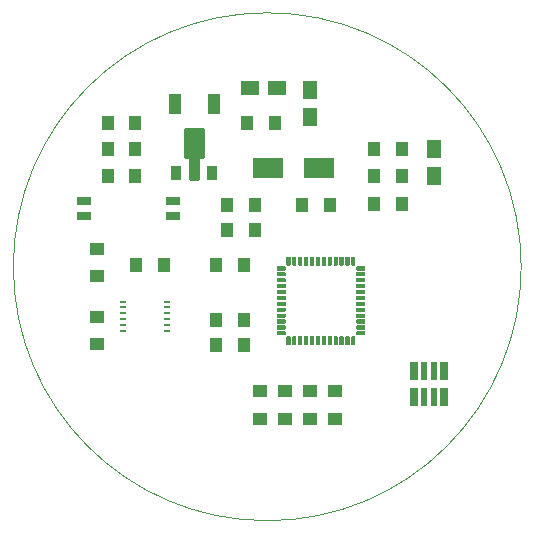
<source format=gbr>
*
*
G04 PADS 9.3 Build Number: 433611 generated Gerber (RS-274-X) file*
G04 PC Version=2.1*
*
%IN "LDC_HW_REV001.pcb"*%
*
%MOIN*%
*
%FSLAX35Y35*%
*
*
*
*
G04 PC Standard Apertures*
*
*
G04 Thermal Relief Aperture macro.*
%AMTER*
1,1,$1,0,0*
1,0,$1-$2,0,0*
21,0,$3,$4,0,0,45*
21,0,$3,$4,0,0,135*
%
*
*
G04 Annular Aperture macro.*
%AMANN*
1,1,$1,0,0*
1,0,$2,0,0*
%
*
*
G04 Odd Aperture macro.*
%AMODD*
1,1,$1,0,0*
1,0,$1-0.005,0,0*
%
*
*
G04 PC Custom Aperture Macros*
*
*
*
*
*
*
G04 PC Aperture Table*
*
%ADD010C,0.001*%
%ADD014R,0.05X0.06*%
%ADD015R,0.10433X0.0689*%
%ADD016R,0.06X0.05*%
%ADD017R,0.04134X0.05118*%
%ADD020R,0.00787X0.00787*%
%ADD023R,0.02362X0.00984*%
%ADD025R,0.05118X0.04134*%
%ADD026R,0.05X0.02992*%
%ADD027R,0.026X0.059*%
%ADD028R,0.02X0.059*%
%ADD029R,0.03937X0.06693*%
%ADD030R,0.034X0.05*%
%ADD031C,0.015*%
%ADD034C,0.00039*%
%ADD035C,0.01*%
%ADD039C,0.00394*%
*
*
*
*
G04 PC Circuitry*
G04 Layer Name LDC_HW_REV001.pcb - circuitry*
%LPD*%
*
*
G04 PC Custom Flashes*
G04 Layer Name LDC_HW_REV001.pcb - flashes*
%LPD*%
*
*
G04 PC Circuitry*
G04 Layer Name LDC_HW_REV001.pcb - circuitry*
%LPD*%
*
G54D10*
G54D14*
G01X408071Y452531D03*
Y443531D03*
X449409Y432846D03*
Y423846D03*
G54D15*
X411024Y426575D03*
X394094D03*
G54D16*
X396823Y453346D03*
X387823D03*
G54D17*
X386909Y441535D03*
X396161D03*
X429429Y432874D03*
X438681D03*
X429232Y423819D03*
X438484D03*
X359350Y394291D03*
X350098D03*
X376673Y367520D03*
X385925D03*
X376673Y375787D03*
X385925D03*
X380413Y414173D03*
X389665D03*
X380413Y406102D03*
X389665D03*
X376673Y394291D03*
X385925D03*
X438484Y414567D03*
X429232D03*
X405413Y414370D03*
X414665D03*
X340453Y424016D03*
X349705D03*
Y432874D03*
X340453D03*
Y441535D03*
X349705D03*
G54D20*
X398287Y393307D03*
Y391339D03*
Y389370D03*
Y387402D03*
Y385433D03*
Y383465D03*
Y381496D03*
Y379528D03*
Y377559D03*
Y375591D03*
Y373622D03*
Y371654D03*
X400591Y369350D03*
X402559D03*
X404528D03*
X406496D03*
X408465D03*
X410433D03*
X412402D03*
X414370D03*
X416339D03*
X418307D03*
X420276D03*
X422244D03*
X424547Y371654D03*
Y373622D03*
Y375591D03*
Y377559D03*
Y379528D03*
Y381496D03*
Y383465D03*
Y385433D03*
Y387402D03*
Y389370D03*
Y391339D03*
Y393307D03*
X422244Y395610D03*
X420276D03*
X418307D03*
X416339D03*
X414370D03*
X412402D03*
X410433D03*
X408465D03*
X406496D03*
X404528D03*
X402559D03*
X400591D03*
G54D23*
X360433Y372244D03*
Y374213D03*
Y376181D03*
Y378150D03*
Y380118D03*
Y382087D03*
X345472D03*
Y380118D03*
Y378150D03*
Y376181D03*
Y374213D03*
Y372244D03*
G54D25*
X336811Y390453D03*
Y399705D03*
Y367815D03*
Y377067D03*
X391339Y343012D03*
Y352264D03*
X416142Y343012D03*
Y352264D03*
X399606Y343012D03*
Y352264D03*
X407874Y343012D03*
Y352264D03*
G54D26*
X362402Y415551D03*
X332480D03*
X362402Y410551D03*
X332480D03*
G54D27*
X452758Y359024D03*
X442518D03*
Y350424D03*
X452758D03*
G54D28*
X449208Y359024D03*
X446068D03*
Y350424D03*
X449208D03*
G54D29*
X362795Y448031D03*
X375787D03*
G54D30*
X363391Y424874D03*
X375191D03*
G54D31*
X369291Y436524D03*
G54D34*
X399626Y393307D02*
X399625Y393342D01*
X399621Y393376*
X399616Y393411*
X399608Y393445*
X399598Y393478*
X399586Y393510*
X399571Y393542*
X399555Y393573*
X399536Y393602*
X399516Y393631*
X399494Y393658*
X399470Y393683*
X399445Y393707*
X399418Y393729*
X399390Y393749*
X399360Y393767*
X399330Y393784*
X399298Y393798*
X399265Y393810*
X399232Y393820*
X399198Y393828*
X399164Y393834*
X399129Y393837*
X399094Y393839*
X396949*
Y392776*
X399094*
X399129Y392777*
X399164Y392780*
X399198Y392786*
X399232Y392794*
X399265Y392804*
X399298Y392816*
X399330Y392830*
X399360Y392847*
X399390Y392865*
X399418Y392885*
X399445Y392907*
X399470Y392931*
X399494Y392957*
X399516Y392984*
X399536Y393012*
X399555Y393041*
X399571Y393072*
X399586Y393104*
X399598Y393136*
X399608Y393170*
X399616Y393203*
X399621Y393238*
X399625Y393272*
X399626Y393307*
X396949Y392776D02*
Y393839D01*
X396969Y392776D02*
Y393839D01*
X396988Y392776D02*
Y393839D01*
X397008Y392776D02*
Y393839D01*
X397028Y392776D02*
Y393839D01*
X397047Y392776D02*
Y393839D01*
X397067Y392776D02*
Y393839D01*
X397087Y392776D02*
Y393839D01*
X397106Y392776D02*
Y393839D01*
X397126Y392776D02*
Y393839D01*
X397146Y392776D02*
Y393839D01*
X397165Y392776D02*
Y393839D01*
X397185Y392776D02*
Y393839D01*
X397205Y392776D02*
Y393839D01*
X397224Y392776D02*
Y393839D01*
X397244Y392776D02*
Y393839D01*
X397264Y392776D02*
Y393839D01*
X397283Y392776D02*
Y393839D01*
X397303Y392776D02*
Y393839D01*
X397323Y392776D02*
Y393839D01*
X397343Y392776D02*
Y393839D01*
X397362Y392776D02*
Y393839D01*
X397382Y392776D02*
Y393839D01*
X397402Y392776D02*
Y393839D01*
X397421Y392776D02*
Y393839D01*
X397441Y392776D02*
Y393839D01*
X397461Y392776D02*
Y393839D01*
X397480Y392776D02*
Y393839D01*
X397500Y392776D02*
Y393839D01*
X397520Y392776D02*
Y393839D01*
X397539Y392776D02*
Y393839D01*
X397559Y392776D02*
Y393839D01*
X397579Y392776D02*
Y393839D01*
X397598Y392776D02*
Y393839D01*
X397618Y392776D02*
Y393839D01*
X397638Y392776D02*
Y393839D01*
X397657Y392776D02*
Y393839D01*
X397677Y392776D02*
Y393839D01*
X397697Y392776D02*
Y393839D01*
X397717Y392776D02*
Y393839D01*
X397736Y392776D02*
Y393839D01*
X397756Y392776D02*
Y393839D01*
X397776Y392776D02*
Y393839D01*
X397795Y392776D02*
Y393839D01*
X397815Y392776D02*
Y393839D01*
X397835Y392776D02*
Y393839D01*
X397854Y392776D02*
Y393839D01*
X397874Y392776D02*
Y393839D01*
X397894Y392776D02*
Y393839D01*
X397913Y392776D02*
Y393839D01*
X397933Y392776D02*
Y393839D01*
X397953Y392776D02*
Y393839D01*
X397972Y392776D02*
Y393839D01*
X397992Y392776D02*
Y393839D01*
X398012Y392776D02*
Y393839D01*
X398031Y392776D02*
Y393839D01*
X398051Y392776D02*
Y393839D01*
X398071Y392776D02*
Y393839D01*
X398091Y392776D02*
Y393839D01*
X398110Y392776D02*
Y393839D01*
X398130Y392776D02*
Y393839D01*
X398150Y392776D02*
Y393839D01*
X398169Y392776D02*
Y393839D01*
X398189Y392776D02*
Y393839D01*
X398209Y392776D02*
Y393839D01*
X398228Y392776D02*
Y393839D01*
X398248Y392776D02*
Y393839D01*
X398268Y392776D02*
Y393839D01*
X398287Y392776D02*
Y393839D01*
X398307Y392776D02*
Y393839D01*
X398327Y392776D02*
Y393839D01*
X398346Y392776D02*
Y393839D01*
X398366Y392776D02*
Y393839D01*
X398386Y392776D02*
Y393839D01*
X398406Y392776D02*
Y393839D01*
X398425Y392776D02*
Y393839D01*
X398445Y392776D02*
Y393839D01*
X398465Y392776D02*
Y393839D01*
X398484Y392776D02*
Y393839D01*
X398504Y392776D02*
Y393839D01*
X398524Y392776D02*
Y393839D01*
X398543Y392776D02*
Y393839D01*
X398563Y392776D02*
Y393839D01*
X398583Y392776D02*
Y393839D01*
X398602Y392776D02*
Y393839D01*
X398622Y392776D02*
Y393839D01*
X398642Y392776D02*
Y393839D01*
X398661Y392776D02*
Y393839D01*
X398681Y392776D02*
Y393839D01*
X398701Y392776D02*
Y393839D01*
X398720Y392776D02*
Y393839D01*
X398740Y392776D02*
Y393839D01*
X398760Y392776D02*
Y393839D01*
X398780Y392776D02*
Y393839D01*
X398799Y392776D02*
Y393839D01*
X398819Y392776D02*
Y393839D01*
X398839Y392776D02*
Y393839D01*
X398858Y392776D02*
Y393839D01*
X398878Y392776D02*
Y393839D01*
X398898Y392776D02*
Y393839D01*
X398917Y392776D02*
Y393839D01*
X398937Y392776D02*
Y393839D01*
X398957Y392776D02*
Y393839D01*
X398976Y392776D02*
Y393839D01*
X398996Y392776D02*
Y393839D01*
X399016Y392776D02*
Y393839D01*
X399035Y392776D02*
Y393839D01*
X399055Y392776D02*
Y393839D01*
X399075Y392776D02*
Y393839D01*
X399094Y392776D02*
Y393839D01*
X399114Y392776D02*
Y393838D01*
X399134Y392777D02*
Y393837D01*
X399154Y392779D02*
Y393835D01*
X399173Y392782D02*
Y393832D01*
X399193Y392785D02*
Y393829D01*
X399213Y392789D02*
Y393825D01*
X399232Y392794D02*
Y393820D01*
X399252Y392800D02*
Y393814D01*
X399272Y392806D02*
Y393808D01*
X399291Y392814D02*
Y393801D01*
X399311Y392822D02*
Y393792D01*
X399331Y392831D02*
Y393783D01*
X399350Y392842D02*
Y393773D01*
X399370Y392853D02*
Y393761D01*
X399390Y392865D02*
Y393749D01*
X399409Y392879D02*
Y393735D01*
X399429Y392895D02*
Y393720D01*
X399449Y392911D02*
Y393703D01*
X399469Y392930D02*
Y393685D01*
X399488Y392950D02*
Y393664D01*
X399508Y392973D02*
Y393641D01*
X399528Y392999D02*
Y393615D01*
X399547Y393029D02*
Y393585D01*
X399567Y393064D02*
Y393550D01*
X399587Y393107D02*
Y393508D01*
X399606Y393164D02*
Y393450D01*
X399626Y391339D02*
X399625Y391373D01*
X399621Y391408*
X399616Y391442*
X399608Y391476*
X399598Y391509*
X399586Y391542*
X399571Y391574*
X399555Y391604*
X399536Y391634*
X399516Y391662*
X399494Y391689*
X399470Y391714*
X399445Y391738*
X399418Y391760*
X399390Y391781*
X399360Y391799*
X399330Y391815*
X399298Y391830*
X399265Y391842*
X399232Y391852*
X399198Y391860*
X399164Y391866*
X399129Y391869*
X399094Y391870*
X396949*
Y390807*
X399094*
X399129Y390808*
X399164Y390812*
X399198Y390817*
X399232Y390825*
X399265Y390835*
X399298Y390848*
X399330Y390862*
X399360Y390878*
X399390Y390897*
X399418Y390917*
X399445Y390939*
X399470Y390963*
X399494Y390988*
X399516Y391015*
X399536Y391043*
X399555Y391073*
X399571Y391104*
X399586Y391135*
X399598Y391168*
X399608Y391201*
X399616Y391235*
X399621Y391269*
X399625Y391304*
X399626Y391339*
X396949Y390807D02*
Y391870D01*
X396969Y390807D02*
Y391870D01*
X396988Y390807D02*
Y391870D01*
X397008Y390807D02*
Y391870D01*
X397028Y390807D02*
Y391870D01*
X397047Y390807D02*
Y391870D01*
X397067Y390807D02*
Y391870D01*
X397087Y390807D02*
Y391870D01*
X397106Y390807D02*
Y391870D01*
X397126Y390807D02*
Y391870D01*
X397146Y390807D02*
Y391870D01*
X397165Y390807D02*
Y391870D01*
X397185Y390807D02*
Y391870D01*
X397205Y390807D02*
Y391870D01*
X397224Y390807D02*
Y391870D01*
X397244Y390807D02*
Y391870D01*
X397264Y390807D02*
Y391870D01*
X397283Y390807D02*
Y391870D01*
X397303Y390807D02*
Y391870D01*
X397323Y390807D02*
Y391870D01*
X397343Y390807D02*
Y391870D01*
X397362Y390807D02*
Y391870D01*
X397382Y390807D02*
Y391870D01*
X397402Y390807D02*
Y391870D01*
X397421Y390807D02*
Y391870D01*
X397441Y390807D02*
Y391870D01*
X397461Y390807D02*
Y391870D01*
X397480Y390807D02*
Y391870D01*
X397500Y390807D02*
Y391870D01*
X397520Y390807D02*
Y391870D01*
X397539Y390807D02*
Y391870D01*
X397559Y390807D02*
Y391870D01*
X397579Y390807D02*
Y391870D01*
X397598Y390807D02*
Y391870D01*
X397618Y390807D02*
Y391870D01*
X397638Y390807D02*
Y391870D01*
X397657Y390807D02*
Y391870D01*
X397677Y390807D02*
Y391870D01*
X397697Y390807D02*
Y391870D01*
X397717Y390807D02*
Y391870D01*
X397736Y390807D02*
Y391870D01*
X397756Y390807D02*
Y391870D01*
X397776Y390807D02*
Y391870D01*
X397795Y390807D02*
Y391870D01*
X397815Y390807D02*
Y391870D01*
X397835Y390807D02*
Y391870D01*
X397854Y390807D02*
Y391870D01*
X397874Y390807D02*
Y391870D01*
X397894Y390807D02*
Y391870D01*
X397913Y390807D02*
Y391870D01*
X397933Y390807D02*
Y391870D01*
X397953Y390807D02*
Y391870D01*
X397972Y390807D02*
Y391870D01*
X397992Y390807D02*
Y391870D01*
X398012Y390807D02*
Y391870D01*
X398031Y390807D02*
Y391870D01*
X398051Y390807D02*
Y391870D01*
X398071Y390807D02*
Y391870D01*
X398091Y390807D02*
Y391870D01*
X398110Y390807D02*
Y391870D01*
X398130Y390807D02*
Y391870D01*
X398150Y390807D02*
Y391870D01*
X398169Y390807D02*
Y391870D01*
X398189Y390807D02*
Y391870D01*
X398209Y390807D02*
Y391870D01*
X398228Y390807D02*
Y391870D01*
X398248Y390807D02*
Y391870D01*
X398268Y390807D02*
Y391870D01*
X398287Y390807D02*
Y391870D01*
X398307Y390807D02*
Y391870D01*
X398327Y390807D02*
Y391870D01*
X398346Y390807D02*
Y391870D01*
X398366Y390807D02*
Y391870D01*
X398386Y390807D02*
Y391870D01*
X398406Y390807D02*
Y391870D01*
X398425Y390807D02*
Y391870D01*
X398445Y390807D02*
Y391870D01*
X398465Y390807D02*
Y391870D01*
X398484Y390807D02*
Y391870D01*
X398504Y390807D02*
Y391870D01*
X398524Y390807D02*
Y391870D01*
X398543Y390807D02*
Y391870D01*
X398563Y390807D02*
Y391870D01*
X398583Y390807D02*
Y391870D01*
X398602Y390807D02*
Y391870D01*
X398622Y390807D02*
Y391870D01*
X398642Y390807D02*
Y391870D01*
X398661Y390807D02*
Y391870D01*
X398681Y390807D02*
Y391870D01*
X398701Y390807D02*
Y391870D01*
X398720Y390807D02*
Y391870D01*
X398740Y390807D02*
Y391870D01*
X398760Y390807D02*
Y391870D01*
X398780Y390807D02*
Y391870D01*
X398799Y390807D02*
Y391870D01*
X398819Y390807D02*
Y391870D01*
X398839Y390807D02*
Y391870D01*
X398858Y390807D02*
Y391870D01*
X398878Y390807D02*
Y391870D01*
X398898Y390807D02*
Y391870D01*
X398917Y390807D02*
Y391870D01*
X398937Y390807D02*
Y391870D01*
X398957Y390807D02*
Y391870D01*
X398976Y390807D02*
Y391870D01*
X398996Y390807D02*
Y391870D01*
X399016Y390807D02*
Y391870D01*
X399035Y390807D02*
Y391870D01*
X399055Y390807D02*
Y391870D01*
X399075Y390807D02*
Y391870D01*
X399094Y390807D02*
Y391870D01*
X399114Y390808D02*
Y391869D01*
X399134Y390809D02*
Y391868D01*
X399154Y390811D02*
Y391867D01*
X399173Y390813D02*
Y391864D01*
X399193Y390816D02*
Y391861D01*
X399213Y390821D02*
Y391857D01*
X399232Y390825D02*
Y391852D01*
X399252Y390831D02*
Y391846D01*
X399272Y390838D02*
Y391839D01*
X399291Y390845D02*
Y391832D01*
X399311Y390853D02*
Y391824D01*
X399331Y390863D02*
Y391815D01*
X399350Y390873D02*
Y391804D01*
X399370Y390884D02*
Y391793D01*
X399390Y390897D02*
Y391781D01*
X399409Y390911D02*
Y391766D01*
X399429Y390926D02*
Y391751D01*
X399449Y390943D02*
Y391735D01*
X399469Y390961D02*
Y391716D01*
X399488Y390982D02*
Y391695D01*
X399508Y391005D02*
Y391672D01*
X399528Y391031D02*
Y391646D01*
X399547Y391061D02*
Y391616D01*
X399567Y391096D02*
Y391582D01*
X399587Y391138D02*
Y391539D01*
X399606Y391196D02*
Y391481D01*
X399626Y389370D02*
X399625Y389405D01*
X399621Y389439*
X399616Y389474*
X399608Y389508*
X399598Y389541*
X399586Y389573*
X399571Y389605*
X399555Y389636*
X399536Y389665*
X399516Y389694*
X399494Y389721*
X399470Y389746*
X399445Y389770*
X399418Y389792*
X399390Y389812*
X399360Y389830*
X399330Y389847*
X399298Y389861*
X399265Y389873*
X399232Y389883*
X399198Y389891*
X399164Y389897*
X399129Y389900*
X399094Y389902*
X396949*
Y388839*
X399094*
X399129Y388840*
X399164Y388843*
X399198Y388849*
X399232Y388857*
X399265Y388867*
X399298Y388879*
X399330Y388893*
X399360Y388910*
X399390Y388928*
X399418Y388948*
X399445Y388970*
X399470Y388994*
X399494Y389020*
X399516Y389047*
X399536Y389075*
X399555Y389104*
X399571Y389135*
X399586Y389167*
X399598Y389199*
X399608Y389233*
X399616Y389266*
X399621Y389301*
X399625Y389335*
X399626Y389370*
X396949Y388839D02*
Y389902D01*
X396969Y388839D02*
Y389902D01*
X396988Y388839D02*
Y389902D01*
X397008Y388839D02*
Y389902D01*
X397028Y388839D02*
Y389902D01*
X397047Y388839D02*
Y389902D01*
X397067Y388839D02*
Y389902D01*
X397087Y388839D02*
Y389902D01*
X397106Y388839D02*
Y389902D01*
X397126Y388839D02*
Y389902D01*
X397146Y388839D02*
Y389902D01*
X397165Y388839D02*
Y389902D01*
X397185Y388839D02*
Y389902D01*
X397205Y388839D02*
Y389902D01*
X397224Y388839D02*
Y389902D01*
X397244Y388839D02*
Y389902D01*
X397264Y388839D02*
Y389902D01*
X397283Y388839D02*
Y389902D01*
X397303Y388839D02*
Y389902D01*
X397323Y388839D02*
Y389902D01*
X397343Y388839D02*
Y389902D01*
X397362Y388839D02*
Y389902D01*
X397382Y388839D02*
Y389902D01*
X397402Y388839D02*
Y389902D01*
X397421Y388839D02*
Y389902D01*
X397441Y388839D02*
Y389902D01*
X397461Y388839D02*
Y389902D01*
X397480Y388839D02*
Y389902D01*
X397500Y388839D02*
Y389902D01*
X397520Y388839D02*
Y389902D01*
X397539Y388839D02*
Y389902D01*
X397559Y388839D02*
Y389902D01*
X397579Y388839D02*
Y389902D01*
X397598Y388839D02*
Y389902D01*
X397618Y388839D02*
Y389902D01*
X397638Y388839D02*
Y389902D01*
X397657Y388839D02*
Y389902D01*
X397677Y388839D02*
Y389902D01*
X397697Y388839D02*
Y389902D01*
X397717Y388839D02*
Y389902D01*
X397736Y388839D02*
Y389902D01*
X397756Y388839D02*
Y389902D01*
X397776Y388839D02*
Y389902D01*
X397795Y388839D02*
Y389902D01*
X397815Y388839D02*
Y389902D01*
X397835Y388839D02*
Y389902D01*
X397854Y388839D02*
Y389902D01*
X397874Y388839D02*
Y389902D01*
X397894Y388839D02*
Y389902D01*
X397913Y388839D02*
Y389902D01*
X397933Y388839D02*
Y389902D01*
X397953Y388839D02*
Y389902D01*
X397972Y388839D02*
Y389902D01*
X397992Y388839D02*
Y389902D01*
X398012Y388839D02*
Y389902D01*
X398031Y388839D02*
Y389902D01*
X398051Y388839D02*
Y389902D01*
X398071Y388839D02*
Y389902D01*
X398091Y388839D02*
Y389902D01*
X398110Y388839D02*
Y389902D01*
X398130Y388839D02*
Y389902D01*
X398150Y388839D02*
Y389902D01*
X398169Y388839D02*
Y389902D01*
X398189Y388839D02*
Y389902D01*
X398209Y388839D02*
Y389902D01*
X398228Y388839D02*
Y389902D01*
X398248Y388839D02*
Y389902D01*
X398268Y388839D02*
Y389902D01*
X398287Y388839D02*
Y389902D01*
X398307Y388839D02*
Y389902D01*
X398327Y388839D02*
Y389902D01*
X398346Y388839D02*
Y389902D01*
X398366Y388839D02*
Y389902D01*
X398386Y388839D02*
Y389902D01*
X398406Y388839D02*
Y389902D01*
X398425Y388839D02*
Y389902D01*
X398445Y388839D02*
Y389902D01*
X398465Y388839D02*
Y389902D01*
X398484Y388839D02*
Y389902D01*
X398504Y388839D02*
Y389902D01*
X398524Y388839D02*
Y389902D01*
X398543Y388839D02*
Y389902D01*
X398563Y388839D02*
Y389902D01*
X398583Y388839D02*
Y389902D01*
X398602Y388839D02*
Y389902D01*
X398622Y388839D02*
Y389902D01*
X398642Y388839D02*
Y389902D01*
X398661Y388839D02*
Y389902D01*
X398681Y388839D02*
Y389902D01*
X398701Y388839D02*
Y389902D01*
X398720Y388839D02*
Y389902D01*
X398740Y388839D02*
Y389902D01*
X398760Y388839D02*
Y389902D01*
X398780Y388839D02*
Y389902D01*
X398799Y388839D02*
Y389902D01*
X398819Y388839D02*
Y389902D01*
X398839Y388839D02*
Y389902D01*
X398858Y388839D02*
Y389902D01*
X398878Y388839D02*
Y389902D01*
X398898Y388839D02*
Y389902D01*
X398917Y388839D02*
Y389902D01*
X398937Y388839D02*
Y389902D01*
X398957Y388839D02*
Y389902D01*
X398976Y388839D02*
Y389902D01*
X398996Y388839D02*
Y389902D01*
X399016Y388839D02*
Y389902D01*
X399035Y388839D02*
Y389902D01*
X399055Y388839D02*
Y389902D01*
X399075Y388839D02*
Y389902D01*
X399094Y388839D02*
Y389902D01*
X399114Y388839D02*
Y389901D01*
X399134Y388840D02*
Y389900D01*
X399154Y388842D02*
Y389898D01*
X399173Y388845D02*
Y389895D01*
X399193Y388848D02*
Y389892D01*
X399213Y388852D02*
Y389888D01*
X399232Y388857D02*
Y389883D01*
X399252Y388863D02*
Y389877D01*
X399272Y388869D02*
Y389871D01*
X399291Y388877D02*
Y389864D01*
X399311Y388885D02*
Y389855D01*
X399331Y388894D02*
Y389846D01*
X399350Y388905D02*
Y389836D01*
X399370Y388916D02*
Y389824D01*
X399390Y388928D02*
Y389812D01*
X399409Y388942D02*
Y389798D01*
X399429Y388958D02*
Y389783D01*
X399449Y388974D02*
Y389766D01*
X399469Y388993D02*
Y389748D01*
X399488Y389013D02*
Y389727D01*
X399508Y389036D02*
Y389704D01*
X399528Y389062D02*
Y389678D01*
X399547Y389092D02*
Y389648D01*
X399567Y389127D02*
Y389613D01*
X399587Y389170D02*
Y389571D01*
X399606Y389227D02*
Y389513D01*
X399626Y387402D02*
X399625Y387436D01*
X399621Y387471*
X399616Y387505*
X399608Y387539*
X399598Y387572*
X399586Y387605*
X399571Y387637*
X399555Y387667*
X399536Y387697*
X399516Y387725*
X399494Y387752*
X399470Y387777*
X399445Y387801*
X399418Y387823*
X399390Y387843*
X399390D02*
X399360Y387862D01*
X399330Y387878*
X399298Y387893*
X399265Y387905*
X399232Y387915*
X399198Y387923*
X399164Y387929*
X399129Y387932*
X399094Y387933*
X396949*
Y386870*
X399094*
X399129Y386871*
X399164Y386875*
X399198Y386880*
X399232Y386888*
X399265Y386898*
X399298Y386911*
X399330Y386925*
X399360Y386941*
X399390Y386960*
X399418Y386980*
X399445Y387002*
X399470Y387026*
X399494Y387051*
X399516Y387078*
X399536Y387106*
X399555Y387136*
X399571Y387167*
X399571D02*
X399586Y387198D01*
X399598Y387231*
X399608Y387264*
X399616Y387298*
X399621Y387332*
X399625Y387367*
X399626Y387402*
X396949Y386870D02*
Y387933D01*
X396969Y386870D02*
Y387933D01*
X396988Y386870D02*
Y387933D01*
X397008Y386870D02*
Y387933D01*
X397028Y386870D02*
Y387933D01*
X397047Y386870D02*
Y387933D01*
X397067Y386870D02*
Y387933D01*
X397087Y386870D02*
Y387933D01*
X397106Y386870D02*
Y387933D01*
X397126Y386870D02*
Y387933D01*
X397146Y386870D02*
Y387933D01*
X397165Y386870D02*
Y387933D01*
X397185Y386870D02*
Y387933D01*
X397205Y386870D02*
Y387933D01*
X397224Y386870D02*
Y387933D01*
X397244Y386870D02*
Y387933D01*
X397264Y386870D02*
Y387933D01*
X397283Y386870D02*
Y387933D01*
X397303Y386870D02*
Y387933D01*
X397323Y386870D02*
Y387933D01*
X397343Y386870D02*
Y387933D01*
X397362Y386870D02*
Y387933D01*
X397382Y386870D02*
Y387933D01*
X397402Y386870D02*
Y387933D01*
X397421Y386870D02*
Y387933D01*
X397441Y386870D02*
Y387933D01*
X397461Y386870D02*
Y387933D01*
X397480Y386870D02*
Y387933D01*
X397500Y386870D02*
Y387933D01*
X397520Y386870D02*
Y387933D01*
X397539Y386870D02*
Y387933D01*
X397559Y386870D02*
Y387933D01*
X397579Y386870D02*
Y387933D01*
X397598Y386870D02*
Y387933D01*
X397618Y386870D02*
Y387933D01*
X397638Y386870D02*
Y387933D01*
X397657Y386870D02*
Y387933D01*
X397677Y386870D02*
Y387933D01*
X397697Y386870D02*
Y387933D01*
X397717Y386870D02*
Y387933D01*
X397736Y386870D02*
Y387933D01*
X397756Y386870D02*
Y387933D01*
X397776Y386870D02*
Y387933D01*
X397795Y386870D02*
Y387933D01*
X397815Y386870D02*
Y387933D01*
X397835Y386870D02*
Y387933D01*
X397854Y386870D02*
Y387933D01*
X397874Y386870D02*
Y387933D01*
X397894Y386870D02*
Y387933D01*
X397913Y386870D02*
Y387933D01*
X397933Y386870D02*
Y387933D01*
X397953Y386870D02*
Y387933D01*
X397972Y386870D02*
Y387933D01*
X397992Y386870D02*
Y387933D01*
X398012Y386870D02*
Y387933D01*
X398031Y386870D02*
Y387933D01*
X398051Y386870D02*
Y387933D01*
X398071Y386870D02*
Y387933D01*
X398091Y386870D02*
Y387933D01*
X398110Y386870D02*
Y387933D01*
X398130Y386870D02*
Y387933D01*
X398150Y386870D02*
Y387933D01*
X398169Y386870D02*
Y387933D01*
X398189Y386870D02*
Y387933D01*
X398209Y386870D02*
Y387933D01*
X398228Y386870D02*
Y387933D01*
X398248Y386870D02*
Y387933D01*
X398268Y386870D02*
Y387933D01*
X398287Y386870D02*
Y387933D01*
X398307Y386870D02*
Y387933D01*
X398327Y386870D02*
Y387933D01*
X398346Y386870D02*
Y387933D01*
X398366Y386870D02*
Y387933D01*
X398386Y386870D02*
Y387933D01*
X398406Y386870D02*
Y387933D01*
X398425Y386870D02*
Y387933D01*
X398445Y386870D02*
Y387933D01*
X398465Y386870D02*
Y387933D01*
X398484Y386870D02*
Y387933D01*
X398504Y386870D02*
Y387933D01*
X398524Y386870D02*
Y387933D01*
X398543Y386870D02*
Y387933D01*
X398563Y386870D02*
Y387933D01*
X398583Y386870D02*
Y387933D01*
X398602Y386870D02*
Y387933D01*
X398622Y386870D02*
Y387933D01*
X398642Y386870D02*
Y387933D01*
X398661Y386870D02*
Y387933D01*
X398681Y386870D02*
Y387933D01*
X398701Y386870D02*
Y387933D01*
X398720Y386870D02*
Y387933D01*
X398740Y386870D02*
Y387933D01*
X398760Y386870D02*
Y387933D01*
X398780Y386870D02*
Y387933D01*
X398799Y386870D02*
Y387933D01*
X398819Y386870D02*
Y387933D01*
X398839Y386870D02*
Y387933D01*
X398858Y386870D02*
Y387933D01*
X398878Y386870D02*
Y387933D01*
X398898Y386870D02*
Y387933D01*
X398917Y386870D02*
Y387933D01*
X398937Y386870D02*
Y387933D01*
X398957Y386870D02*
Y387933D01*
X398976Y386870D02*
Y387933D01*
X398996Y386870D02*
Y387933D01*
X399016Y386870D02*
Y387933D01*
X399035Y386870D02*
Y387933D01*
X399055Y386870D02*
Y387933D01*
X399075Y386870D02*
Y387933D01*
X399094Y386870D02*
Y387933D01*
X399114Y386871D02*
Y387932D01*
X399134Y386872D02*
Y387931D01*
X399154Y386874D02*
Y387930D01*
X399173Y386876D02*
Y387927D01*
X399193Y386879D02*
Y387924D01*
X399213Y386884D02*
Y387919D01*
X399232Y386888D02*
Y387915D01*
X399252Y386894D02*
Y387909D01*
X399272Y386901D02*
Y387902D01*
X399291Y386908D02*
Y387895D01*
X399311Y386916D02*
Y387887D01*
X399331Y386926D02*
Y387878D01*
X399350Y386936D02*
Y387867D01*
X399370Y386947D02*
Y387856D01*
X399390Y386960D02*
Y387844D01*
X399409Y386974D02*
Y387829D01*
X399429Y386989D02*
Y387814D01*
X399449Y387006D02*
Y387798D01*
X399469Y387024D02*
Y387779D01*
X399488Y387045D02*
Y387758D01*
X399508Y387068D02*
Y387735D01*
X399528Y387094D02*
Y387709D01*
X399547Y387124D02*
Y387679D01*
X399567Y387159D02*
Y387645D01*
X399587Y387201D02*
Y387602D01*
X399606Y387259D02*
Y387544D01*
X399626Y385433D02*
X399625Y385468D01*
X399621Y385502*
X399616Y385537*
X399608Y385571*
X399598Y385604*
X399586Y385636*
X399571Y385668*
X399555Y385699*
X399536Y385728*
X399516Y385757*
X399494Y385784*
X399470Y385809*
X399445Y385833*
X399418Y385855*
X399390Y385875*
X399360Y385893*
X399330Y385910*
X399298Y385924*
X399265Y385936*
X399232Y385946*
X399198Y385954*
X399164Y385960*
X399129Y385963*
X399094Y385965*
X396949*
Y384902*
X399094*
X399129Y384903*
X399164Y384906*
X399198Y384912*
X399232Y384920*
X399265Y384930*
X399298Y384942*
X399330Y384956*
X399360Y384973*
X399390Y384991*
X399418Y385011*
X399445Y385033*
X399470Y385057*
X399494Y385083*
X399516Y385110*
X399536Y385138*
X399555Y385167*
X399571Y385198*
X399586Y385230*
X399598Y385262*
X399608Y385296*
X399616Y385329*
X399621Y385364*
X399625Y385398*
X399626Y385433*
X396949Y384902D02*
Y385965D01*
X396969Y384902D02*
Y385965D01*
X396988Y384902D02*
Y385965D01*
X397008Y384902D02*
Y385965D01*
X397028Y384902D02*
Y385965D01*
X397047Y384902D02*
Y385965D01*
X397067Y384902D02*
Y385965D01*
X397087Y384902D02*
Y385965D01*
X397106Y384902D02*
Y385965D01*
X397126Y384902D02*
Y385965D01*
X397146Y384902D02*
Y385965D01*
X397165Y384902D02*
Y385965D01*
X397185Y384902D02*
Y385965D01*
X397205Y384902D02*
Y385965D01*
X397224Y384902D02*
Y385965D01*
X397244Y384902D02*
Y385965D01*
X397264Y384902D02*
Y385965D01*
X397283Y384902D02*
Y385965D01*
X397303Y384902D02*
Y385965D01*
X397323Y384902D02*
Y385965D01*
X397343Y384902D02*
Y385965D01*
X397362Y384902D02*
Y385965D01*
X397382Y384902D02*
Y385965D01*
X397402Y384902D02*
Y385965D01*
X397421Y384902D02*
Y385965D01*
X397441Y384902D02*
Y385965D01*
X397461Y384902D02*
Y385965D01*
X397480Y384902D02*
Y385965D01*
X397500Y384902D02*
Y385965D01*
X397520Y384902D02*
Y385965D01*
X397539Y384902D02*
Y385965D01*
X397559Y384902D02*
Y385965D01*
X397579Y384902D02*
Y385965D01*
X397598Y384902D02*
Y385965D01*
X397618Y384902D02*
Y385965D01*
X397638Y384902D02*
Y385965D01*
X397657Y384902D02*
Y385965D01*
X397677Y384902D02*
Y385965D01*
X397697Y384902D02*
Y385965D01*
X397717Y384902D02*
Y385965D01*
X397736Y384902D02*
Y385965D01*
X397756Y384902D02*
Y385965D01*
X397776Y384902D02*
Y385965D01*
X397795Y384902D02*
Y385965D01*
X397815Y384902D02*
Y385965D01*
X397835Y384902D02*
Y385965D01*
X397854Y384902D02*
Y385965D01*
X397874Y384902D02*
Y385965D01*
X397894Y384902D02*
Y385965D01*
X397913Y384902D02*
Y385965D01*
X397933Y384902D02*
Y385965D01*
X397953Y384902D02*
Y385965D01*
X397972Y384902D02*
Y385965D01*
X397992Y384902D02*
Y385965D01*
X398012Y384902D02*
Y385965D01*
X398031Y384902D02*
Y385965D01*
X398051Y384902D02*
Y385965D01*
X398071Y384902D02*
Y385965D01*
X398091Y384902D02*
Y385965D01*
X398110Y384902D02*
Y385965D01*
X398130Y384902D02*
Y385965D01*
X398150Y384902D02*
Y385965D01*
X398169Y384902D02*
Y385965D01*
X398189Y384902D02*
Y385965D01*
X398209Y384902D02*
Y385965D01*
X398228Y384902D02*
Y385965D01*
X398248Y384902D02*
Y385965D01*
X398268Y384902D02*
Y385965D01*
X398287Y384902D02*
Y385965D01*
X398307Y384902D02*
Y385965D01*
X398327Y384902D02*
Y385965D01*
X398346Y384902D02*
Y385965D01*
X398366Y384902D02*
Y385965D01*
X398386Y384902D02*
Y385965D01*
X398406Y384902D02*
Y385965D01*
X398425Y384902D02*
Y385965D01*
X398445Y384902D02*
Y385965D01*
X398465Y384902D02*
Y385965D01*
X398484Y384902D02*
Y385965D01*
X398504Y384902D02*
Y385965D01*
X398524Y384902D02*
Y385965D01*
X398543Y384902D02*
Y385965D01*
X398563Y384902D02*
Y385965D01*
X398583Y384902D02*
Y385965D01*
X398602Y384902D02*
Y385965D01*
X398622Y384902D02*
Y385965D01*
X398642Y384902D02*
Y385965D01*
X398661Y384902D02*
Y385965D01*
X398681Y384902D02*
Y385965D01*
X398701Y384902D02*
Y385965D01*
X398720Y384902D02*
Y385965D01*
X398740Y384902D02*
Y385965D01*
X398760Y384902D02*
Y385965D01*
X398780Y384902D02*
Y385965D01*
X398799Y384902D02*
Y385965D01*
X398819Y384902D02*
Y385965D01*
X398839Y384902D02*
Y385965D01*
X398858Y384902D02*
Y385965D01*
X398878Y384902D02*
Y385965D01*
X398898Y384902D02*
Y385965D01*
X398917Y384902D02*
Y385965D01*
X398937Y384902D02*
Y385965D01*
X398957Y384902D02*
Y385965D01*
X398976Y384902D02*
Y385965D01*
X398996Y384902D02*
Y385965D01*
X399016Y384902D02*
Y385965D01*
X399035Y384902D02*
Y385965D01*
X399055Y384902D02*
Y385965D01*
X399075Y384902D02*
Y385965D01*
X399094Y384902D02*
Y385965D01*
X399114Y384902D02*
Y385964D01*
X399134Y384903D02*
Y385963D01*
X399154Y384905D02*
Y385961D01*
X399173Y384908D02*
Y385958D01*
X399193Y384911D02*
Y385955D01*
X399213Y384915D02*
Y385951D01*
X399232Y384920D02*
Y385946D01*
X399252Y384926D02*
Y385940D01*
X399272Y384932D02*
Y385934D01*
X399291Y384940D02*
Y385927D01*
X399311Y384948D02*
Y385918D01*
X399331Y384957D02*
Y385909D01*
X399350Y384968D02*
Y385899D01*
X399370Y384979D02*
Y385887D01*
X399390Y384991D02*
Y385875D01*
X399409Y385005D02*
Y385861D01*
X399429Y385021D02*
Y385846D01*
X399449Y385037D02*
Y385829D01*
X399469Y385056D02*
Y385811D01*
X399488Y385076D02*
Y385790D01*
X399508Y385099D02*
Y385767D01*
X399528Y385125D02*
Y385741D01*
X399547Y385155D02*
Y385711D01*
X399567Y385190D02*
Y385676D01*
X399587Y385233D02*
Y385634D01*
X399606Y385290D02*
Y385576D01*
X399626Y383465D02*
X399625Y383499D01*
X399621Y383534*
X399616Y383568*
X399608Y383602*
X399598Y383635*
X399586Y383668*
X399571Y383700*
X399555Y383730*
X399536Y383760*
X399516Y383788*
X399494Y383815*
X399470Y383840*
X399445Y383864*
X399418Y383886*
X399390Y383906*
X399360Y383925*
X399330Y383941*
X399298Y383956*
X399265Y383968*
X399232Y383978*
X399198Y383986*
X399164Y383992*
X399129Y383995*
X399094Y383996*
X396949*
Y382933*
X399094*
X399129Y382934*
X399164Y382938*
X399198Y382943*
X399232Y382951*
X399265Y382961*
X399298Y382974*
X399330Y382988*
X399360Y383004*
X399390Y383023*
X399418Y383043*
X399445Y383065*
X399470Y383089*
X399494Y383114*
X399516Y383141*
X399536Y383169*
X399555Y383199*
X399571Y383229*
X399586Y383261*
X399598Y383294*
X399608Y383327*
X399616Y383361*
X399621Y383395*
X399625Y383430*
X399626Y383465*
X396949Y382933D02*
Y383996D01*
X396969Y382933D02*
Y383996D01*
X396988Y382933D02*
Y383996D01*
X397008Y382933D02*
Y383996D01*
X397028Y382933D02*
Y383996D01*
X397047Y382933D02*
Y383996D01*
X397067Y382933D02*
Y383996D01*
X397087Y382933D02*
Y383996D01*
X397106Y382933D02*
Y383996D01*
X397126Y382933D02*
Y383996D01*
X397146Y382933D02*
Y383996D01*
X397165Y382933D02*
Y383996D01*
X397185Y382933D02*
Y383996D01*
X397205Y382933D02*
Y383996D01*
X397224Y382933D02*
Y383996D01*
X397244Y382933D02*
Y383996D01*
X397264Y382933D02*
Y383996D01*
X397283Y382933D02*
Y383996D01*
X397303Y382933D02*
Y383996D01*
X397323Y382933D02*
Y383996D01*
X397343Y382933D02*
Y383996D01*
X397362Y382933D02*
Y383996D01*
X397382Y382933D02*
Y383996D01*
X397402Y382933D02*
Y383996D01*
X397421Y382933D02*
Y383996D01*
X397441Y382933D02*
Y383996D01*
X397461Y382933D02*
Y383996D01*
X397480Y382933D02*
Y383996D01*
X397500Y382933D02*
Y383996D01*
X397520Y382933D02*
Y383996D01*
X397539Y382933D02*
Y383996D01*
X397559Y382933D02*
Y383996D01*
X397579Y382933D02*
Y383996D01*
X397598Y382933D02*
Y383996D01*
X397618Y382933D02*
Y383996D01*
X397638Y382933D02*
Y383996D01*
X397657Y382933D02*
Y383996D01*
X397677Y382933D02*
Y383996D01*
X397697Y382933D02*
Y383996D01*
X397717Y382933D02*
Y383996D01*
X397736Y382933D02*
Y383996D01*
X397756Y382933D02*
Y383996D01*
X397776Y382933D02*
Y383996D01*
X397795Y382933D02*
Y383996D01*
X397815Y382933D02*
Y383996D01*
X397835Y382933D02*
Y383996D01*
X397854Y382933D02*
Y383996D01*
X397874Y382933D02*
Y383996D01*
X397894Y382933D02*
Y383996D01*
X397913Y382933D02*
Y383996D01*
X397933Y382933D02*
Y383996D01*
X397953Y382933D02*
Y383996D01*
X397972Y382933D02*
Y383996D01*
X397992Y382933D02*
Y383996D01*
X398012Y382933D02*
Y383996D01*
X398031Y382933D02*
Y383996D01*
X398051Y382933D02*
Y383996D01*
X398071Y382933D02*
Y383996D01*
X398091Y382933D02*
Y383996D01*
X398110Y382933D02*
Y383996D01*
X398130Y382933D02*
Y383996D01*
X398150Y382933D02*
Y383996D01*
X398169Y382933D02*
Y383996D01*
X398189Y382933D02*
Y383996D01*
X398209Y382933D02*
Y383996D01*
X398228Y382933D02*
Y383996D01*
X398248Y382933D02*
Y383996D01*
X398268Y382933D02*
Y383996D01*
X398287Y382933D02*
Y383996D01*
X398307Y382933D02*
Y383996D01*
X398327Y382933D02*
Y383996D01*
X398346Y382933D02*
Y383996D01*
X398366Y382933D02*
Y383996D01*
X398386Y382933D02*
Y383996D01*
X398406Y382933D02*
Y383996D01*
X398425Y382933D02*
Y383996D01*
X398445Y382933D02*
Y383996D01*
X398465Y382933D02*
Y383996D01*
X398484Y382933D02*
Y383996D01*
X398504Y382933D02*
Y383996D01*
X398524Y382933D02*
Y383996D01*
X398543Y382933D02*
Y383996D01*
X398563Y382933D02*
Y383996D01*
X398583Y382933D02*
Y383996D01*
X398602Y382933D02*
Y383996D01*
X398622Y382933D02*
Y383996D01*
X398642Y382933D02*
Y383996D01*
X398661Y382933D02*
Y383996D01*
X398681Y382933D02*
Y383996D01*
X398701Y382933D02*
Y383996D01*
X398720Y382933D02*
Y383996D01*
X398740Y382933D02*
Y383996D01*
X398760Y382933D02*
Y383996D01*
X398780Y382933D02*
Y383996D01*
X398799Y382933D02*
Y383996D01*
X398819Y382933D02*
Y383996D01*
X398839Y382933D02*
Y383996D01*
X398858Y382933D02*
Y383996D01*
X398878Y382933D02*
Y383996D01*
X398898Y382933D02*
Y383996D01*
X398917Y382933D02*
Y383996D01*
X398937Y382933D02*
Y383996D01*
X398957Y382933D02*
Y383996D01*
X398976Y382933D02*
Y383996D01*
X398996Y382933D02*
Y383996D01*
X399016Y382933D02*
Y383996D01*
X399035Y382933D02*
Y383996D01*
X399055Y382933D02*
Y383996D01*
X399075Y382933D02*
Y383996D01*
X399094Y382933D02*
Y383996D01*
X399114Y382934D02*
Y383995D01*
X399134Y382935D02*
Y383994D01*
X399154Y382937D02*
Y383993D01*
X399173Y382939D02*
Y383990D01*
X399193Y382942D02*
Y383987D01*
X399213Y382947D02*
Y383982D01*
X399232Y382951D02*
Y383978D01*
X399252Y382957D02*
Y383972D01*
X399272Y382964D02*
Y383965D01*
X399291Y382971D02*
Y383958D01*
X399311Y382979D02*
Y383950D01*
X399331Y382988D02*
Y383941D01*
X399350Y382999D02*
Y383930D01*
X399370Y383010D02*
Y383919D01*
X399390Y383023D02*
Y383906D01*
X399409Y383037D02*
Y383892D01*
X399429Y383052D02*
Y383877D01*
X399449Y383069D02*
Y383861D01*
X399469Y383087D02*
Y383842D01*
X399488Y383108D02*
Y383821D01*
X399508Y383131D02*
Y383798D01*
X399528Y383157D02*
Y383772D01*
X399547Y383187D02*
Y383742D01*
X399567Y383222D02*
Y383708D01*
X399587Y383264D02*
Y383665D01*
X399606Y383322D02*
Y383607D01*
X399626Y381496D02*
X399625Y381531D01*
X399621Y381565*
X399616Y381600*
X399608Y381634*
X399598Y381667*
X399586Y381699*
X399571Y381731*
X399555Y381762*
X399536Y381791*
X399516Y381820*
X399494Y381847*
X399470Y381872*
X399445Y381896*
X399418Y381918*
X399390Y381938*
X399360Y381956*
X399330Y381973*
X399298Y381987*
X399265Y381999*
X399232Y382009*
X399198Y382017*
X399164Y382023*
X399129Y382026*
X399094Y382028*
X396949*
Y380965*
X399094*
X399129Y380966*
X399164Y380969*
X399198Y380975*
X399232Y380983*
X399265Y380993*
X399298Y381005*
X399330Y381019*
X399360Y381036*
X399390Y381054*
X399418Y381074*
X399445Y381096*
X399470Y381120*
X399494Y381146*
X399516Y381173*
X399536Y381201*
X399555Y381230*
X399571Y381261*
X399586Y381293*
X399598Y381325*
X399608Y381359*
X399608D02*
X399616Y381392D01*
X399621Y381427*
X399625Y381461*
X399626Y381496*
X396949Y380965D02*
Y382028D01*
X396969Y380965D02*
Y382028D01*
X396988Y380965D02*
Y382028D01*
X397008Y380965D02*
Y382028D01*
X397028Y380965D02*
Y382028D01*
X397047Y380965D02*
Y382028D01*
X397067Y380965D02*
Y382028D01*
X397087Y380965D02*
Y382028D01*
X397106Y380965D02*
Y382028D01*
X397126Y380965D02*
Y382028D01*
X397146Y380965D02*
Y382028D01*
X397165Y380965D02*
Y382028D01*
X397185Y380965D02*
Y382028D01*
X397205Y380965D02*
Y382028D01*
X397224Y380965D02*
Y382028D01*
X397244Y380965D02*
Y382028D01*
X397264Y380965D02*
Y382028D01*
X397283Y380965D02*
Y382028D01*
X397303Y380965D02*
Y382028D01*
X397323Y380965D02*
Y382028D01*
X397343Y380965D02*
Y382028D01*
X397362Y380965D02*
Y382028D01*
X397382Y380965D02*
Y382028D01*
X397402Y380965D02*
Y382028D01*
X397421Y380965D02*
Y382028D01*
X397441Y380965D02*
Y382028D01*
X397461Y380965D02*
Y382028D01*
X397480Y380965D02*
Y382028D01*
X397500Y380965D02*
Y382028D01*
X397520Y380965D02*
Y382028D01*
X397539Y380965D02*
Y382028D01*
X397559Y380965D02*
Y382028D01*
X397579Y380965D02*
Y382028D01*
X397598Y380965D02*
Y382028D01*
X397618Y380965D02*
Y382028D01*
X397638Y380965D02*
Y382028D01*
X397657Y380965D02*
Y382028D01*
X397677Y380965D02*
Y382028D01*
X397697Y380965D02*
Y382028D01*
X397717Y380965D02*
Y382028D01*
X397736Y380965D02*
Y382028D01*
X397756Y380965D02*
Y382028D01*
X397776Y380965D02*
Y382028D01*
X397795Y380965D02*
Y382028D01*
X397815Y380965D02*
Y382028D01*
X397835Y380965D02*
Y382028D01*
X397854Y380965D02*
Y382028D01*
X397874Y380965D02*
Y382028D01*
X397894Y380965D02*
Y382028D01*
X397913Y380965D02*
Y382028D01*
X397933Y380965D02*
Y382028D01*
X397953Y380965D02*
Y382028D01*
X397972Y380965D02*
Y382028D01*
X397992Y380965D02*
Y382028D01*
X398012Y380965D02*
Y382028D01*
X398031Y380965D02*
Y382028D01*
X398051Y380965D02*
Y382028D01*
X398071Y380965D02*
Y382028D01*
X398091Y380965D02*
Y382028D01*
X398110Y380965D02*
Y382028D01*
X398130Y380965D02*
Y382028D01*
X398150Y380965D02*
Y382028D01*
X398169Y380965D02*
Y382028D01*
X398189Y380965D02*
Y382028D01*
X398209Y380965D02*
Y382028D01*
X398228Y380965D02*
Y382028D01*
X398248Y380965D02*
Y382028D01*
X398268Y380965D02*
Y382028D01*
X398287Y380965D02*
Y382028D01*
X398307Y380965D02*
Y382028D01*
X398327Y380965D02*
Y382028D01*
X398346Y380965D02*
Y382028D01*
X398366Y380965D02*
Y382028D01*
X398386Y380965D02*
Y382028D01*
X398406Y380965D02*
Y382028D01*
X398425Y380965D02*
Y382028D01*
X398445Y380965D02*
Y382028D01*
X398465Y380965D02*
Y382028D01*
X398484Y380965D02*
Y382028D01*
X398504Y380965D02*
Y382028D01*
X398524Y380965D02*
Y382028D01*
X398543Y380965D02*
Y382028D01*
X398563Y380965D02*
Y382028D01*
X398583Y380965D02*
Y382028D01*
X398602Y380965D02*
Y382028D01*
X398622Y380965D02*
Y382028D01*
X398642Y380965D02*
Y382028D01*
X398661Y380965D02*
Y382028D01*
X398681Y380965D02*
Y382028D01*
X398701Y380965D02*
Y382028D01*
X398720Y380965D02*
Y382028D01*
X398740Y380965D02*
Y382028D01*
X398760Y380965D02*
Y382028D01*
X398780Y380965D02*
Y382028D01*
X398799Y380965D02*
Y382028D01*
X398819Y380965D02*
Y382028D01*
X398839Y380965D02*
Y382028D01*
X398858Y380965D02*
Y382028D01*
X398878Y380965D02*
Y382028D01*
X398898Y380965D02*
Y382028D01*
X398917Y380965D02*
Y382028D01*
X398937Y380965D02*
Y382028D01*
X398957Y380965D02*
Y382028D01*
X398976Y380965D02*
Y382028D01*
X398996Y380965D02*
Y382028D01*
X399016Y380965D02*
Y382028D01*
X399035Y380965D02*
Y382028D01*
X399055Y380965D02*
Y382028D01*
X399075Y380965D02*
Y382028D01*
X399094Y380965D02*
Y382028D01*
X399114Y380965D02*
Y382027D01*
X399134Y380966D02*
Y382026D01*
X399154Y380968D02*
Y382024D01*
X399173Y380971D02*
Y382021D01*
X399193Y380974D02*
Y382018D01*
X399213Y380978D02*
Y382014D01*
X399232Y380983D02*
Y382009D01*
X399252Y380989D02*
Y382003D01*
X399272Y380995D02*
Y381997D01*
X399291Y381003D02*
Y381990D01*
X399311Y381011D02*
Y381981D01*
X399331Y381020D02*
Y381972D01*
X399350Y381031D02*
Y381962D01*
X399370Y381042D02*
Y381950D01*
X399390Y381054D02*
Y381938D01*
X399409Y381068D02*
Y381924D01*
X399429Y381084D02*
Y381909D01*
X399449Y381100D02*
Y381892D01*
X399469Y381119D02*
Y381874D01*
X399488Y381139D02*
Y381853D01*
X399508Y381162D02*
Y381830D01*
X399528Y381188D02*
Y381804D01*
X399547Y381218D02*
Y381774D01*
X399567Y381253D02*
Y381739D01*
X399587Y381296D02*
Y381697D01*
X399606Y381353D02*
Y381639D01*
X399626Y379528D02*
X399625Y379562D01*
X399621Y379597*
X399616Y379631*
X399608Y379665*
X399598Y379698*
X399586Y379731*
X399571Y379763*
X399555Y379793*
X399536Y379823*
X399516Y379851*
X399494Y379878*
X399470Y379903*
X399445Y379927*
X399418Y379949*
X399390Y379969*
X399360Y379988*
X399330Y380004*
X399298Y380019*
X399265Y380031*
X399232Y380041*
X399198Y380049*
X399164Y380055*
X399129Y380058*
X399094Y380059*
X396949*
Y378996*
X399094*
X399129Y378997*
X399164Y379001*
X399198Y379006*
X399232Y379014*
X399265Y379024*
X399298Y379037*
X399330Y379051*
X399360Y379067*
X399390Y379086*
X399418Y379106*
X399445Y379128*
X399470Y379152*
X399494Y379177*
X399516Y379204*
X399536Y379232*
X399555Y379262*
X399571Y379292*
X399586Y379324*
X399598Y379357*
X399608Y379390*
X399616Y379424*
X399621Y379458*
X399625Y379493*
X399626Y379528*
X396949Y378996D02*
Y380059D01*
X396969Y378996D02*
Y380059D01*
X396988Y378996D02*
Y380059D01*
X397008Y378996D02*
Y380059D01*
X397028Y378996D02*
Y380059D01*
X397047Y378996D02*
Y380059D01*
X397067Y378996D02*
Y380059D01*
X397087Y378996D02*
Y380059D01*
X397106Y378996D02*
Y380059D01*
X397126Y378996D02*
Y380059D01*
X397146Y378996D02*
Y380059D01*
X397165Y378996D02*
Y380059D01*
X397185Y378996D02*
Y380059D01*
X397205Y378996D02*
Y380059D01*
X397224Y378996D02*
Y380059D01*
X397244Y378996D02*
Y380059D01*
X397264Y378996D02*
Y380059D01*
X397283Y378996D02*
Y380059D01*
X397303Y378996D02*
Y380059D01*
X397323Y378996D02*
Y380059D01*
X397343Y378996D02*
Y380059D01*
X397362Y378996D02*
Y380059D01*
X397382Y378996D02*
Y380059D01*
X397402Y378996D02*
Y380059D01*
X397421Y378996D02*
Y380059D01*
X397441Y378996D02*
Y380059D01*
X397461Y378996D02*
Y380059D01*
X397480Y378996D02*
Y380059D01*
X397500Y378996D02*
Y380059D01*
X397520Y378996D02*
Y380059D01*
X397539Y378996D02*
Y380059D01*
X397559Y378996D02*
Y380059D01*
X397579Y378996D02*
Y380059D01*
X397598Y378996D02*
Y380059D01*
X397618Y378996D02*
Y380059D01*
X397638Y378996D02*
Y380059D01*
X397657Y378996D02*
Y380059D01*
X397677Y378996D02*
Y380059D01*
X397697Y378996D02*
Y380059D01*
X397717Y378996D02*
Y380059D01*
X397736Y378996D02*
Y380059D01*
X397756Y378996D02*
Y380059D01*
X397776Y378996D02*
Y380059D01*
X397795Y378996D02*
Y380059D01*
X397815Y378996D02*
Y380059D01*
X397835Y378996D02*
Y380059D01*
X397854Y378996D02*
Y380059D01*
X397874Y378996D02*
Y380059D01*
X397894Y378996D02*
Y380059D01*
X397913Y378996D02*
Y380059D01*
X397933Y378996D02*
Y380059D01*
X397953Y378996D02*
Y380059D01*
X397972Y378996D02*
Y380059D01*
X397992Y378996D02*
Y380059D01*
X398012Y378996D02*
Y380059D01*
X398031Y378996D02*
Y380059D01*
X398051Y378996D02*
Y380059D01*
X398071Y378996D02*
Y380059D01*
X398091Y378996D02*
Y380059D01*
X398110Y378996D02*
Y380059D01*
X398130Y378996D02*
Y380059D01*
X398150Y378996D02*
Y380059D01*
X398169Y378996D02*
Y380059D01*
X398189Y378996D02*
Y380059D01*
X398209Y378996D02*
Y380059D01*
X398228Y378996D02*
Y380059D01*
X398248Y378996D02*
Y380059D01*
X398268Y378996D02*
Y380059D01*
X398287Y378996D02*
Y380059D01*
X398307Y378996D02*
Y380059D01*
X398327Y378996D02*
Y380059D01*
X398346Y378996D02*
Y380059D01*
X398366Y378996D02*
Y380059D01*
X398386Y378996D02*
Y380059D01*
X398406Y378996D02*
Y380059D01*
X398425Y378996D02*
Y380059D01*
X398445Y378996D02*
Y380059D01*
X398465Y378996D02*
Y380059D01*
X398484Y378996D02*
Y380059D01*
X398504Y378996D02*
Y380059D01*
X398524Y378996D02*
Y380059D01*
X398543Y378996D02*
Y380059D01*
X398563Y378996D02*
Y380059D01*
X398583Y378996D02*
Y380059D01*
X398602Y378996D02*
Y380059D01*
X398622Y378996D02*
Y380059D01*
X398642Y378996D02*
Y380059D01*
X398661Y378996D02*
Y380059D01*
X398681Y378996D02*
Y380059D01*
X398701Y378996D02*
Y380059D01*
X398720Y378996D02*
Y380059D01*
X398740Y378996D02*
Y380059D01*
X398760Y378996D02*
Y380059D01*
X398780Y378996D02*
Y380059D01*
X398799Y378996D02*
Y380059D01*
X398819Y378996D02*
Y380059D01*
X398839Y378996D02*
Y380059D01*
X398858Y378996D02*
Y380059D01*
X398878Y378996D02*
Y380059D01*
X398898Y378996D02*
Y380059D01*
X398917Y378996D02*
Y380059D01*
X398937Y378996D02*
Y380059D01*
X398957Y378996D02*
Y380059D01*
X398976Y378996D02*
Y380059D01*
X398996Y378996D02*
Y380059D01*
X399016Y378996D02*
Y380059D01*
X399035Y378996D02*
Y380059D01*
X399055Y378996D02*
Y380059D01*
X399075Y378996D02*
Y380059D01*
X399094Y378996D02*
Y380059D01*
X399114Y378997D02*
Y380058D01*
X399134Y378998D02*
Y380057D01*
X399154Y379000D02*
Y380056D01*
X399173Y379002D02*
Y380053D01*
X399193Y379005D02*
Y380050D01*
X399213Y379010D02*
Y380045D01*
X399232Y379014D02*
Y380041D01*
X399252Y379020D02*
Y380035D01*
X399272Y379027D02*
Y380028D01*
X399291Y379034D02*
Y380021D01*
X399311Y379042D02*
Y380013D01*
X399331Y379051D02*
Y380004D01*
X399350Y379062D02*
Y379993D01*
X399370Y379073D02*
Y379982D01*
X399390Y379086D02*
Y379969D01*
X399409Y379100D02*
Y379955D01*
X399429Y379115D02*
Y379940D01*
X399449Y379132D02*
Y379924D01*
X399469Y379150D02*
Y379905D01*
X399488Y379171D02*
Y379884D01*
X399508Y379194D02*
Y379861D01*
X399528Y379220D02*
Y379835D01*
X399547Y379250D02*
Y379805D01*
X399567Y379285D02*
Y379771D01*
X399587Y379327D02*
Y379728D01*
X399606Y379385D02*
Y379670D01*
X399626Y377559D02*
X399625Y377594D01*
X399621Y377628*
X399616Y377663*
X399608Y377697*
X399598Y377730*
X399586Y377762*
X399571Y377794*
X399555Y377825*
X399536Y377854*
X399516Y377883*
X399494Y377909*
X399470Y377935*
X399445Y377959*
X399418Y377981*
X399390Y378001*
X399360Y378019*
X399330Y378036*
X399298Y378050*
X399265Y378062*
X399232Y378072*
X399198Y378080*
X399164Y378086*
X399129Y378089*
X399094Y378091*
X396949*
Y377028*
X399094*
X399129Y377029*
X399164Y377032*
X399198Y377038*
X399232Y377046*
X399265Y377056*
X399298Y377068*
X399330Y377082*
X399360Y377099*
X399390Y377117*
X399418Y377137*
X399445Y377159*
X399470Y377183*
X399494Y377209*
X399516Y377236*
X399516D02*
X399536Y377264D01*
X399555Y377293*
X399571Y377324*
X399586Y377356*
X399598Y377388*
X399608Y377421*
X399616Y377455*
X399621Y377490*
X399625Y377524*
X399626Y377559*
X396949Y377028D02*
Y378091D01*
X396969Y377028D02*
Y378091D01*
X396988Y377028D02*
Y378091D01*
X397008Y377028D02*
Y378091D01*
X397028Y377028D02*
Y378091D01*
X397047Y377028D02*
Y378091D01*
X397067Y377028D02*
Y378091D01*
X397087Y377028D02*
Y378091D01*
X397106Y377028D02*
Y378091D01*
X397126Y377028D02*
Y378091D01*
X397146Y377028D02*
Y378091D01*
X397165Y377028D02*
Y378091D01*
X397185Y377028D02*
Y378091D01*
X397205Y377028D02*
Y378091D01*
X397224Y377028D02*
Y378091D01*
X397244Y377028D02*
Y378091D01*
X397264Y377028D02*
Y378091D01*
X397283Y377028D02*
Y378091D01*
X397303Y377028D02*
Y378091D01*
X397323Y377028D02*
Y378091D01*
X397343Y377028D02*
Y378091D01*
X397362Y377028D02*
Y378091D01*
X397382Y377028D02*
Y378091D01*
X397402Y377028D02*
Y378091D01*
X397421Y377028D02*
Y378091D01*
X397441Y377028D02*
Y378091D01*
X397461Y377028D02*
Y378091D01*
X397480Y377028D02*
Y378091D01*
X397500Y377028D02*
Y378091D01*
X397520Y377028D02*
Y378091D01*
X397539Y377028D02*
Y378091D01*
X397559Y377028D02*
Y378091D01*
X397579Y377028D02*
Y378091D01*
X397598Y377028D02*
Y378091D01*
X397618Y377028D02*
Y378091D01*
X397638Y377028D02*
Y378091D01*
X397657Y377028D02*
Y378091D01*
X397677Y377028D02*
Y378091D01*
X397697Y377028D02*
Y378091D01*
X397717Y377028D02*
Y378091D01*
X397736Y377028D02*
Y378091D01*
X397756Y377028D02*
Y378091D01*
X397776Y377028D02*
Y378091D01*
X397795Y377028D02*
Y378091D01*
X397815Y377028D02*
Y378091D01*
X397835Y377028D02*
Y378091D01*
X397854Y377028D02*
Y378091D01*
X397874Y377028D02*
Y378091D01*
X397894Y377028D02*
Y378091D01*
X397913Y377028D02*
Y378091D01*
X397933Y377028D02*
Y378091D01*
X397953Y377028D02*
Y378091D01*
X397972Y377028D02*
Y378091D01*
X397992Y377028D02*
Y378091D01*
X398012Y377028D02*
Y378091D01*
X398031Y377028D02*
Y378091D01*
X398051Y377028D02*
Y378091D01*
X398071Y377028D02*
Y378091D01*
X398091Y377028D02*
Y378091D01*
X398110Y377028D02*
Y378091D01*
X398130Y377028D02*
Y378091D01*
X398150Y377028D02*
Y378091D01*
X398169Y377028D02*
Y378091D01*
X398189Y377028D02*
Y378091D01*
X398209Y377028D02*
Y378091D01*
X398228Y377028D02*
Y378091D01*
X398248Y377028D02*
Y378091D01*
X398268Y377028D02*
Y378091D01*
X398287Y377028D02*
Y378091D01*
X398307Y377028D02*
Y378091D01*
X398327Y377028D02*
Y378091D01*
X398346Y377028D02*
Y378091D01*
X398366Y377028D02*
Y378091D01*
X398386Y377028D02*
Y378091D01*
X398406Y377028D02*
Y378091D01*
X398425Y377028D02*
Y378091D01*
X398445Y377028D02*
Y378091D01*
X398465Y377028D02*
Y378091D01*
X398484Y377028D02*
Y378091D01*
X398504Y377028D02*
Y378091D01*
X398524Y377028D02*
Y378091D01*
X398543Y377028D02*
Y378091D01*
X398563Y377028D02*
Y378091D01*
X398583Y377028D02*
Y378091D01*
X398602Y377028D02*
Y378091D01*
X398622Y377028D02*
Y378091D01*
X398642Y377028D02*
Y378091D01*
X398661Y377028D02*
Y378091D01*
X398681Y377028D02*
Y378091D01*
X398701Y377028D02*
Y378091D01*
X398720Y377028D02*
Y378091D01*
X398740Y377028D02*
Y378091D01*
X398760Y377028D02*
Y378091D01*
X398780Y377028D02*
Y378091D01*
X398799Y377028D02*
Y378091D01*
X398819Y377028D02*
Y378091D01*
X398839Y377028D02*
Y378091D01*
X398858Y377028D02*
Y378091D01*
X398878Y377028D02*
Y378091D01*
X398898Y377028D02*
Y378091D01*
X398917Y377028D02*
Y378091D01*
X398937Y377028D02*
Y378091D01*
X398957Y377028D02*
Y378091D01*
X398976Y377028D02*
Y378091D01*
X398996Y377028D02*
Y378091D01*
X399016Y377028D02*
Y378091D01*
X399035Y377028D02*
Y378091D01*
X399055Y377028D02*
Y378091D01*
X399075Y377028D02*
Y378091D01*
X399094Y377028D02*
Y378091D01*
X399114Y377028D02*
Y378090D01*
X399134Y377029D02*
Y378089D01*
X399154Y377031D02*
Y378087D01*
X399173Y377034D02*
Y378084D01*
X399193Y377037D02*
Y378081D01*
X399213Y377041D02*
Y378077D01*
X399232Y377046D02*
Y378072D01*
X399252Y377052D02*
Y378066D01*
X399272Y377058D02*
Y378060D01*
X399291Y377066D02*
Y378053D01*
X399311Y377074D02*
Y378044D01*
X399331Y377083D02*
Y378035D01*
X399350Y377094D02*
Y378025D01*
X399370Y377105D02*
Y378013D01*
X399390Y377117D02*
Y378001D01*
X399409Y377131D02*
Y377987D01*
X399429Y377146D02*
Y377972D01*
X399449Y377163D02*
Y377955D01*
X399469Y377182D02*
Y377937D01*
X399488Y377202D02*
Y377916D01*
X399508Y377225D02*
Y377893D01*
X399528Y377251D02*
Y377867D01*
X399547Y377281D02*
Y377837D01*
X399567Y377316D02*
Y377802D01*
X399587Y377359D02*
Y377760D01*
X399606Y377416D02*
Y377702D01*
X399626Y375591D02*
X399625Y375625D01*
X399621Y375660*
X399616Y375694*
X399608Y375728*
X399598Y375761*
X399586Y375794*
X399571Y375826*
X399555Y375856*
X399536Y375886*
X399516Y375914*
X399494Y375941*
X399470Y375966*
X399445Y375990*
X399418Y376012*
X399390Y376032*
X399360Y376051*
X399330Y376067*
X399298Y376082*
X399265Y376094*
X399232Y376104*
X399198Y376112*
X399164Y376118*
X399164D02*
X399129Y376121D01*
X399094Y376122*
X396949*
Y375059*
X399094*
X399129Y375060*
X399164Y375064*
X399198Y375069*
X399232Y375077*
X399265Y375087*
X399298Y375100*
X399330Y375114*
X399360Y375130*
X399390Y375149*
X399418Y375169*
X399445Y375191*
X399470Y375215*
X399494Y375240*
X399516Y375267*
X399536Y375295*
X399555Y375325*
X399571Y375355*
X399586Y375387*
X399598Y375420*
X399608Y375453*
X399616Y375487*
X399621Y375521*
X399625Y375556*
X399626Y375591*
X396949Y375059D02*
Y376122D01*
X396969Y375059D02*
Y376122D01*
X396988Y375059D02*
Y376122D01*
X397008Y375059D02*
Y376122D01*
X397028Y375059D02*
Y376122D01*
X397047Y375059D02*
Y376122D01*
X397067Y375059D02*
Y376122D01*
X397087Y375059D02*
Y376122D01*
X397106Y375059D02*
Y376122D01*
X397126Y375059D02*
Y376122D01*
X397146Y375059D02*
Y376122D01*
X397165Y375059D02*
Y376122D01*
X397185Y375059D02*
Y376122D01*
X397205Y375059D02*
Y376122D01*
X397224Y375059D02*
Y376122D01*
X397244Y375059D02*
Y376122D01*
X397264Y375059D02*
Y376122D01*
X397283Y375059D02*
Y376122D01*
X397303Y375059D02*
Y376122D01*
X397323Y375059D02*
Y376122D01*
X397343Y375059D02*
Y376122D01*
X397362Y375059D02*
Y376122D01*
X397382Y375059D02*
Y376122D01*
X397402Y375059D02*
Y376122D01*
X397421Y375059D02*
Y376122D01*
X397441Y375059D02*
Y376122D01*
X397461Y375059D02*
Y376122D01*
X397480Y375059D02*
Y376122D01*
X397500Y375059D02*
Y376122D01*
X397520Y375059D02*
Y376122D01*
X397539Y375059D02*
Y376122D01*
X397559Y375059D02*
Y376122D01*
X397579Y375059D02*
Y376122D01*
X397598Y375059D02*
Y376122D01*
X397618Y375059D02*
Y376122D01*
X397638Y375059D02*
Y376122D01*
X397657Y375059D02*
Y376122D01*
X397677Y375059D02*
Y376122D01*
X397697Y375059D02*
Y376122D01*
X397717Y375059D02*
Y376122D01*
X397736Y375059D02*
Y376122D01*
X397756Y375059D02*
Y376122D01*
X397776Y375059D02*
Y376122D01*
X397795Y375059D02*
Y376122D01*
X397815Y375059D02*
Y376122D01*
X397835Y375059D02*
Y376122D01*
X397854Y375059D02*
Y376122D01*
X397874Y375059D02*
Y376122D01*
X397894Y375059D02*
Y376122D01*
X397913Y375059D02*
Y376122D01*
X397933Y375059D02*
Y376122D01*
X397953Y375059D02*
Y376122D01*
X397972Y375059D02*
Y376122D01*
X397992Y375059D02*
Y376122D01*
X398012Y375059D02*
Y376122D01*
X398031Y375059D02*
Y376122D01*
X398051Y375059D02*
Y376122D01*
X398071Y375059D02*
Y376122D01*
X398091Y375059D02*
Y376122D01*
X398110Y375059D02*
Y376122D01*
X398130Y375059D02*
Y376122D01*
X398150Y375059D02*
Y376122D01*
X398169Y375059D02*
Y376122D01*
X398189Y375059D02*
Y376122D01*
X398209Y375059D02*
Y376122D01*
X398228Y375059D02*
Y376122D01*
X398248Y375059D02*
Y376122D01*
X398268Y375059D02*
Y376122D01*
X398287Y375059D02*
Y376122D01*
X398307Y375059D02*
Y376122D01*
X398327Y375059D02*
Y376122D01*
X398346Y375059D02*
Y376122D01*
X398366Y375059D02*
Y376122D01*
X398386Y375059D02*
Y376122D01*
X398406Y375059D02*
Y376122D01*
X398425Y375059D02*
Y376122D01*
X398445Y375059D02*
Y376122D01*
X398465Y375059D02*
Y376122D01*
X398484Y375059D02*
Y376122D01*
X398504Y375059D02*
Y376122D01*
X398524Y375059D02*
Y376122D01*
X398543Y375059D02*
Y376122D01*
X398563Y375059D02*
Y376122D01*
X398583Y375059D02*
Y376122D01*
X398602Y375059D02*
Y376122D01*
X398622Y375059D02*
Y376122D01*
X398642Y375059D02*
Y376122D01*
X398661Y375059D02*
Y376122D01*
X398681Y375059D02*
Y376122D01*
X398701Y375059D02*
Y376122D01*
X398720Y375059D02*
Y376122D01*
X398740Y375059D02*
Y376122D01*
X398760Y375059D02*
Y376122D01*
X398780Y375059D02*
Y376122D01*
X398799Y375059D02*
Y376122D01*
X398819Y375059D02*
Y376122D01*
X398839Y375059D02*
Y376122D01*
X398858Y375059D02*
Y376122D01*
X398878Y375059D02*
Y376122D01*
X398898Y375059D02*
Y376122D01*
X398917Y375059D02*
Y376122D01*
X398937Y375059D02*
Y376122D01*
X398957Y375059D02*
Y376122D01*
X398976Y375059D02*
Y376122D01*
X398996Y375059D02*
Y376122D01*
X399016Y375059D02*
Y376122D01*
X399035Y375059D02*
Y376122D01*
X399055Y375059D02*
Y376122D01*
X399075Y375059D02*
Y376122D01*
X399094Y375059D02*
Y376122D01*
X399114Y375060D02*
Y376121D01*
X399134Y375061D02*
Y376120D01*
X399154Y375063D02*
Y376119D01*
X399173Y375065D02*
Y376116D01*
X399193Y375068D02*
Y376113D01*
X399213Y375073D02*
Y376108D01*
X399232Y375077D02*
Y376104D01*
X399252Y375083D02*
Y376098D01*
X399272Y375090D02*
Y376091D01*
X399291Y375097D02*
Y376084D01*
X399311Y375105D02*
Y376076D01*
X399331Y375114D02*
Y376067D01*
X399350Y375125D02*
Y376056D01*
X399370Y375136D02*
Y376045D01*
X399390Y375149D02*
Y376032D01*
X399409Y375163D02*
Y376018D01*
X399429Y375178D02*
Y376003D01*
X399449Y375195D02*
Y375987D01*
X399469Y375213D02*
Y375968D01*
X399488Y375234D02*
Y375947D01*
X399508Y375257D02*
Y375924D01*
X399528Y375283D02*
Y375898D01*
X399547Y375313D02*
Y375868D01*
X399567Y375348D02*
Y375834D01*
X399587Y375390D02*
Y375791D01*
X399606Y375448D02*
Y375733D01*
X399626Y373622D02*
X399625Y373657D01*
X399621Y373691*
X399616Y373726*
X399608Y373760*
X399598Y373793*
X399586Y373825*
X399571Y373857*
X399555Y373888*
X399536Y373917*
X399516Y373946*
X399494Y373972*
X399470Y373998*
X399445Y374022*
X399418Y374044*
X399390Y374064*
X399360Y374082*
X399330Y374099*
X399298Y374113*
X399265Y374125*
X399232Y374135*
X399198Y374143*
X399164Y374149*
X399129Y374152*
X399094Y374154*
X396949*
Y373091*
X399094*
X399129Y373092*
X399164Y373095*
X399198Y373101*
X399232Y373109*
X399265Y373119*
X399298Y373131*
X399330Y373145*
X399360Y373162*
X399390Y373180*
X399418Y373200*
X399445Y373222*
X399470Y373246*
X399494Y373272*
X399516Y373298*
X399536Y373327*
X399555Y373356*
X399571Y373387*
X399586Y373419*
X399598Y373451*
X399608Y373484*
X399616Y373518*
X399621Y373553*
X399625Y373587*
X399626Y373622*
X396949Y373091D02*
Y374154D01*
X396969Y373091D02*
Y374154D01*
X396988Y373091D02*
Y374154D01*
X397008Y373091D02*
Y374154D01*
X397028Y373091D02*
Y374154D01*
X397047Y373091D02*
Y374154D01*
X397067Y373091D02*
Y374154D01*
X397087Y373091D02*
Y374154D01*
X397106Y373091D02*
Y374154D01*
X397126Y373091D02*
Y374154D01*
X397146Y373091D02*
Y374154D01*
X397165Y373091D02*
Y374154D01*
X397185Y373091D02*
Y374154D01*
X397205Y373091D02*
Y374154D01*
X397224Y373091D02*
Y374154D01*
X397244Y373091D02*
Y374154D01*
X397264Y373091D02*
Y374154D01*
X397283Y373091D02*
Y374154D01*
X397303Y373091D02*
Y374154D01*
X397323Y373091D02*
Y374154D01*
X397343Y373091D02*
Y374154D01*
X397362Y373091D02*
Y374154D01*
X397382Y373091D02*
Y374154D01*
X397402Y373091D02*
Y374154D01*
X397421Y373091D02*
Y374154D01*
X397441Y373091D02*
Y374154D01*
X397461Y373091D02*
Y374154D01*
X397480Y373091D02*
Y374154D01*
X397500Y373091D02*
Y374154D01*
X397520Y373091D02*
Y374154D01*
X397539Y373091D02*
Y374154D01*
X397559Y373091D02*
Y374154D01*
X397579Y373091D02*
Y374154D01*
X397598Y373091D02*
Y374154D01*
X397618Y373091D02*
Y374154D01*
X397638Y373091D02*
Y374154D01*
X397657Y373091D02*
Y374154D01*
X397677Y373091D02*
Y374154D01*
X397697Y373091D02*
Y374154D01*
X397717Y373091D02*
Y374154D01*
X397736Y373091D02*
Y374154D01*
X397756Y373091D02*
Y374154D01*
X397776Y373091D02*
Y374154D01*
X397795Y373091D02*
Y374154D01*
X397815Y373091D02*
Y374154D01*
X397835Y373091D02*
Y374154D01*
X397854Y373091D02*
Y374154D01*
X397874Y373091D02*
Y374154D01*
X397894Y373091D02*
Y374154D01*
X397913Y373091D02*
Y374154D01*
X397933Y373091D02*
Y374154D01*
X397953Y373091D02*
Y374154D01*
X397972Y373091D02*
Y374154D01*
X397992Y373091D02*
Y374154D01*
X398012Y373091D02*
Y374154D01*
X398031Y373091D02*
Y374154D01*
X398051Y373091D02*
Y374154D01*
X398071Y373091D02*
Y374154D01*
X398091Y373091D02*
Y374154D01*
X398110Y373091D02*
Y374154D01*
X398130Y373091D02*
Y374154D01*
X398150Y373091D02*
Y374154D01*
X398169Y373091D02*
Y374154D01*
X398189Y373091D02*
Y374154D01*
X398209Y373091D02*
Y374154D01*
X398228Y373091D02*
Y374154D01*
X398248Y373091D02*
Y374154D01*
X398268Y373091D02*
Y374154D01*
X398287Y373091D02*
Y374154D01*
X398307Y373091D02*
Y374154D01*
X398327Y373091D02*
Y374154D01*
X398346Y373091D02*
Y374154D01*
X398366Y373091D02*
Y374154D01*
X398386Y373091D02*
Y374154D01*
X398406Y373091D02*
Y374154D01*
X398425Y373091D02*
Y374154D01*
X398445Y373091D02*
Y374154D01*
X398465Y373091D02*
Y374154D01*
X398484Y373091D02*
Y374154D01*
X398504Y373091D02*
Y374154D01*
X398524Y373091D02*
Y374154D01*
X398543Y373091D02*
Y374154D01*
X398563Y373091D02*
Y374154D01*
X398583Y373091D02*
Y374154D01*
X398602Y373091D02*
Y374154D01*
X398622Y373091D02*
Y374154D01*
X398642Y373091D02*
Y374154D01*
X398661Y373091D02*
Y374154D01*
X398681Y373091D02*
Y374154D01*
X398701Y373091D02*
Y374154D01*
X398720Y373091D02*
Y374154D01*
X398740Y373091D02*
Y374154D01*
X398760Y373091D02*
Y374154D01*
X398780Y373091D02*
Y374154D01*
X398799Y373091D02*
Y374154D01*
X398819Y373091D02*
Y374154D01*
X398839Y373091D02*
Y374154D01*
X398858Y373091D02*
Y374154D01*
X398878Y373091D02*
Y374154D01*
X398898Y373091D02*
Y374154D01*
X398917Y373091D02*
Y374154D01*
X398937Y373091D02*
Y374154D01*
X398957Y373091D02*
Y374154D01*
X398976Y373091D02*
Y374154D01*
X398996Y373091D02*
Y374154D01*
X399016Y373091D02*
Y374154D01*
X399035Y373091D02*
Y374154D01*
X399055Y373091D02*
Y374154D01*
X399075Y373091D02*
Y374154D01*
X399094Y373091D02*
Y374154D01*
X399114Y373091D02*
Y374153D01*
X399134Y373092D02*
Y374152D01*
X399154Y373094D02*
Y374150D01*
X399173Y373097D02*
Y374147D01*
X399193Y373100D02*
Y374144D01*
X399213Y373104D02*
Y374140D01*
X399232Y373109D02*
Y374135D01*
X399252Y373115D02*
Y374129D01*
X399272Y373121D02*
Y374123D01*
X399291Y373129D02*
Y374116D01*
X399311Y373137D02*
Y374107D01*
X399331Y373146D02*
Y374098D01*
X399350Y373156D02*
Y374088D01*
X399370Y373168D02*
Y374076D01*
X399390Y373180D02*
Y374064D01*
X399409Y373194D02*
Y374050D01*
X399429Y373209D02*
Y374035D01*
X399449Y373226D02*
Y374018D01*
X399469Y373245D02*
Y374000D01*
X399488Y373265D02*
Y373979D01*
X399508Y373288D02*
Y373956D01*
X399528Y373314D02*
Y373930D01*
X399547Y373344D02*
Y373900D01*
X399567Y373379D02*
Y373865D01*
X399587Y373422D02*
Y373823D01*
X399606Y373479D02*
Y373765D01*
X399626Y371654D02*
X399625Y371688D01*
X399621Y371723*
X399616Y371757*
X399608Y371791*
X399598Y371824*
X399586Y371857*
X399571Y371889*
X399555Y371919*
X399536Y371949*
X399516Y371977*
X399494Y372004*
X399470Y372029*
X399445Y372053*
X399418Y372075*
X399390Y372095*
X399360Y372114*
X399330Y372130*
X399298Y372145*
X399265Y372157*
X399232Y372167*
X399198Y372175*
X399164Y372180*
X399129Y372184*
X399094Y372185*
X396949*
Y371122*
X399094*
X399129Y371123*
X399164Y371127*
X399198Y371132*
X399232Y371140*
X399265Y371150*
X399298Y371163*
X399330Y371177*
X399360Y371193*
X399390Y371212*
X399418Y371232*
X399445Y371254*
X399470Y371278*
X399494Y371303*
X399516Y371330*
X399536Y371358*
X399555Y371388*
X399571Y371418*
X399586Y371450*
X399598Y371483*
X399608Y371516*
X399616Y371550*
X399621Y371584*
X399625Y371619*
X399626Y371654*
X396949Y371122D02*
Y372185D01*
X396969Y371122D02*
Y372185D01*
X396988Y371122D02*
Y372185D01*
X397008Y371122D02*
Y372185D01*
X397028Y371122D02*
Y372185D01*
X397047Y371122D02*
Y372185D01*
X397067Y371122D02*
Y372185D01*
X397087Y371122D02*
Y372185D01*
X397106Y371122D02*
Y372185D01*
X397126Y371122D02*
Y372185D01*
X397146Y371122D02*
Y372185D01*
X397165Y371122D02*
Y372185D01*
X397185Y371122D02*
Y372185D01*
X397205Y371122D02*
Y372185D01*
X397224Y371122D02*
Y372185D01*
X397244Y371122D02*
Y372185D01*
X397264Y371122D02*
Y372185D01*
X397283Y371122D02*
Y372185D01*
X397303Y371122D02*
Y372185D01*
X397323Y371122D02*
Y372185D01*
X397343Y371122D02*
Y372185D01*
X397362Y371122D02*
Y372185D01*
X397382Y371122D02*
Y372185D01*
X397402Y371122D02*
Y372185D01*
X397421Y371122D02*
Y372185D01*
X397441Y371122D02*
Y372185D01*
X397461Y371122D02*
Y372185D01*
X397480Y371122D02*
Y372185D01*
X397500Y371122D02*
Y372185D01*
X397520Y371122D02*
Y372185D01*
X397539Y371122D02*
Y372185D01*
X397559Y371122D02*
Y372185D01*
X397579Y371122D02*
Y372185D01*
X397598Y371122D02*
Y372185D01*
X397618Y371122D02*
Y372185D01*
X397638Y371122D02*
Y372185D01*
X397657Y371122D02*
Y372185D01*
X397677Y371122D02*
Y372185D01*
X397697Y371122D02*
Y372185D01*
X397717Y371122D02*
Y372185D01*
X397736Y371122D02*
Y372185D01*
X397756Y371122D02*
Y372185D01*
X397776Y371122D02*
Y372185D01*
X397795Y371122D02*
Y372185D01*
X397815Y371122D02*
Y372185D01*
X397835Y371122D02*
Y372185D01*
X397854Y371122D02*
Y372185D01*
X397874Y371122D02*
Y372185D01*
X397894Y371122D02*
Y372185D01*
X397913Y371122D02*
Y372185D01*
X397933Y371122D02*
Y372185D01*
X397953Y371122D02*
Y372185D01*
X397972Y371122D02*
Y372185D01*
X397992Y371122D02*
Y372185D01*
X398012Y371122D02*
Y372185D01*
X398031Y371122D02*
Y372185D01*
X398051Y371122D02*
Y372185D01*
X398071Y371122D02*
Y372185D01*
X398091Y371122D02*
Y372185D01*
X398110Y371122D02*
Y372185D01*
X398130Y371122D02*
Y372185D01*
X398150Y371122D02*
Y372185D01*
X398169Y371122D02*
Y372185D01*
X398189Y371122D02*
Y372185D01*
X398209Y371122D02*
Y372185D01*
X398228Y371122D02*
Y372185D01*
X398248Y371122D02*
Y372185D01*
X398268Y371122D02*
Y372185D01*
X398287Y371122D02*
Y372185D01*
X398307Y371122D02*
Y372185D01*
X398327Y371122D02*
Y372185D01*
X398346Y371122D02*
Y372185D01*
X398366Y371122D02*
Y372185D01*
X398386Y371122D02*
Y372185D01*
X398406Y371122D02*
Y372185D01*
X398425Y371122D02*
Y372185D01*
X398445Y371122D02*
Y372185D01*
X398465Y371122D02*
Y372185D01*
X398484Y371122D02*
Y372185D01*
X398504Y371122D02*
Y372185D01*
X398524Y371122D02*
Y372185D01*
X398543Y371122D02*
Y372185D01*
X398563Y371122D02*
Y372185D01*
X398583Y371122D02*
Y372185D01*
X398602Y371122D02*
Y372185D01*
X398622Y371122D02*
Y372185D01*
X398642Y371122D02*
Y372185D01*
X398661Y371122D02*
Y372185D01*
X398681Y371122D02*
Y372185D01*
X398701Y371122D02*
Y372185D01*
X398720Y371122D02*
Y372185D01*
X398740Y371122D02*
Y372185D01*
X398760Y371122D02*
Y372185D01*
X398780Y371122D02*
Y372185D01*
X398799Y371122D02*
Y372185D01*
X398819Y371122D02*
Y372185D01*
X398839Y371122D02*
Y372185D01*
X398858Y371122D02*
Y372185D01*
X398878Y371122D02*
Y372185D01*
X398898Y371122D02*
Y372185D01*
X398917Y371122D02*
Y372185D01*
X398937Y371122D02*
Y372185D01*
X398957Y371122D02*
Y372185D01*
X398976Y371122D02*
Y372185D01*
X398996Y371122D02*
Y372185D01*
X399016Y371122D02*
Y372185D01*
X399035Y371122D02*
Y372185D01*
X399055Y371122D02*
Y372185D01*
X399075Y371122D02*
Y372185D01*
X399094Y371122D02*
Y372185D01*
X399114Y371123D02*
Y372184D01*
X399134Y371124D02*
Y372183D01*
X399154Y371126D02*
Y372182D01*
X399173Y371128D02*
Y372179D01*
X399193Y371131D02*
Y372176D01*
X399213Y371136D02*
Y372171D01*
X399232Y371140D02*
Y372167D01*
X399252Y371146D02*
Y372161D01*
X399272Y371153D02*
Y372154D01*
X399291Y371160D02*
Y372147D01*
X399311Y371168D02*
Y372139D01*
X399331Y371177D02*
Y372130D01*
X399350Y371188D02*
Y372119D01*
X399370Y371199D02*
Y372108D01*
X399390Y371212D02*
Y372095D01*
X399409Y371226D02*
Y372081D01*
X399429Y371241D02*
Y372066D01*
X399449Y371258D02*
Y372050D01*
X399469Y371276D02*
Y372031D01*
X399488Y371297D02*
Y372010D01*
X399508Y371320D02*
Y371987D01*
X399528Y371346D02*
Y371961D01*
X399547Y371376D02*
Y371931D01*
X399567Y371411D02*
Y371897D01*
X399587Y371453D02*
Y371854D01*
X399606Y371511D02*
Y371796D01*
X401122Y370157D02*
X401121Y370193D01*
X401117Y370228*
X401111Y370263*
X401103Y370298*
X401093Y370332*
X401080Y370365*
X401065Y370397*
X401048Y370428*
X401029Y370458*
X401008Y370487*
X400985Y370514*
X400960Y370540*
X400934Y370563*
X400906Y370585*
X400877Y370605*
X400846Y370624*
X400814Y370640*
X400782Y370653*
X400748Y370665*
X400714Y370674*
X400714D02*
X400679Y370682D01*
X400644Y370686*
X400608Y370689*
X400573*
X400537Y370686*
X400502Y370682*
X400467Y370674*
X400467D02*
X400433Y370665D01*
X400400Y370653*
X400367Y370640*
X400335Y370624*
X400305Y370605*
X400275Y370585*
X400247Y370563*
X400221Y370540*
X400196Y370514*
X400173Y370487*
X400152Y370458*
X400133Y370428*
X400116Y370397*
X400101Y370365*
X400088Y370332*
X400078Y370298*
X400070Y370263*
X400064Y370228*
X400060Y370193*
X400059Y370157*
Y368012*
X401122*
Y370157*
X400059Y368012D02*
Y370157D01*
X400079Y368012D02*
Y370300D01*
X400098Y368012D02*
Y370358D01*
X400118Y368012D02*
Y370401D01*
X400138Y368012D02*
Y370435D01*
X400157Y368012D02*
Y370465D01*
X400177Y368012D02*
Y370491D01*
X400197Y368012D02*
Y370515D01*
X400217Y368012D02*
Y370535D01*
X400236Y368012D02*
Y370553D01*
X400256Y368012D02*
Y370570D01*
X400276Y368012D02*
Y370586D01*
X400295Y368012D02*
Y370599D01*
X400315Y368012D02*
Y370612D01*
X400335Y368012D02*
Y370623D01*
X400354Y368012D02*
Y370633D01*
X400374Y368012D02*
Y370643D01*
X400394Y368012D02*
Y370651D01*
X400413Y368012D02*
Y370658D01*
X400433Y368012D02*
Y370665D01*
X400453Y368012D02*
Y370671D01*
X400472Y368012D02*
Y370676D01*
X400492Y368012D02*
Y370680D01*
X400512Y368012D02*
Y370683D01*
X400531Y368012D02*
Y370686D01*
X400551Y368012D02*
Y370687D01*
X400571Y368012D02*
Y370689D01*
X400591Y368012D02*
Y370689D01*
X400610Y368012D02*
Y370689D01*
X400630Y368012D02*
Y370687D01*
X400650Y368012D02*
Y370686D01*
X400669Y368012D02*
Y370683D01*
X400689Y368012D02*
Y370680D01*
X400709Y368012D02*
Y370676D01*
X400728Y368012D02*
Y370671D01*
X400748Y368012D02*
Y370665D01*
X400768Y368012D02*
Y370658D01*
X400787Y368012D02*
Y370651D01*
X400807Y368012D02*
Y370643D01*
X400827Y368012D02*
Y370633D01*
X400846Y368012D02*
Y370623D01*
X400866Y368012D02*
Y370612D01*
X400886Y368012D02*
Y370599D01*
X400906Y368012D02*
Y370586D01*
X400925Y368012D02*
Y370570D01*
X400945Y368012D02*
Y370553D01*
X400965Y368012D02*
Y370535D01*
X400984Y368012D02*
Y370515D01*
X401004Y368012D02*
Y370491D01*
X401024Y368012D02*
Y370465D01*
X401043Y368012D02*
Y370435D01*
X401063Y368012D02*
Y370401D01*
X401083Y368012D02*
Y370358D01*
X401102Y368012D02*
Y370300D01*
X403091Y370157D02*
X403089Y370193D01*
X403086Y370228*
X403080Y370263*
X403072Y370298*
X403061Y370332*
X403048Y370365*
X403033Y370397*
X403016Y370428*
X402997Y370458*
X402976Y370487*
X402953Y370514*
X402929Y370540*
X402902Y370563*
X402874Y370585*
X402845Y370605*
X402814Y370624*
X402783Y370640*
X402750Y370653*
X402717Y370665*
X402682Y370674*
X402682D02*
X402647Y370682D01*
X402612Y370686*
X402577Y370689*
X402541*
X402506Y370686*
X402471Y370682*
X402436Y370674*
X402436D02*
X402402Y370665D01*
X402368Y370653*
X402335Y370640*
X402304Y370624*
X402273Y370605*
X402244Y370585*
X402216Y370563*
X402190Y370540*
X402165Y370514*
X402142Y370487*
X402121Y370458*
X402102Y370428*
X402085Y370397*
X402070Y370365*
X402057Y370332*
X402046Y370298*
X402038Y370263*
X402032Y370228*
X402029Y370193*
X402028Y370157*
Y368012*
X403091*
Y370157*
X402028Y368012D02*
Y370157D01*
X402047Y368012D02*
Y370300D01*
X402067Y368012D02*
Y370358D01*
X402087Y368012D02*
Y370401D01*
X402106Y368012D02*
Y370435D01*
X402126Y368012D02*
Y370465D01*
X402146Y368012D02*
Y370491D01*
X402165Y368012D02*
Y370515D01*
X402185Y368012D02*
Y370535D01*
X402205Y368012D02*
Y370553D01*
X402224Y368012D02*
Y370570D01*
X402244Y368012D02*
Y370586D01*
X402264Y368012D02*
Y370599D01*
X402283Y368012D02*
Y370612D01*
X402303Y368012D02*
Y370623D01*
X402323Y368012D02*
Y370633D01*
X402343Y368012D02*
Y370643D01*
X402362Y368012D02*
Y370651D01*
X402382Y368012D02*
Y370658D01*
X402402Y368012D02*
Y370665D01*
X402421Y368012D02*
Y370671D01*
X402441Y368012D02*
Y370676D01*
X402461Y368012D02*
Y370680D01*
X402480Y368012D02*
Y370683D01*
X402500Y368012D02*
Y370686D01*
X402520Y368012D02*
Y370687D01*
X402539Y368012D02*
Y370689D01*
X402559Y368012D02*
Y370689D01*
X402579Y368012D02*
Y370689D01*
X402598Y368012D02*
Y370687D01*
X402618Y368012D02*
Y370686D01*
X402638Y368012D02*
Y370683D01*
X402657Y368012D02*
Y370680D01*
X402677Y368012D02*
Y370676D01*
X402697Y368012D02*
Y370671D01*
X402717Y368012D02*
Y370665D01*
X402736Y368012D02*
Y370658D01*
X402756Y368012D02*
Y370651D01*
X402776Y368012D02*
Y370643D01*
X402795Y368012D02*
Y370633D01*
X402815Y368012D02*
Y370623D01*
X402835Y368012D02*
Y370612D01*
X402854Y368012D02*
Y370599D01*
X402874Y368012D02*
Y370586D01*
X402894Y368012D02*
Y370570D01*
X402913Y368012D02*
Y370553D01*
X402933Y368012D02*
Y370535D01*
X402953Y368012D02*
Y370515D01*
X402972Y368012D02*
Y370491D01*
X402992Y368012D02*
Y370465D01*
X403012Y368012D02*
Y370435D01*
X403031Y368012D02*
Y370401D01*
X403051Y368012D02*
Y370358D01*
X403071Y368012D02*
Y370300D01*
X405059Y370157D02*
X405058Y370193D01*
X405054Y370228*
X405048Y370263*
X405040Y370298*
X405030Y370332*
X405017Y370365*
X405002Y370397*
X404985Y370428*
X404966Y370458*
X404945Y370487*
X404922Y370514*
X404897Y370540*
X404871Y370563*
X404843Y370585*
X404814Y370605*
X404783Y370624*
X404751Y370640*
X404719Y370653*
X404685Y370665*
X404651Y370674*
X404651D02*
X404616Y370682D01*
X404581Y370686*
X404545Y370689*
X404510*
X404474Y370686*
X404439Y370682*
X404404Y370674*
X404404D02*
X404370Y370665D01*
X404337Y370653*
X404304Y370640*
X404272Y370624*
X404242Y370605*
X404212Y370585*
X404184Y370563*
X404158Y370540*
X404133Y370514*
X404110Y370487*
X404089Y370458*
X404070Y370428*
X404053Y370397*
X404038Y370365*
X404025Y370332*
X404015Y370298*
X404007Y370263*
X404001Y370228*
X403997Y370193*
X403996Y370157*
Y368012*
X405059*
Y370157*
X403996Y368012D02*
Y370157D01*
X404016Y368012D02*
Y370300D01*
X404035Y368012D02*
Y370358D01*
X404055Y368012D02*
Y370401D01*
X404075Y368012D02*
Y370435D01*
X404094Y368012D02*
Y370465D01*
X404114Y368012D02*
Y370491D01*
X404134Y368012D02*
Y370515D01*
X404154Y368012D02*
Y370535D01*
X404173Y368012D02*
Y370553D01*
X404193Y368012D02*
Y370570D01*
X404213Y368012D02*
Y370586D01*
X404232Y368012D02*
Y370599D01*
X404252Y368012D02*
Y370612D01*
X404272Y368012D02*
Y370623D01*
X404291Y368012D02*
Y370633D01*
X404311Y368012D02*
Y370643D01*
X404331Y368012D02*
Y370651D01*
X404350Y368012D02*
Y370658D01*
X404370Y368012D02*
Y370665D01*
X404390Y368012D02*
Y370671D01*
X404409Y368012D02*
Y370676D01*
X404429Y368012D02*
Y370680D01*
X404449Y368012D02*
Y370683D01*
X404469Y368012D02*
Y370686D01*
X404488Y368012D02*
Y370687D01*
X404508Y368012D02*
Y370689D01*
X404528Y368012D02*
Y370689D01*
X404547Y368012D02*
Y370689D01*
X404567Y368012D02*
Y370687D01*
X404587Y368012D02*
Y370686D01*
X404606Y368012D02*
Y370683D01*
X404626Y368012D02*
Y370680D01*
X404646Y368012D02*
Y370676D01*
X404665Y368012D02*
Y370671D01*
X404685Y368012D02*
Y370665D01*
X404705Y368012D02*
Y370658D01*
X404724Y368012D02*
Y370651D01*
X404744Y368012D02*
Y370643D01*
X404764Y368012D02*
Y370633D01*
X404783Y368012D02*
Y370623D01*
X404803Y368012D02*
Y370612D01*
X404823Y368012D02*
Y370599D01*
X404843Y368012D02*
Y370586D01*
X404862Y368012D02*
Y370570D01*
X404882Y368012D02*
Y370553D01*
X404902Y368012D02*
Y370535D01*
X404921Y368012D02*
Y370515D01*
X404941Y368012D02*
Y370491D01*
X404961Y368012D02*
Y370465D01*
X404980Y368012D02*
Y370435D01*
X405000Y368012D02*
Y370401D01*
X405020Y368012D02*
Y370358D01*
X405039Y368012D02*
Y370300D01*
X407028Y370157D02*
X407026Y370193D01*
X407023Y370228*
X407017Y370263*
X407009Y370298*
X406998Y370332*
X406985Y370365*
X406970Y370397*
X406953Y370428*
X406934Y370458*
X406913Y370487*
X406890Y370514*
X406866Y370540*
X406839Y370563*
X406811Y370585*
X406782Y370605*
X406751Y370624*
X406720Y370640*
X406687Y370653*
X406654Y370665*
X406619Y370674*
X406619D02*
X406584Y370682D01*
X406549Y370686*
X406514Y370689*
X406478*
X406443Y370686*
X406408Y370682*
X406373Y370674*
X406373D02*
X406339Y370665D01*
X406305Y370653*
X406272Y370640*
X406241Y370624*
X406210Y370605*
X406181Y370585*
X406153Y370563*
X406127Y370540*
X406102Y370514*
X406079Y370487*
X406058Y370458*
X406039Y370428*
X406022Y370397*
X406007Y370365*
X405994Y370332*
X405983Y370298*
X405975Y370263*
X405969Y370228*
X405966Y370193*
X405965Y370157*
Y368012*
X407028*
Y370157*
X405965Y368012D02*
Y370157D01*
X405984Y368012D02*
Y370300D01*
X406004Y368012D02*
Y370358D01*
X406024Y368012D02*
Y370401D01*
X406043Y368012D02*
Y370435D01*
X406063Y368012D02*
Y370465D01*
X406083Y368012D02*
Y370491D01*
X406102Y368012D02*
Y370515D01*
X406122Y368012D02*
Y370535D01*
X406142Y368012D02*
Y370553D01*
X406161Y368012D02*
Y370570D01*
X406181Y368012D02*
Y370586D01*
X406201Y368012D02*
Y370599D01*
X406220Y368012D02*
Y370612D01*
X406240Y368012D02*
Y370623D01*
X406260Y368012D02*
Y370633D01*
X406280Y368012D02*
Y370643D01*
X406299Y368012D02*
Y370651D01*
X406319Y368012D02*
Y370658D01*
X406339Y368012D02*
Y370665D01*
X406358Y368012D02*
Y370671D01*
X406378Y368012D02*
Y370676D01*
X406398Y368012D02*
Y370680D01*
X406417Y368012D02*
Y370683D01*
X406437Y368012D02*
Y370686D01*
X406457Y368012D02*
Y370687D01*
X406476Y368012D02*
Y370689D01*
X406496Y368012D02*
Y370689D01*
X406516Y368012D02*
Y370689D01*
X406535Y368012D02*
Y370687D01*
X406555Y368012D02*
Y370686D01*
X406575Y368012D02*
Y370683D01*
X406594Y368012D02*
Y370680D01*
X406614Y368012D02*
Y370676D01*
X406634Y368012D02*
Y370671D01*
X406654Y368012D02*
Y370665D01*
X406673Y368012D02*
Y370658D01*
X406693Y368012D02*
Y370651D01*
X406713Y368012D02*
Y370643D01*
X406732Y368012D02*
Y370633D01*
X406752Y368012D02*
Y370623D01*
X406772Y368012D02*
Y370612D01*
X406791Y368012D02*
Y370599D01*
X406811Y368012D02*
Y370586D01*
X406831Y368012D02*
Y370570D01*
X406850Y368012D02*
Y370553D01*
X406870Y368012D02*
Y370535D01*
X406890Y368012D02*
Y370515D01*
X406909Y368012D02*
Y370491D01*
X406929Y368012D02*
Y370465D01*
X406949Y368012D02*
Y370435D01*
X406969Y368012D02*
Y370401D01*
X406988Y368012D02*
Y370358D01*
X407008Y368012D02*
Y370300D01*
X408996Y370157D02*
X408995Y370193D01*
X408991Y370228*
X408985Y370263*
X408977Y370298*
X408967Y370332*
X408954Y370365*
X408939Y370397*
X408922Y370428*
X408903Y370458*
X408882Y370487*
X408859Y370514*
X408834Y370540*
X408808Y370563*
X408780Y370585*
X408751Y370605*
X408720Y370624*
X408688Y370640*
X408656Y370653*
X408622Y370665*
X408588Y370674*
X408588D02*
X408553Y370682D01*
X408518Y370686*
X408482Y370689*
X408447*
X408411Y370686*
X408376Y370682*
X408341Y370674*
X408341D02*
X408307Y370665D01*
X408274Y370653*
X408241Y370640*
X408209Y370624*
X408179Y370605*
X408149Y370585*
X408121Y370563*
X408095Y370540*
X408070Y370514*
X408047Y370487*
X408026Y370458*
X408007Y370428*
X407990Y370397*
X407975Y370365*
X407962Y370332*
X407952Y370298*
X407944Y370263*
X407938Y370228*
X407934Y370193*
X407933Y370157*
Y368012*
X408996*
Y370157*
X407933Y368012D02*
Y370157D01*
X407953Y368012D02*
Y370300D01*
X407972Y368012D02*
Y370358D01*
X407992Y368012D02*
Y370401D01*
X408012Y368012D02*
Y370435D01*
X408031Y368012D02*
Y370465D01*
X408051Y368012D02*
Y370491D01*
X408071Y368012D02*
Y370515D01*
X408091Y368012D02*
Y370535D01*
X408110Y368012D02*
Y370553D01*
X408130Y368012D02*
Y370570D01*
X408150Y368012D02*
Y370586D01*
X408169Y368012D02*
Y370599D01*
X408189Y368012D02*
Y370612D01*
X408209Y368012D02*
Y370623D01*
X408228Y368012D02*
Y370633D01*
X408248Y368012D02*
Y370643D01*
X408268Y368012D02*
Y370651D01*
X408287Y368012D02*
Y370658D01*
X408307Y368012D02*
Y370665D01*
X408327Y368012D02*
Y370671D01*
X408346Y368012D02*
Y370676D01*
X408366Y368012D02*
Y370680D01*
X408386Y368012D02*
Y370683D01*
X408406Y368012D02*
Y370686D01*
X408425Y368012D02*
Y370687D01*
X408445Y368012D02*
Y370689D01*
X408465Y368012D02*
Y370689D01*
X408484Y368012D02*
Y370689D01*
X408504Y368012D02*
Y370687D01*
X408524Y368012D02*
Y370686D01*
X408543Y368012D02*
Y370683D01*
X408563Y368012D02*
Y370680D01*
X408583Y368012D02*
Y370676D01*
X408602Y368012D02*
Y370671D01*
X408622Y368012D02*
Y370665D01*
X408642Y368012D02*
Y370658D01*
X408661Y368012D02*
Y370651D01*
X408681Y368012D02*
Y370643D01*
X408701Y368012D02*
Y370633D01*
X408720Y368012D02*
Y370623D01*
X408740Y368012D02*
Y370612D01*
X408760Y368012D02*
Y370599D01*
X408780Y368012D02*
Y370586D01*
X408799Y368012D02*
Y370570D01*
X408819Y368012D02*
Y370553D01*
X408839Y368012D02*
Y370535D01*
X408858Y368012D02*
Y370515D01*
X408878Y368012D02*
Y370491D01*
X408898Y368012D02*
Y370465D01*
X408917Y368012D02*
Y370435D01*
X408937Y368012D02*
Y370401D01*
X408957Y368012D02*
Y370358D01*
X408976Y368012D02*
Y370300D01*
X410965Y370157D02*
X410963Y370193D01*
X410960Y370228*
X410954Y370263*
X410946Y370298*
X410935Y370332*
X410922Y370365*
X410907Y370397*
X410890Y370428*
X410871Y370458*
X410850Y370487*
X410827Y370514*
X410803Y370540*
X410776Y370563*
X410748Y370585*
X410719Y370605*
X410688Y370624*
X410688D02*
X410657Y370640D01*
X410624Y370653*
X410591Y370665*
X410556Y370674*
X410556D02*
X410521Y370682D01*
X410486Y370686*
X410451Y370689*
X410415*
X410380Y370686*
X410345Y370682*
X410310Y370674*
X410310D02*
X410276Y370665D01*
X410242Y370653*
X410209Y370640*
X410178Y370624*
X410147Y370605*
X410118Y370585*
X410090Y370563*
X410064Y370540*
X410039Y370514*
X410016Y370487*
X409995Y370458*
X409976Y370428*
X409959Y370397*
X409944Y370365*
X409931Y370332*
X409920Y370298*
X409912Y370263*
X409906Y370228*
X409903Y370193*
X409902Y370157*
Y368012*
X410965*
Y370157*
X409902Y368012D02*
Y370157D01*
X409921Y368012D02*
Y370300D01*
X409941Y368012D02*
Y370358D01*
X409961Y368012D02*
Y370401D01*
X409980Y368012D02*
Y370435D01*
X410000Y368012D02*
Y370465D01*
X410020Y368012D02*
Y370491D01*
X410039Y368012D02*
Y370515D01*
X410059Y368012D02*
Y370535D01*
X410079Y368012D02*
Y370553D01*
X410098Y368012D02*
Y370570D01*
X410118Y368012D02*
Y370586D01*
X410138Y368012D02*
Y370599D01*
X410157Y368012D02*
Y370612D01*
X410177Y368012D02*
Y370623D01*
X410197Y368012D02*
Y370633D01*
X410217Y368012D02*
Y370643D01*
X410236Y368012D02*
Y370651D01*
X410256Y368012D02*
Y370658D01*
X410276Y368012D02*
Y370665D01*
X410295Y368012D02*
Y370671D01*
X410315Y368012D02*
Y370676D01*
X410335Y368012D02*
Y370680D01*
X410354Y368012D02*
Y370683D01*
X410374Y368012D02*
Y370686D01*
X410394Y368012D02*
Y370687D01*
X410413Y368012D02*
Y370689D01*
X410433Y368012D02*
Y370689D01*
X410453Y368012D02*
Y370689D01*
X410472Y368012D02*
Y370687D01*
X410492Y368012D02*
Y370686D01*
X410512Y368012D02*
Y370683D01*
X410531Y368012D02*
Y370680D01*
X410551Y368012D02*
Y370676D01*
X410571Y368012D02*
Y370671D01*
X410591Y368012D02*
Y370665D01*
X410610Y368012D02*
Y370658D01*
X410630Y368012D02*
Y370651D01*
X410650Y368012D02*
Y370643D01*
X410669Y368012D02*
Y370633D01*
X410689Y368012D02*
Y370623D01*
X410709Y368012D02*
Y370612D01*
X410728Y368012D02*
Y370599D01*
X410748Y368012D02*
Y370586D01*
X410768Y368012D02*
Y370570D01*
X410787Y368012D02*
Y370553D01*
X410807Y368012D02*
Y370535D01*
X410827Y368012D02*
Y370515D01*
X410846Y368012D02*
Y370491D01*
X410866Y368012D02*
Y370465D01*
X410886Y368012D02*
Y370435D01*
X410906Y368012D02*
Y370401D01*
X410925Y368012D02*
Y370358D01*
X410945Y368012D02*
Y370300D01*
X412933Y370157D02*
X412932Y370193D01*
X412928Y370228*
X412922Y370263*
X412914Y370298*
X412904Y370332*
X412891Y370365*
X412876Y370397*
X412859Y370428*
X412840Y370458*
X412819Y370487*
X412796Y370514*
X412771Y370540*
X412745Y370563*
X412717Y370585*
X412688Y370605*
X412657Y370624*
X412625Y370640*
X412593Y370653*
X412559Y370665*
X412525Y370674*
X412525D02*
X412490Y370682D01*
X412455Y370686*
X412419Y370689*
X412384*
X412348Y370686*
X412313Y370682*
X412278Y370674*
X412278D02*
X412244Y370665D01*
X412211Y370653*
X412178Y370640*
X412146Y370624*
X412116Y370605*
X412086Y370585*
X412058Y370563*
X412032Y370540*
X412007Y370514*
X411984Y370487*
X411963Y370458*
X411944Y370428*
X411927Y370397*
X411912Y370365*
X411899Y370332*
X411889Y370298*
X411881Y370263*
X411875Y370228*
X411871Y370193*
X411870Y370157*
Y368012*
X412933*
Y370157*
X411870Y368012D02*
Y370157D01*
X411890Y368012D02*
Y370300D01*
X411909Y368012D02*
Y370358D01*
X411929Y368012D02*
Y370401D01*
X411949Y368012D02*
Y370435D01*
X411969Y368012D02*
Y370465D01*
X411988Y368012D02*
Y370491D01*
X412008Y368012D02*
Y370515D01*
X412028Y368012D02*
Y370535D01*
X412047Y368012D02*
Y370553D01*
X412067Y368012D02*
Y370570D01*
X412087Y368012D02*
Y370586D01*
X412106Y368012D02*
Y370599D01*
X412126Y368012D02*
Y370612D01*
X412146Y368012D02*
Y370623D01*
X412165Y368012D02*
Y370633D01*
X412185Y368012D02*
Y370643D01*
X412205Y368012D02*
Y370651D01*
X412224Y368012D02*
Y370658D01*
X412244Y368012D02*
Y370665D01*
X412264Y368012D02*
Y370671D01*
X412283Y368012D02*
Y370676D01*
X412303Y368012D02*
Y370680D01*
X412323Y368012D02*
Y370683D01*
X412343Y368012D02*
Y370686D01*
X412362Y368012D02*
Y370687D01*
X412382Y368012D02*
Y370689D01*
X412402Y368012D02*
Y370689D01*
X412421Y368012D02*
Y370689D01*
X412441Y368012D02*
Y370687D01*
X412461Y368012D02*
Y370686D01*
X412480Y368012D02*
Y370683D01*
X412500Y368012D02*
Y370680D01*
X412520Y368012D02*
Y370676D01*
X412539Y368012D02*
Y370671D01*
X412559Y368012D02*
Y370665D01*
X412579Y368012D02*
Y370658D01*
X412598Y368012D02*
Y370651D01*
X412618Y368012D02*
Y370643D01*
X412638Y368012D02*
Y370633D01*
X412657Y368012D02*
Y370623D01*
X412677Y368012D02*
Y370612D01*
X412697Y368012D02*
Y370599D01*
X412717Y368012D02*
Y370586D01*
X412736Y368012D02*
Y370570D01*
X412756Y368012D02*
Y370553D01*
X412776Y368012D02*
Y370535D01*
X412795Y368012D02*
Y370515D01*
X412815Y368012D02*
Y370491D01*
X412835Y368012D02*
Y370465D01*
X412854Y368012D02*
Y370435D01*
X412874Y368012D02*
Y370401D01*
X412894Y368012D02*
Y370358D01*
X412913Y368012D02*
Y370300D01*
X414902Y370157D02*
X414900Y370193D01*
X414897Y370228*
X414891Y370263*
X414883Y370298*
X414872Y370332*
X414859Y370365*
X414844Y370397*
X414827Y370428*
X414808Y370458*
X414787Y370487*
X414764Y370514*
X414740Y370540*
X414713Y370563*
X414685Y370585*
X414656Y370605*
X414626Y370624*
X414594Y370640*
X414561Y370653*
X414528Y370665*
X414493Y370674*
X414493D02*
X414458Y370682D01*
X414423Y370686*
X414388Y370689*
X414352*
X414317Y370686*
X414282Y370682*
X414247Y370674*
X414247D02*
X414213Y370665D01*
X414179Y370653*
X414146Y370640*
X414115Y370624*
X414084Y370605*
X414055Y370585*
X414027Y370563*
X414001Y370540*
X413976Y370514*
X413953Y370487*
X413932Y370458*
X413913Y370428*
X413896Y370397*
X413881Y370365*
X413868Y370332*
X413857Y370298*
X413849Y370263*
X413843Y370228*
X413840Y370193*
X413839Y370157*
Y368012*
X414902*
Y370157*
X413839Y368012D02*
Y370157D01*
X413858Y368012D02*
Y370300D01*
X413878Y368012D02*
Y370358D01*
X413898Y368012D02*
Y370401D01*
X413917Y368012D02*
Y370435D01*
X413937Y368012D02*
Y370465D01*
X413957Y368012D02*
Y370491D01*
X413976Y368012D02*
Y370515D01*
X413996Y368012D02*
Y370535D01*
X414016Y368012D02*
Y370553D01*
X414035Y368012D02*
Y370570D01*
X414055Y368012D02*
Y370586D01*
X414075Y368012D02*
Y370599D01*
X414094Y368012D02*
Y370612D01*
X414114Y368012D02*
Y370623D01*
X414134Y368012D02*
Y370633D01*
X414154Y368012D02*
Y370643D01*
X414173Y368012D02*
Y370651D01*
X414193Y368012D02*
Y370658D01*
X414213Y368012D02*
Y370665D01*
X414232Y368012D02*
Y370671D01*
X414252Y368012D02*
Y370676D01*
X414272Y368012D02*
Y370680D01*
X414291Y368012D02*
Y370683D01*
X414311Y368012D02*
Y370686D01*
X414331Y368012D02*
Y370687D01*
X414350Y368012D02*
Y370689D01*
X414370Y368012D02*
Y370689D01*
X414390Y368012D02*
Y370689D01*
X414409Y368012D02*
Y370687D01*
X414429Y368012D02*
Y370686D01*
X414449Y368012D02*
Y370683D01*
X414469Y368012D02*
Y370680D01*
X414488Y368012D02*
Y370676D01*
X414508Y368012D02*
Y370671D01*
X414528Y368012D02*
Y370665D01*
X414547Y368012D02*
Y370658D01*
X414567Y368012D02*
Y370651D01*
X414587Y368012D02*
Y370643D01*
X414606Y368012D02*
Y370633D01*
X414626Y368012D02*
Y370623D01*
X414646Y368012D02*
Y370612D01*
X414665Y368012D02*
Y370599D01*
X414685Y368012D02*
Y370586D01*
X414705Y368012D02*
Y370570D01*
X414724Y368012D02*
Y370553D01*
X414744Y368012D02*
Y370535D01*
X414764Y368012D02*
Y370515D01*
X414783Y368012D02*
Y370491D01*
X414803Y368012D02*
Y370465D01*
X414823Y368012D02*
Y370435D01*
X414843Y368012D02*
Y370401D01*
X414862Y368012D02*
Y370358D01*
X414882Y368012D02*
Y370300D01*
X416870Y370157D02*
X416869Y370193D01*
X416865Y370228*
X416859Y370263*
X416851Y370298*
X416841Y370332*
X416828Y370365*
X416813Y370397*
X416796Y370428*
X416777Y370458*
X416756Y370487*
X416733Y370514*
X416708Y370540*
X416682Y370563*
X416654Y370585*
X416625Y370605*
X416594Y370624*
X416562Y370640*
X416530Y370653*
X416496Y370665*
X416462Y370674*
X416462D02*
X416427Y370682D01*
X416392Y370686*
X416356Y370689*
X416321*
X416285Y370686*
X416250Y370682*
X416215Y370674*
X416215D02*
X416181Y370665D01*
X416148Y370653*
X416115Y370640*
X416083Y370624*
X416053Y370605*
X416023Y370585*
X415995Y370563*
X415969Y370540*
X415944Y370514*
X415921Y370487*
X415900Y370458*
X415881Y370428*
X415864Y370397*
X415849Y370365*
X415836Y370332*
X415826Y370298*
X415818Y370263*
X415812Y370228*
X415808Y370193*
X415807Y370157*
Y368012*
X416870*
Y370157*
X415807Y368012D02*
Y370157D01*
X415827Y368012D02*
Y370300D01*
X415846Y368012D02*
Y370358D01*
X415866Y368012D02*
Y370401D01*
X415886Y368012D02*
Y370435D01*
X415906Y368012D02*
Y370465D01*
X415925Y368012D02*
Y370491D01*
X415945Y368012D02*
Y370515D01*
X415965Y368012D02*
Y370535D01*
X415984Y368012D02*
Y370553D01*
X416004Y368012D02*
Y370570D01*
X416024Y368012D02*
Y370586D01*
X416043Y368012D02*
Y370599D01*
X416063Y368012D02*
Y370612D01*
X416083Y368012D02*
Y370623D01*
X416102Y368012D02*
Y370633D01*
X416122Y368012D02*
Y370643D01*
X416142Y368012D02*
Y370651D01*
X416161Y368012D02*
Y370658D01*
X416181Y368012D02*
Y370665D01*
X416201Y368012D02*
Y370671D01*
X416220Y368012D02*
Y370676D01*
X416240Y368012D02*
Y370680D01*
X416260Y368012D02*
Y370683D01*
X416280Y368012D02*
Y370686D01*
X416299Y368012D02*
Y370687D01*
X416319Y368012D02*
Y370689D01*
X416339Y368012D02*
Y370689D01*
X416358Y368012D02*
Y370689D01*
X416378Y368012D02*
Y370687D01*
X416398Y368012D02*
Y370686D01*
X416417Y368012D02*
Y370683D01*
X416437Y368012D02*
Y370680D01*
X416457Y368012D02*
Y370676D01*
X416476Y368012D02*
Y370671D01*
X416496Y368012D02*
Y370665D01*
X416516Y368012D02*
Y370658D01*
X416535Y368012D02*
Y370651D01*
X416555Y368012D02*
Y370643D01*
X416575Y368012D02*
Y370633D01*
X416594Y368012D02*
Y370623D01*
X416614Y368012D02*
Y370612D01*
X416634Y368012D02*
Y370599D01*
X416654Y368012D02*
Y370586D01*
X416673Y368012D02*
Y370570D01*
X416693Y368012D02*
Y370553D01*
X416713Y368012D02*
Y370535D01*
X416732Y368012D02*
Y370515D01*
X416752Y368012D02*
Y370491D01*
X416772Y368012D02*
Y370465D01*
X416791Y368012D02*
Y370435D01*
X416811Y368012D02*
Y370401D01*
X416831Y368012D02*
Y370358D01*
X416850Y368012D02*
Y370300D01*
X418839Y370157D02*
X418837Y370193D01*
X418834Y370228*
X418828Y370263*
X418820Y370298*
X418809Y370332*
X418796Y370365*
X418781Y370397*
X418764Y370428*
X418745Y370458*
X418724Y370487*
X418701Y370514*
X418677Y370540*
X418650Y370563*
X418622Y370585*
X418593Y370605*
X418563Y370624*
X418531Y370640*
X418498Y370653*
X418465Y370665*
X418430Y370674*
X418430D02*
X418395Y370682D01*
X418360Y370686*
X418325Y370689*
X418289*
X418254Y370686*
X418219Y370682*
X418184Y370674*
X418184D02*
X418150Y370665D01*
X418116Y370653*
X418083Y370640*
X418052Y370624*
X418021Y370605*
X417992Y370585*
X417964Y370563*
X417938Y370540*
X417913Y370514*
X417890Y370487*
X417869Y370458*
X417850Y370428*
X417833Y370397*
X417818Y370365*
X417805Y370332*
X417794Y370298*
X417786Y370263*
X417780Y370228*
X417777Y370193*
X417776Y370157*
Y368012*
X418839*
Y370157*
X417776Y368012D02*
Y370157D01*
X417795Y368012D02*
Y370300D01*
X417815Y368012D02*
Y370358D01*
X417835Y368012D02*
Y370401D01*
X417854Y368012D02*
Y370435D01*
X417874Y368012D02*
Y370465D01*
X417894Y368012D02*
Y370491D01*
X417913Y368012D02*
Y370515D01*
X417933Y368012D02*
Y370535D01*
X417953Y368012D02*
Y370553D01*
X417972Y368012D02*
Y370570D01*
X417992Y368012D02*
Y370586D01*
X418012Y368012D02*
Y370599D01*
X418031Y368012D02*
Y370612D01*
X418051Y368012D02*
Y370623D01*
X418071Y368012D02*
Y370633D01*
X418091Y368012D02*
Y370643D01*
X418110Y368012D02*
Y370651D01*
X418130Y368012D02*
Y370658D01*
X418150Y368012D02*
Y370665D01*
X418169Y368012D02*
Y370671D01*
X418189Y368012D02*
Y370676D01*
X418209Y368012D02*
Y370680D01*
X418228Y368012D02*
Y370683D01*
X418248Y368012D02*
Y370686D01*
X418268Y368012D02*
Y370687D01*
X418287Y368012D02*
Y370689D01*
X418307Y368012D02*
Y370689D01*
X418327Y368012D02*
Y370689D01*
X418346Y368012D02*
Y370687D01*
X418366Y368012D02*
Y370686D01*
X418386Y368012D02*
Y370683D01*
X418406Y368012D02*
Y370680D01*
X418425Y368012D02*
Y370676D01*
X418445Y368012D02*
Y370671D01*
X418465Y368012D02*
Y370665D01*
X418484Y368012D02*
Y370658D01*
X418504Y368012D02*
Y370651D01*
X418524Y368012D02*
Y370643D01*
X418543Y368012D02*
Y370633D01*
X418563Y368012D02*
Y370623D01*
X418583Y368012D02*
Y370612D01*
X418602Y368012D02*
Y370599D01*
X418622Y368012D02*
Y370586D01*
X418642Y368012D02*
Y370570D01*
X418661Y368012D02*
Y370553D01*
X418681Y368012D02*
Y370535D01*
X418701Y368012D02*
Y370515D01*
X418720Y368012D02*
Y370491D01*
X418740Y368012D02*
Y370465D01*
X418760Y368012D02*
Y370435D01*
X418780Y368012D02*
Y370401D01*
X418799Y368012D02*
Y370358D01*
X418819Y368012D02*
Y370300D01*
X420807Y370157D02*
X420806Y370193D01*
X420802Y370228*
X420796Y370263*
X420788Y370298*
X420778Y370332*
X420765Y370365*
X420750Y370397*
X420733Y370428*
X420714Y370458*
X420693Y370487*
X420670Y370514*
X420645Y370540*
X420619Y370563*
X420591Y370585*
X420562Y370605*
X420531Y370624*
X420499Y370640*
X420467Y370653*
X420433Y370665*
X420399Y370674*
X420399D02*
X420364Y370682D01*
X420329Y370686*
X420293Y370689*
X420258*
X420222Y370686*
X420187Y370682*
X420152Y370674*
X420152D02*
X420118Y370665D01*
X420085Y370653*
X420052Y370640*
X420020Y370624*
X419990Y370605*
X419960Y370585*
X419932Y370563*
X419906Y370540*
X419881Y370514*
X419858Y370487*
X419837Y370458*
X419818Y370428*
X419801Y370397*
X419786Y370365*
X419774Y370332*
X419763Y370298*
X419755Y370263*
X419749Y370228*
X419745Y370193*
X419744Y370157*
Y368012*
X420807*
Y370157*
X419744Y368012D02*
Y370157D01*
X419764Y368012D02*
Y370300D01*
X419783Y368012D02*
Y370358D01*
X419803Y368012D02*
Y370401D01*
X419823Y368012D02*
Y370435D01*
X419843Y368012D02*
Y370465D01*
X419862Y368012D02*
Y370491D01*
X419882Y368012D02*
Y370515D01*
X419902Y368012D02*
Y370535D01*
X419921Y368012D02*
Y370553D01*
X419941Y368012D02*
Y370570D01*
X419961Y368012D02*
Y370586D01*
X419980Y368012D02*
Y370599D01*
X420000Y368012D02*
Y370612D01*
X420020Y368012D02*
Y370623D01*
X420039Y368012D02*
Y370633D01*
X420059Y368012D02*
Y370643D01*
X420079Y368012D02*
Y370651D01*
X420098Y368012D02*
Y370658D01*
X420118Y368012D02*
Y370665D01*
X420138Y368012D02*
Y370671D01*
X420157Y368012D02*
Y370676D01*
X420177Y368012D02*
Y370680D01*
X420197Y368012D02*
Y370683D01*
X420217Y368012D02*
Y370686D01*
X420236Y368012D02*
Y370687D01*
X420256Y368012D02*
Y370689D01*
X420276Y368012D02*
Y370689D01*
X420295Y368012D02*
Y370689D01*
X420315Y368012D02*
Y370687D01*
X420335Y368012D02*
Y370686D01*
X420354Y368012D02*
Y370683D01*
X420374Y368012D02*
Y370680D01*
X420394Y368012D02*
Y370676D01*
X420413Y368012D02*
Y370671D01*
X420433Y368012D02*
Y370665D01*
X420453Y368012D02*
Y370658D01*
X420472Y368012D02*
Y370651D01*
X420492Y368012D02*
Y370643D01*
X420512Y368012D02*
Y370633D01*
X420531Y368012D02*
Y370623D01*
X420551Y368012D02*
Y370612D01*
X420571Y368012D02*
Y370599D01*
X420591Y368012D02*
Y370586D01*
X420610Y368012D02*
Y370570D01*
X420630Y368012D02*
Y370553D01*
X420650Y368012D02*
Y370535D01*
X420669Y368012D02*
Y370515D01*
X420689Y368012D02*
Y370491D01*
X420709Y368012D02*
Y370465D01*
X420728Y368012D02*
Y370435D01*
X420748Y368012D02*
Y370401D01*
X420768Y368012D02*
Y370358D01*
X420787Y368012D02*
Y370300D01*
X422776Y370157D02*
X422774Y370193D01*
X422771Y370228*
X422765Y370263*
X422757Y370298*
X422746Y370332*
X422733Y370365*
X422718Y370397*
X422701Y370428*
X422682Y370458*
X422661Y370487*
X422638Y370514*
X422614Y370540*
X422587Y370563*
X422559Y370585*
X422530Y370605*
X422500Y370624*
X422468Y370640*
X422435Y370653*
X422402Y370665*
X422367Y370674*
X422367D02*
X422332Y370682D01*
X422332D02*
X422297Y370686D01*
X422262Y370689*
X422226*
X422191Y370686*
X422156Y370682*
X422121Y370674*
X422121D02*
X422087Y370665D01*
X422053Y370653*
X422020Y370640*
X421989Y370624*
X421958Y370605*
X421929Y370585*
X421901Y370563*
X421875Y370540*
X421850Y370514*
X421827Y370487*
X421806Y370458*
X421787Y370428*
X421770Y370397*
X421755Y370365*
X421742Y370332*
X421731Y370298*
X421723Y370263*
X421717Y370228*
X421714Y370193*
X421713Y370157*
Y368012*
X422776*
Y370157*
X421713Y368012D02*
Y370157D01*
X421732Y368012D02*
Y370300D01*
X421752Y368012D02*
Y370358D01*
X421772Y368012D02*
Y370401D01*
X421791Y368012D02*
Y370435D01*
X421811Y368012D02*
Y370465D01*
X421831Y368012D02*
Y370491D01*
X421850Y368012D02*
Y370515D01*
X421870Y368012D02*
Y370535D01*
X421890Y368012D02*
Y370553D01*
X421909Y368012D02*
Y370570D01*
X421929Y368012D02*
Y370586D01*
X421949Y368012D02*
Y370599D01*
X421969Y368012D02*
Y370612D01*
X421988Y368012D02*
Y370623D01*
X422008Y368012D02*
Y370633D01*
X422028Y368012D02*
Y370643D01*
X422047Y368012D02*
Y370651D01*
X422067Y368012D02*
Y370658D01*
X422087Y368012D02*
Y370665D01*
X422106Y368012D02*
Y370671D01*
X422126Y368012D02*
Y370676D01*
X422146Y368012D02*
Y370680D01*
X422165Y368012D02*
Y370683D01*
X422185Y368012D02*
Y370686D01*
X422205Y368012D02*
Y370687D01*
X422224Y368012D02*
Y370689D01*
X422244Y368012D02*
Y370689D01*
X422264Y368012D02*
Y370689D01*
X422283Y368012D02*
Y370687D01*
X422303Y368012D02*
Y370686D01*
X422323Y368012D02*
Y370683D01*
X422343Y368012D02*
Y370680D01*
X422362Y368012D02*
Y370676D01*
X422382Y368012D02*
Y370671D01*
X422402Y368012D02*
Y370665D01*
X422421Y368012D02*
Y370658D01*
X422441Y368012D02*
Y370651D01*
X422461Y368012D02*
Y370643D01*
X422480Y368012D02*
Y370633D01*
X422500Y368012D02*
Y370623D01*
X422520Y368012D02*
Y370612D01*
X422539Y368012D02*
Y370599D01*
X422559Y368012D02*
Y370586D01*
X422579Y368012D02*
Y370570D01*
X422598Y368012D02*
Y370553D01*
X422618Y368012D02*
Y370535D01*
X422638Y368012D02*
Y370515D01*
X422657Y368012D02*
Y370491D01*
X422677Y368012D02*
Y370465D01*
X422697Y368012D02*
Y370435D01*
X422717Y368012D02*
Y370401D01*
X422736Y368012D02*
Y370358D01*
X422756Y368012D02*
Y370300D01*
X425866Y372185D02*
X423720D01*
X423686Y372184*
X423651Y372180*
X423617Y372175*
X423583Y372167*
X423550Y372157*
X423517Y372145*
X423485Y372130*
X423455Y372114*
X423425Y372095*
X423397Y372075*
X423370Y372053*
X423345Y372029*
X423321Y372004*
X423299Y371977*
X423279Y371949*
X423260Y371919*
X423244Y371889*
X423229Y371857*
X423217Y371824*
X423207Y371791*
X423199Y371757*
X423194Y371723*
X423190Y371688*
X423189Y371654*
X423190Y371619*
X423194Y371584*
X423199Y371550*
X423207Y371516*
X423217Y371483*
X423229Y371450*
X423244Y371418*
X423260Y371388*
X423279Y371358*
X423299Y371330*
X423321Y371303*
X423345Y371278*
X423370Y371254*
X423397Y371232*
X423425Y371212*
X423455Y371193*
X423485Y371177*
X423517Y371163*
X423550Y371150*
X423583Y371140*
X423617Y371132*
X423651Y371127*
X423686Y371123*
X423720Y371122*
X425866*
Y372185*
X423189Y371654D02*
X423189D01*
X423209Y371511D02*
Y371796D01*
X423228Y371453D02*
Y371854D01*
X423248Y371411D02*
Y371897D01*
X423268Y371376D02*
Y371931D01*
X423287Y371346D02*
Y371961D01*
X423307Y371320D02*
Y371987D01*
X423327Y371297D02*
Y372010D01*
X423346Y371276D02*
Y372031D01*
X423366Y371258D02*
Y372050D01*
X423386Y371241D02*
Y372066D01*
X423406Y371226D02*
Y372081D01*
X423425Y371212D02*
Y372095D01*
X423445Y371199D02*
Y372108D01*
X423465Y371188D02*
Y372119D01*
X423484Y371177D02*
Y372130D01*
X423504Y371168D02*
Y372139D01*
X423524Y371160D02*
Y372147D01*
X423543Y371153D02*
Y372154D01*
X423563Y371146D02*
Y372161D01*
X423583Y371140D02*
Y372167D01*
X423602Y371136D02*
Y372171D01*
X423622Y371131D02*
Y372176D01*
X423642Y371128D02*
Y372179D01*
X423661Y371126D02*
Y372182D01*
X423681Y371124D02*
Y372183D01*
X423701Y371123D02*
Y372184D01*
X423720Y371122D02*
Y372185D01*
X423740Y371122D02*
Y372185D01*
X423760Y371122D02*
Y372185D01*
X423780Y371122D02*
Y372185D01*
X423799Y371122D02*
Y372185D01*
X423819Y371122D02*
Y372185D01*
X423839Y371122D02*
Y372185D01*
X423858Y371122D02*
Y372185D01*
X423878Y371122D02*
Y372185D01*
X423898Y371122D02*
Y372185D01*
X423917Y371122D02*
Y372185D01*
X423937Y371122D02*
Y372185D01*
X423957Y371122D02*
Y372185D01*
X423976Y371122D02*
Y372185D01*
X423996Y371122D02*
Y372185D01*
X424016Y371122D02*
Y372185D01*
X424035Y371122D02*
Y372185D01*
X424055Y371122D02*
Y372185D01*
X424075Y371122D02*
Y372185D01*
X424094Y371122D02*
Y372185D01*
X424114Y371122D02*
Y372185D01*
X424134Y371122D02*
Y372185D01*
X424154Y371122D02*
Y372185D01*
X424173Y371122D02*
Y372185D01*
X424193Y371122D02*
Y372185D01*
X424213Y371122D02*
Y372185D01*
X424232Y371122D02*
Y372185D01*
X424252Y371122D02*
Y372185D01*
X424272Y371122D02*
Y372185D01*
X424291Y371122D02*
Y372185D01*
X424311Y371122D02*
Y372185D01*
X424331Y371122D02*
Y372185D01*
X424350Y371122D02*
Y372185D01*
X424370Y371122D02*
Y372185D01*
X424390Y371122D02*
Y372185D01*
X424409Y371122D02*
Y372185D01*
X424429Y371122D02*
Y372185D01*
X424449Y371122D02*
Y372185D01*
X424469Y371122D02*
Y372185D01*
X424488Y371122D02*
Y372185D01*
X424508Y371122D02*
Y372185D01*
X424528Y371122D02*
Y372185D01*
X424547Y371122D02*
Y372185D01*
X424567Y371122D02*
Y372185D01*
X424587Y371122D02*
Y372185D01*
X424606Y371122D02*
Y372185D01*
X424626Y371122D02*
Y372185D01*
X424646Y371122D02*
Y372185D01*
X424665Y371122D02*
Y372185D01*
X424685Y371122D02*
Y372185D01*
X424705Y371122D02*
Y372185D01*
X424724Y371122D02*
Y372185D01*
X424744Y371122D02*
Y372185D01*
X424764Y371122D02*
Y372185D01*
X424783Y371122D02*
Y372185D01*
X424803Y371122D02*
Y372185D01*
X424823Y371122D02*
Y372185D01*
X424843Y371122D02*
Y372185D01*
X424862Y371122D02*
Y372185D01*
X424882Y371122D02*
Y372185D01*
X424902Y371122D02*
Y372185D01*
X424921Y371122D02*
Y372185D01*
X424941Y371122D02*
Y372185D01*
X424961Y371122D02*
Y372185D01*
X424980Y371122D02*
Y372185D01*
X425000Y371122D02*
Y372185D01*
X425020Y371122D02*
Y372185D01*
X425039Y371122D02*
Y372185D01*
X425059Y371122D02*
Y372185D01*
X425079Y371122D02*
Y372185D01*
X425098Y371122D02*
Y372185D01*
X425118Y371122D02*
Y372185D01*
X425138Y371122D02*
Y372185D01*
X425157Y371122D02*
Y372185D01*
X425177Y371122D02*
Y372185D01*
X425197Y371122D02*
Y372185D01*
X425217Y371122D02*
Y372185D01*
X425236Y371122D02*
Y372185D01*
X425256Y371122D02*
Y372185D01*
X425276Y371122D02*
Y372185D01*
X425295Y371122D02*
Y372185D01*
X425315Y371122D02*
Y372185D01*
X425335Y371122D02*
Y372185D01*
X425354Y371122D02*
Y372185D01*
X425374Y371122D02*
Y372185D01*
X425394Y371122D02*
Y372185D01*
X425413Y371122D02*
Y372185D01*
X425433Y371122D02*
Y372185D01*
X425453Y371122D02*
Y372185D01*
X425472Y371122D02*
Y372185D01*
X425492Y371122D02*
Y372185D01*
X425512Y371122D02*
Y372185D01*
X425531Y371122D02*
Y372185D01*
X425551Y371122D02*
Y372185D01*
X425571Y371122D02*
Y372185D01*
X425591Y371122D02*
Y372185D01*
X425610Y371122D02*
Y372185D01*
X425630Y371122D02*
Y372185D01*
X425650Y371122D02*
Y372185D01*
X425669Y371122D02*
Y372185D01*
X425689Y371122D02*
Y372185D01*
X425709Y371122D02*
Y372185D01*
X425728Y371122D02*
Y372185D01*
X425748Y371122D02*
Y372185D01*
X425768Y371122D02*
Y372185D01*
X425787Y371122D02*
Y372185D01*
X425807Y371122D02*
Y372185D01*
X425827Y371122D02*
Y372185D01*
X425846Y371122D02*
Y372185D01*
X425866Y374154D02*
X423720D01*
X423686Y374152*
X423651Y374149*
X423617Y374143*
X423583Y374135*
X423550Y374125*
X423517Y374113*
X423485Y374099*
X423455Y374082*
X423425Y374064*
X423397Y374044*
X423370Y374022*
X423345Y373998*
X423321Y373972*
X423299Y373946*
X423279Y373917*
X423260Y373888*
X423244Y373857*
X423229Y373825*
X423217Y373793*
X423207Y373760*
X423199Y373726*
X423194Y373691*
X423190Y373657*
X423189Y373622*
X423190Y373587*
X423194Y373553*
X423199Y373518*
X423207Y373484*
X423217Y373451*
X423229Y373419*
X423244Y373387*
X423260Y373356*
X423279Y373327*
X423299Y373298*
X423321Y373272*
X423345Y373246*
X423370Y373222*
X423397Y373200*
X423425Y373180*
X423455Y373162*
X423485Y373145*
X423517Y373131*
X423550Y373119*
X423583Y373109*
X423617Y373101*
X423651Y373095*
X423686Y373092*
X423720Y373091*
X425866*
Y374154*
X423189Y373622D02*
X423189D01*
X423209Y373479D02*
Y373765D01*
X423228Y373422D02*
Y373823D01*
X423248Y373379D02*
Y373865D01*
X423268Y373344D02*
Y373900D01*
X423287Y373314D02*
Y373930D01*
X423307Y373288D02*
Y373956D01*
X423327Y373265D02*
Y373979D01*
X423346Y373245D02*
Y374000D01*
X423366Y373226D02*
Y374018D01*
X423386Y373209D02*
Y374035D01*
X423406Y373194D02*
Y374050D01*
X423425Y373180D02*
Y374064D01*
X423445Y373168D02*
Y374076D01*
X423465Y373156D02*
Y374088D01*
X423484Y373146D02*
Y374098D01*
X423504Y373137D02*
Y374107D01*
X423524Y373129D02*
Y374116D01*
X423543Y373121D02*
Y374123D01*
X423563Y373115D02*
Y374129D01*
X423583Y373109D02*
Y374135D01*
X423602Y373104D02*
Y374140D01*
X423622Y373100D02*
Y374144D01*
X423642Y373097D02*
Y374147D01*
X423661Y373094D02*
Y374150D01*
X423681Y373092D02*
Y374152D01*
X423701Y373091D02*
Y374153D01*
X423720Y373091D02*
Y374154D01*
X423740Y373091D02*
Y374154D01*
X423760Y373091D02*
Y374154D01*
X423780Y373091D02*
Y374154D01*
X423799Y373091D02*
Y374154D01*
X423819Y373091D02*
Y374154D01*
X423839Y373091D02*
Y374154D01*
X423858Y373091D02*
Y374154D01*
X423878Y373091D02*
Y374154D01*
X423898Y373091D02*
Y374154D01*
X423917Y373091D02*
Y374154D01*
X423937Y373091D02*
Y374154D01*
X423957Y373091D02*
Y374154D01*
X423976Y373091D02*
Y374154D01*
X423996Y373091D02*
Y374154D01*
X424016Y373091D02*
Y374154D01*
X424035Y373091D02*
Y374154D01*
X424055Y373091D02*
Y374154D01*
X424075Y373091D02*
Y374154D01*
X424094Y373091D02*
Y374154D01*
X424114Y373091D02*
Y374154D01*
X424134Y373091D02*
Y374154D01*
X424154Y373091D02*
Y374154D01*
X424173Y373091D02*
Y374154D01*
X424193Y373091D02*
Y374154D01*
X424213Y373091D02*
Y374154D01*
X424232Y373091D02*
Y374154D01*
X424252Y373091D02*
Y374154D01*
X424272Y373091D02*
Y374154D01*
X424291Y373091D02*
Y374154D01*
X424311Y373091D02*
Y374154D01*
X424331Y373091D02*
Y374154D01*
X424350Y373091D02*
Y374154D01*
X424370Y373091D02*
Y374154D01*
X424390Y373091D02*
Y374154D01*
X424409Y373091D02*
Y374154D01*
X424429Y373091D02*
Y374154D01*
X424449Y373091D02*
Y374154D01*
X424469Y373091D02*
Y374154D01*
X424488Y373091D02*
Y374154D01*
X424508Y373091D02*
Y374154D01*
X424528Y373091D02*
Y374154D01*
X424547Y373091D02*
Y374154D01*
X424567Y373091D02*
Y374154D01*
X424587Y373091D02*
Y374154D01*
X424606Y373091D02*
Y374154D01*
X424626Y373091D02*
Y374154D01*
X424646Y373091D02*
Y374154D01*
X424665Y373091D02*
Y374154D01*
X424685Y373091D02*
Y374154D01*
X424705Y373091D02*
Y374154D01*
X424724Y373091D02*
Y374154D01*
X424744Y373091D02*
Y374154D01*
X424764Y373091D02*
Y374154D01*
X424783Y373091D02*
Y374154D01*
X424803Y373091D02*
Y374154D01*
X424823Y373091D02*
Y374154D01*
X424843Y373091D02*
Y374154D01*
X424862Y373091D02*
Y374154D01*
X424882Y373091D02*
Y374154D01*
X424902Y373091D02*
Y374154D01*
X424921Y373091D02*
Y374154D01*
X424941Y373091D02*
Y374154D01*
X424961Y373091D02*
Y374154D01*
X424980Y373091D02*
Y374154D01*
X425000Y373091D02*
Y374154D01*
X425020Y373091D02*
Y374154D01*
X425039Y373091D02*
Y374154D01*
X425059Y373091D02*
Y374154D01*
X425079Y373091D02*
Y374154D01*
X425098Y373091D02*
Y374154D01*
X425118Y373091D02*
Y374154D01*
X425138Y373091D02*
Y374154D01*
X425157Y373091D02*
Y374154D01*
X425177Y373091D02*
Y374154D01*
X425197Y373091D02*
Y374154D01*
X425217Y373091D02*
Y374154D01*
X425236Y373091D02*
Y374154D01*
X425256Y373091D02*
Y374154D01*
X425276Y373091D02*
Y374154D01*
X425295Y373091D02*
Y374154D01*
X425315Y373091D02*
Y374154D01*
X425335Y373091D02*
Y374154D01*
X425354Y373091D02*
Y374154D01*
X425374Y373091D02*
Y374154D01*
X425394Y373091D02*
Y374154D01*
X425413Y373091D02*
Y374154D01*
X425433Y373091D02*
Y374154D01*
X425453Y373091D02*
Y374154D01*
X425472Y373091D02*
Y374154D01*
X425492Y373091D02*
Y374154D01*
X425512Y373091D02*
Y374154D01*
X425531Y373091D02*
Y374154D01*
X425551Y373091D02*
Y374154D01*
X425571Y373091D02*
Y374154D01*
X425591Y373091D02*
Y374154D01*
X425610Y373091D02*
Y374154D01*
X425630Y373091D02*
Y374154D01*
X425650Y373091D02*
Y374154D01*
X425669Y373091D02*
Y374154D01*
X425689Y373091D02*
Y374154D01*
X425709Y373091D02*
Y374154D01*
X425728Y373091D02*
Y374154D01*
X425748Y373091D02*
Y374154D01*
X425768Y373091D02*
Y374154D01*
X425787Y373091D02*
Y374154D01*
X425807Y373091D02*
Y374154D01*
X425827Y373091D02*
Y374154D01*
X425846Y373091D02*
Y374154D01*
X425866Y376122D02*
X423720D01*
X423686Y376121*
X423651Y376118*
X423651D02*
X423617Y376112D01*
X423583Y376104*
X423550Y376094*
X423517Y376082*
X423485Y376067*
X423455Y376051*
X423425Y376032*
X423397Y376012*
X423370Y375990*
X423345Y375966*
X423321Y375941*
X423299Y375914*
X423279Y375886*
X423260Y375856*
X423244Y375826*
X423229Y375794*
X423217Y375761*
X423207Y375728*
X423199Y375694*
X423194Y375660*
X423190Y375625*
X423189Y375591*
X423190Y375556*
X423194Y375521*
X423199Y375487*
X423207Y375453*
X423217Y375420*
X423229Y375387*
X423244Y375355*
X423260Y375325*
X423279Y375295*
X423299Y375267*
X423321Y375240*
X423345Y375215*
X423370Y375191*
X423397Y375169*
X423425Y375149*
X423455Y375130*
X423485Y375114*
X423517Y375100*
X423550Y375087*
X423583Y375077*
X423617Y375069*
X423651Y375064*
X423686Y375060*
X423720Y375059*
X425866*
Y376122*
X423189Y375591D02*
X423189D01*
X423209Y375448D02*
Y375733D01*
X423228Y375390D02*
Y375791D01*
X423248Y375348D02*
Y375834D01*
X423268Y375313D02*
Y375868D01*
X423287Y375283D02*
Y375898D01*
X423307Y375257D02*
Y375924D01*
X423327Y375234D02*
Y375947D01*
X423346Y375213D02*
Y375968D01*
X423366Y375195D02*
Y375987D01*
X423386Y375178D02*
Y376003D01*
X423406Y375163D02*
Y376018D01*
X423425Y375149D02*
Y376032D01*
X423445Y375136D02*
Y376045D01*
X423465Y375125D02*
Y376056D01*
X423484Y375114D02*
Y376067D01*
X423504Y375105D02*
Y376076D01*
X423524Y375097D02*
Y376084D01*
X423543Y375090D02*
Y376091D01*
X423563Y375083D02*
Y376098D01*
X423583Y375077D02*
Y376104D01*
X423602Y375073D02*
Y376108D01*
X423622Y375068D02*
Y376113D01*
X423642Y375065D02*
Y376116D01*
X423661Y375063D02*
Y376119D01*
X423681Y375061D02*
Y376120D01*
X423701Y375060D02*
Y376121D01*
X423720Y375059D02*
Y376122D01*
X423740Y375059D02*
Y376122D01*
X423760Y375059D02*
Y376122D01*
X423780Y375059D02*
Y376122D01*
X423799Y375059D02*
Y376122D01*
X423819Y375059D02*
Y376122D01*
X423839Y375059D02*
Y376122D01*
X423858Y375059D02*
Y376122D01*
X423878Y375059D02*
Y376122D01*
X423898Y375059D02*
Y376122D01*
X423917Y375059D02*
Y376122D01*
X423937Y375059D02*
Y376122D01*
X423957Y375059D02*
Y376122D01*
X423976Y375059D02*
Y376122D01*
X423996Y375059D02*
Y376122D01*
X424016Y375059D02*
Y376122D01*
X424035Y375059D02*
Y376122D01*
X424055Y375059D02*
Y376122D01*
X424075Y375059D02*
Y376122D01*
X424094Y375059D02*
Y376122D01*
X424114Y375059D02*
Y376122D01*
X424134Y375059D02*
Y376122D01*
X424154Y375059D02*
Y376122D01*
X424173Y375059D02*
Y376122D01*
X424193Y375059D02*
Y376122D01*
X424213Y375059D02*
Y376122D01*
X424232Y375059D02*
Y376122D01*
X424252Y375059D02*
Y376122D01*
X424272Y375059D02*
Y376122D01*
X424291Y375059D02*
Y376122D01*
X424311Y375059D02*
Y376122D01*
X424331Y375059D02*
Y376122D01*
X424350Y375059D02*
Y376122D01*
X424370Y375059D02*
Y376122D01*
X424390Y375059D02*
Y376122D01*
X424409Y375059D02*
Y376122D01*
X424429Y375059D02*
Y376122D01*
X424449Y375059D02*
Y376122D01*
X424469Y375059D02*
Y376122D01*
X424488Y375059D02*
Y376122D01*
X424508Y375059D02*
Y376122D01*
X424528Y375059D02*
Y376122D01*
X424547Y375059D02*
Y376122D01*
X424567Y375059D02*
Y376122D01*
X424587Y375059D02*
Y376122D01*
X424606Y375059D02*
Y376122D01*
X424626Y375059D02*
Y376122D01*
X424646Y375059D02*
Y376122D01*
X424665Y375059D02*
Y376122D01*
X424685Y375059D02*
Y376122D01*
X424705Y375059D02*
Y376122D01*
X424724Y375059D02*
Y376122D01*
X424744Y375059D02*
Y376122D01*
X424764Y375059D02*
Y376122D01*
X424783Y375059D02*
Y376122D01*
X424803Y375059D02*
Y376122D01*
X424823Y375059D02*
Y376122D01*
X424843Y375059D02*
Y376122D01*
X424862Y375059D02*
Y376122D01*
X424882Y375059D02*
Y376122D01*
X424902Y375059D02*
Y376122D01*
X424921Y375059D02*
Y376122D01*
X424941Y375059D02*
Y376122D01*
X424961Y375059D02*
Y376122D01*
X424980Y375059D02*
Y376122D01*
X425000Y375059D02*
Y376122D01*
X425020Y375059D02*
Y376122D01*
X425039Y375059D02*
Y376122D01*
X425059Y375059D02*
Y376122D01*
X425079Y375059D02*
Y376122D01*
X425098Y375059D02*
Y376122D01*
X425118Y375059D02*
Y376122D01*
X425138Y375059D02*
Y376122D01*
X425157Y375059D02*
Y376122D01*
X425177Y375059D02*
Y376122D01*
X425197Y375059D02*
Y376122D01*
X425217Y375059D02*
Y376122D01*
X425236Y375059D02*
Y376122D01*
X425256Y375059D02*
Y376122D01*
X425276Y375059D02*
Y376122D01*
X425295Y375059D02*
Y376122D01*
X425315Y375059D02*
Y376122D01*
X425335Y375059D02*
Y376122D01*
X425354Y375059D02*
Y376122D01*
X425374Y375059D02*
Y376122D01*
X425394Y375059D02*
Y376122D01*
X425413Y375059D02*
Y376122D01*
X425433Y375059D02*
Y376122D01*
X425453Y375059D02*
Y376122D01*
X425472Y375059D02*
Y376122D01*
X425492Y375059D02*
Y376122D01*
X425512Y375059D02*
Y376122D01*
X425531Y375059D02*
Y376122D01*
X425551Y375059D02*
Y376122D01*
X425571Y375059D02*
Y376122D01*
X425591Y375059D02*
Y376122D01*
X425610Y375059D02*
Y376122D01*
X425630Y375059D02*
Y376122D01*
X425650Y375059D02*
Y376122D01*
X425669Y375059D02*
Y376122D01*
X425689Y375059D02*
Y376122D01*
X425709Y375059D02*
Y376122D01*
X425728Y375059D02*
Y376122D01*
X425748Y375059D02*
Y376122D01*
X425768Y375059D02*
Y376122D01*
X425787Y375059D02*
Y376122D01*
X425807Y375059D02*
Y376122D01*
X425827Y375059D02*
Y376122D01*
X425846Y375059D02*
Y376122D01*
X425866Y378091D02*
X423720D01*
X423686Y378089*
X423651Y378086*
X423617Y378080*
X423583Y378072*
X423550Y378062*
X423517Y378050*
X423485Y378036*
X423455Y378019*
X423425Y378001*
X423397Y377981*
X423370Y377959*
X423345Y377935*
X423321Y377909*
X423299Y377883*
X423279Y377854*
X423260Y377825*
X423244Y377794*
X423229Y377762*
X423217Y377730*
X423207Y377697*
X423199Y377663*
X423194Y377628*
X423190Y377594*
X423189Y377559*
X423190Y377524*
X423194Y377490*
X423199Y377455*
X423207Y377421*
X423217Y377388*
X423229Y377356*
X423244Y377324*
X423260Y377293*
X423279Y377264*
X423299Y377236*
X423299D02*
X423321Y377209D01*
X423345Y377183*
X423370Y377159*
X423397Y377137*
X423425Y377117*
X423455Y377099*
X423485Y377082*
X423517Y377068*
X423550Y377056*
X423583Y377046*
X423617Y377038*
X423651Y377032*
X423686Y377029*
X423720Y377028*
X425866*
Y378091*
X423189Y377559D02*
X423189D01*
X423209Y377416D02*
Y377702D01*
X423228Y377359D02*
Y377760D01*
X423248Y377316D02*
Y377802D01*
X423268Y377281D02*
Y377837D01*
X423287Y377251D02*
Y377867D01*
X423307Y377225D02*
Y377893D01*
X423327Y377202D02*
Y377916D01*
X423346Y377182D02*
Y377937D01*
X423366Y377163D02*
Y377955D01*
X423386Y377146D02*
Y377972D01*
X423406Y377131D02*
Y377987D01*
X423425Y377117D02*
Y378001D01*
X423445Y377105D02*
Y378013D01*
X423465Y377094D02*
Y378025D01*
X423484Y377083D02*
Y378035D01*
X423504Y377074D02*
Y378044D01*
X423524Y377066D02*
Y378053D01*
X423543Y377058D02*
Y378060D01*
X423563Y377052D02*
Y378066D01*
X423583Y377046D02*
Y378072D01*
X423602Y377041D02*
Y378077D01*
X423622Y377037D02*
Y378081D01*
X423642Y377034D02*
Y378084D01*
X423661Y377031D02*
Y378087D01*
X423681Y377029D02*
Y378089D01*
X423701Y377028D02*
Y378090D01*
X423720Y377028D02*
Y378091D01*
X423740Y377028D02*
Y378091D01*
X423760Y377028D02*
Y378091D01*
X423780Y377028D02*
Y378091D01*
X423799Y377028D02*
Y378091D01*
X423819Y377028D02*
Y378091D01*
X423839Y377028D02*
Y378091D01*
X423858Y377028D02*
Y378091D01*
X423878Y377028D02*
Y378091D01*
X423898Y377028D02*
Y378091D01*
X423917Y377028D02*
Y378091D01*
X423937Y377028D02*
Y378091D01*
X423957Y377028D02*
Y378091D01*
X423976Y377028D02*
Y378091D01*
X423996Y377028D02*
Y378091D01*
X424016Y377028D02*
Y378091D01*
X424035Y377028D02*
Y378091D01*
X424055Y377028D02*
Y378091D01*
X424075Y377028D02*
Y378091D01*
X424094Y377028D02*
Y378091D01*
X424114Y377028D02*
Y378091D01*
X424134Y377028D02*
Y378091D01*
X424154Y377028D02*
Y378091D01*
X424173Y377028D02*
Y378091D01*
X424193Y377028D02*
Y378091D01*
X424213Y377028D02*
Y378091D01*
X424232Y377028D02*
Y378091D01*
X424252Y377028D02*
Y378091D01*
X424272Y377028D02*
Y378091D01*
X424291Y377028D02*
Y378091D01*
X424311Y377028D02*
Y378091D01*
X424331Y377028D02*
Y378091D01*
X424350Y377028D02*
Y378091D01*
X424370Y377028D02*
Y378091D01*
X424390Y377028D02*
Y378091D01*
X424409Y377028D02*
Y378091D01*
X424429Y377028D02*
Y378091D01*
X424449Y377028D02*
Y378091D01*
X424469Y377028D02*
Y378091D01*
X424488Y377028D02*
Y378091D01*
X424508Y377028D02*
Y378091D01*
X424528Y377028D02*
Y378091D01*
X424547Y377028D02*
Y378091D01*
X424567Y377028D02*
Y378091D01*
X424587Y377028D02*
Y378091D01*
X424606Y377028D02*
Y378091D01*
X424626Y377028D02*
Y378091D01*
X424646Y377028D02*
Y378091D01*
X424665Y377028D02*
Y378091D01*
X424685Y377028D02*
Y378091D01*
X424705Y377028D02*
Y378091D01*
X424724Y377028D02*
Y378091D01*
X424744Y377028D02*
Y378091D01*
X424764Y377028D02*
Y378091D01*
X424783Y377028D02*
Y378091D01*
X424803Y377028D02*
Y378091D01*
X424823Y377028D02*
Y378091D01*
X424843Y377028D02*
Y378091D01*
X424862Y377028D02*
Y378091D01*
X424882Y377028D02*
Y378091D01*
X424902Y377028D02*
Y378091D01*
X424921Y377028D02*
Y378091D01*
X424941Y377028D02*
Y378091D01*
X424961Y377028D02*
Y378091D01*
X424980Y377028D02*
Y378091D01*
X425000Y377028D02*
Y378091D01*
X425020Y377028D02*
Y378091D01*
X425039Y377028D02*
Y378091D01*
X425059Y377028D02*
Y378091D01*
X425079Y377028D02*
Y378091D01*
X425098Y377028D02*
Y378091D01*
X425118Y377028D02*
Y378091D01*
X425138Y377028D02*
Y378091D01*
X425157Y377028D02*
Y378091D01*
X425177Y377028D02*
Y378091D01*
X425197Y377028D02*
Y378091D01*
X425217Y377028D02*
Y378091D01*
X425236Y377028D02*
Y378091D01*
X425256Y377028D02*
Y378091D01*
X425276Y377028D02*
Y378091D01*
X425295Y377028D02*
Y378091D01*
X425315Y377028D02*
Y378091D01*
X425335Y377028D02*
Y378091D01*
X425354Y377028D02*
Y378091D01*
X425374Y377028D02*
Y378091D01*
X425394Y377028D02*
Y378091D01*
X425413Y377028D02*
Y378091D01*
X425433Y377028D02*
Y378091D01*
X425453Y377028D02*
Y378091D01*
X425472Y377028D02*
Y378091D01*
X425492Y377028D02*
Y378091D01*
X425512Y377028D02*
Y378091D01*
X425531Y377028D02*
Y378091D01*
X425551Y377028D02*
Y378091D01*
X425571Y377028D02*
Y378091D01*
X425591Y377028D02*
Y378091D01*
X425610Y377028D02*
Y378091D01*
X425630Y377028D02*
Y378091D01*
X425650Y377028D02*
Y378091D01*
X425669Y377028D02*
Y378091D01*
X425689Y377028D02*
Y378091D01*
X425709Y377028D02*
Y378091D01*
X425728Y377028D02*
Y378091D01*
X425748Y377028D02*
Y378091D01*
X425768Y377028D02*
Y378091D01*
X425787Y377028D02*
Y378091D01*
X425807Y377028D02*
Y378091D01*
X425827Y377028D02*
Y378091D01*
X425846Y377028D02*
Y378091D01*
X425866Y380059D02*
X423720D01*
X423686Y380058*
X423651Y380055*
X423617Y380049*
X423583Y380041*
X423550Y380031*
X423517Y380019*
X423485Y380004*
X423455Y379988*
X423425Y379969*
X423397Y379949*
X423370Y379927*
X423345Y379903*
X423321Y379878*
X423299Y379851*
X423279Y379823*
X423260Y379793*
X423244Y379763*
X423229Y379731*
X423217Y379698*
X423207Y379665*
X423199Y379631*
X423194Y379597*
X423190Y379562*
X423189Y379528*
X423190Y379493*
X423194Y379458*
X423199Y379424*
X423207Y379390*
X423217Y379357*
X423229Y379324*
X423244Y379292*
X423260Y379262*
X423279Y379232*
X423299Y379204*
X423321Y379177*
X423345Y379152*
X423370Y379128*
X423397Y379106*
X423425Y379086*
X423455Y379067*
X423485Y379051*
X423517Y379037*
X423550Y379024*
X423583Y379014*
X423617Y379006*
X423651Y379001*
X423686Y378997*
X423720Y378996*
X425866*
Y380059*
X423189Y379528D02*
X423189D01*
X423209Y379385D02*
Y379670D01*
X423228Y379327D02*
Y379728D01*
X423248Y379285D02*
Y379771D01*
X423268Y379250D02*
Y379805D01*
X423287Y379220D02*
Y379835D01*
X423307Y379194D02*
Y379861D01*
X423327Y379171D02*
Y379884D01*
X423346Y379150D02*
Y379905D01*
X423366Y379132D02*
Y379924D01*
X423386Y379115D02*
Y379940D01*
X423406Y379100D02*
Y379955D01*
X423425Y379086D02*
Y379969D01*
X423445Y379073D02*
Y379982D01*
X423465Y379062D02*
Y379993D01*
X423484Y379051D02*
Y380004D01*
X423504Y379042D02*
Y380013D01*
X423524Y379034D02*
Y380021D01*
X423543Y379027D02*
Y380028D01*
X423563Y379020D02*
Y380035D01*
X423583Y379014D02*
Y380041D01*
X423602Y379010D02*
Y380045D01*
X423622Y379005D02*
Y380050D01*
X423642Y379002D02*
Y380053D01*
X423661Y379000D02*
Y380056D01*
X423681Y378998D02*
Y380057D01*
X423701Y378997D02*
Y380058D01*
X423720Y378996D02*
Y380059D01*
X423740Y378996D02*
Y380059D01*
X423760Y378996D02*
Y380059D01*
X423780Y378996D02*
Y380059D01*
X423799Y378996D02*
Y380059D01*
X423819Y378996D02*
Y380059D01*
X423839Y378996D02*
Y380059D01*
X423858Y378996D02*
Y380059D01*
X423878Y378996D02*
Y380059D01*
X423898Y378996D02*
Y380059D01*
X423917Y378996D02*
Y380059D01*
X423937Y378996D02*
Y380059D01*
X423957Y378996D02*
Y380059D01*
X423976Y378996D02*
Y380059D01*
X423996Y378996D02*
Y380059D01*
X424016Y378996D02*
Y380059D01*
X424035Y378996D02*
Y380059D01*
X424055Y378996D02*
Y380059D01*
X424075Y378996D02*
Y380059D01*
X424094Y378996D02*
Y380059D01*
X424114Y378996D02*
Y380059D01*
X424134Y378996D02*
Y380059D01*
X424154Y378996D02*
Y380059D01*
X424173Y378996D02*
Y380059D01*
X424193Y378996D02*
Y380059D01*
X424213Y378996D02*
Y380059D01*
X424232Y378996D02*
Y380059D01*
X424252Y378996D02*
Y380059D01*
X424272Y378996D02*
Y380059D01*
X424291Y378996D02*
Y380059D01*
X424311Y378996D02*
Y380059D01*
X424331Y378996D02*
Y380059D01*
X424350Y378996D02*
Y380059D01*
X424370Y378996D02*
Y380059D01*
X424390Y378996D02*
Y380059D01*
X424409Y378996D02*
Y380059D01*
X424429Y378996D02*
Y380059D01*
X424449Y378996D02*
Y380059D01*
X424469Y378996D02*
Y380059D01*
X424488Y378996D02*
Y380059D01*
X424508Y378996D02*
Y380059D01*
X424528Y378996D02*
Y380059D01*
X424547Y378996D02*
Y380059D01*
X424567Y378996D02*
Y380059D01*
X424587Y378996D02*
Y380059D01*
X424606Y378996D02*
Y380059D01*
X424626Y378996D02*
Y380059D01*
X424646Y378996D02*
Y380059D01*
X424665Y378996D02*
Y380059D01*
X424685Y378996D02*
Y380059D01*
X424705Y378996D02*
Y380059D01*
X424724Y378996D02*
Y380059D01*
X424744Y378996D02*
Y380059D01*
X424764Y378996D02*
Y380059D01*
X424783Y378996D02*
Y380059D01*
X424803Y378996D02*
Y380059D01*
X424823Y378996D02*
Y380059D01*
X424843Y378996D02*
Y380059D01*
X424862Y378996D02*
Y380059D01*
X424882Y378996D02*
Y380059D01*
X424902Y378996D02*
Y380059D01*
X424921Y378996D02*
Y380059D01*
X424941Y378996D02*
Y380059D01*
X424961Y378996D02*
Y380059D01*
X424980Y378996D02*
Y380059D01*
X425000Y378996D02*
Y380059D01*
X425020Y378996D02*
Y380059D01*
X425039Y378996D02*
Y380059D01*
X425059Y378996D02*
Y380059D01*
X425079Y378996D02*
Y380059D01*
X425098Y378996D02*
Y380059D01*
X425118Y378996D02*
Y380059D01*
X425138Y378996D02*
Y380059D01*
X425157Y378996D02*
Y380059D01*
X425177Y378996D02*
Y380059D01*
X425197Y378996D02*
Y380059D01*
X425217Y378996D02*
Y380059D01*
X425236Y378996D02*
Y380059D01*
X425256Y378996D02*
Y380059D01*
X425276Y378996D02*
Y380059D01*
X425295Y378996D02*
Y380059D01*
X425315Y378996D02*
Y380059D01*
X425335Y378996D02*
Y380059D01*
X425354Y378996D02*
Y380059D01*
X425374Y378996D02*
Y380059D01*
X425394Y378996D02*
Y380059D01*
X425413Y378996D02*
Y380059D01*
X425433Y378996D02*
Y380059D01*
X425453Y378996D02*
Y380059D01*
X425472Y378996D02*
Y380059D01*
X425492Y378996D02*
Y380059D01*
X425512Y378996D02*
Y380059D01*
X425531Y378996D02*
Y380059D01*
X425551Y378996D02*
Y380059D01*
X425571Y378996D02*
Y380059D01*
X425591Y378996D02*
Y380059D01*
X425610Y378996D02*
Y380059D01*
X425630Y378996D02*
Y380059D01*
X425650Y378996D02*
Y380059D01*
X425669Y378996D02*
Y380059D01*
X425689Y378996D02*
Y380059D01*
X425709Y378996D02*
Y380059D01*
X425728Y378996D02*
Y380059D01*
X425748Y378996D02*
Y380059D01*
X425768Y378996D02*
Y380059D01*
X425787Y378996D02*
Y380059D01*
X425807Y378996D02*
Y380059D01*
X425827Y378996D02*
Y380059D01*
X425846Y378996D02*
Y380059D01*
X425866Y382028D02*
X423720D01*
X423686Y382026*
X423651Y382023*
X423617Y382017*
X423583Y382009*
X423550Y381999*
X423517Y381987*
X423485Y381973*
X423455Y381956*
X423425Y381938*
X423397Y381918*
X423370Y381896*
X423345Y381872*
X423321Y381847*
X423299Y381820*
X423279Y381791*
X423260Y381762*
X423244Y381731*
X423229Y381699*
X423217Y381667*
X423207Y381634*
X423199Y381600*
X423194Y381565*
X423190Y381531*
X423189Y381496*
X423190Y381461*
X423194Y381427*
X423199Y381392*
X423207Y381359*
X423207D02*
X423217Y381325D01*
X423229Y381293*
X423244Y381261*
X423260Y381230*
X423279Y381201*
X423299Y381173*
X423321Y381146*
X423345Y381120*
X423370Y381096*
X423397Y381074*
X423425Y381054*
X423455Y381036*
X423485Y381019*
X423517Y381005*
X423550Y380993*
X423583Y380983*
X423617Y380975*
X423651Y380969*
X423686Y380966*
X423720Y380965*
X425866*
Y382028*
X423189Y381496D02*
X423189D01*
X423209Y381353D02*
Y381639D01*
X423228Y381296D02*
Y381697D01*
X423248Y381253D02*
Y381739D01*
X423268Y381218D02*
Y381774D01*
X423287Y381188D02*
Y381804D01*
X423307Y381162D02*
Y381830D01*
X423327Y381139D02*
Y381853D01*
X423346Y381119D02*
Y381874D01*
X423366Y381100D02*
Y381892D01*
X423386Y381084D02*
Y381909D01*
X423406Y381068D02*
Y381924D01*
X423425Y381054D02*
Y381938D01*
X423445Y381042D02*
Y381950D01*
X423465Y381031D02*
Y381962D01*
X423484Y381020D02*
Y381972D01*
X423504Y381011D02*
Y381981D01*
X423524Y381003D02*
Y381990D01*
X423543Y380995D02*
Y381997D01*
X423563Y380989D02*
Y382003D01*
X423583Y380983D02*
Y382009D01*
X423602Y380978D02*
Y382014D01*
X423622Y380974D02*
Y382018D01*
X423642Y380971D02*
Y382021D01*
X423661Y380968D02*
Y382024D01*
X423681Y380966D02*
Y382026D01*
X423701Y380965D02*
Y382027D01*
X423720Y380965D02*
Y382028D01*
X423740Y380965D02*
Y382028D01*
X423760Y380965D02*
Y382028D01*
X423780Y380965D02*
Y382028D01*
X423799Y380965D02*
Y382028D01*
X423819Y380965D02*
Y382028D01*
X423839Y380965D02*
Y382028D01*
X423858Y380965D02*
Y382028D01*
X423878Y380965D02*
Y382028D01*
X423898Y380965D02*
Y382028D01*
X423917Y380965D02*
Y382028D01*
X423937Y380965D02*
Y382028D01*
X423957Y380965D02*
Y382028D01*
X423976Y380965D02*
Y382028D01*
X423996Y380965D02*
Y382028D01*
X424016Y380965D02*
Y382028D01*
X424035Y380965D02*
Y382028D01*
X424055Y380965D02*
Y382028D01*
X424075Y380965D02*
Y382028D01*
X424094Y380965D02*
Y382028D01*
X424114Y380965D02*
Y382028D01*
X424134Y380965D02*
Y382028D01*
X424154Y380965D02*
Y382028D01*
X424173Y380965D02*
Y382028D01*
X424193Y380965D02*
Y382028D01*
X424213Y380965D02*
Y382028D01*
X424232Y380965D02*
Y382028D01*
X424252Y380965D02*
Y382028D01*
X424272Y380965D02*
Y382028D01*
X424291Y380965D02*
Y382028D01*
X424311Y380965D02*
Y382028D01*
X424331Y380965D02*
Y382028D01*
X424350Y380965D02*
Y382028D01*
X424370Y380965D02*
Y382028D01*
X424390Y380965D02*
Y382028D01*
X424409Y380965D02*
Y382028D01*
X424429Y380965D02*
Y382028D01*
X424449Y380965D02*
Y382028D01*
X424469Y380965D02*
Y382028D01*
X424488Y380965D02*
Y382028D01*
X424508Y380965D02*
Y382028D01*
X424528Y380965D02*
Y382028D01*
X424547Y380965D02*
Y382028D01*
X424567Y380965D02*
Y382028D01*
X424587Y380965D02*
Y382028D01*
X424606Y380965D02*
Y382028D01*
X424626Y380965D02*
Y382028D01*
X424646Y380965D02*
Y382028D01*
X424665Y380965D02*
Y382028D01*
X424685Y380965D02*
Y382028D01*
X424705Y380965D02*
Y382028D01*
X424724Y380965D02*
Y382028D01*
X424744Y380965D02*
Y382028D01*
X424764Y380965D02*
Y382028D01*
X424783Y380965D02*
Y382028D01*
X424803Y380965D02*
Y382028D01*
X424823Y380965D02*
Y382028D01*
X424843Y380965D02*
Y382028D01*
X424862Y380965D02*
Y382028D01*
X424882Y380965D02*
Y382028D01*
X424902Y380965D02*
Y382028D01*
X424921Y380965D02*
Y382028D01*
X424941Y380965D02*
Y382028D01*
X424961Y380965D02*
Y382028D01*
X424980Y380965D02*
Y382028D01*
X425000Y380965D02*
Y382028D01*
X425020Y380965D02*
Y382028D01*
X425039Y380965D02*
Y382028D01*
X425059Y380965D02*
Y382028D01*
X425079Y380965D02*
Y382028D01*
X425098Y380965D02*
Y382028D01*
X425118Y380965D02*
Y382028D01*
X425138Y380965D02*
Y382028D01*
X425157Y380965D02*
Y382028D01*
X425177Y380965D02*
Y382028D01*
X425197Y380965D02*
Y382028D01*
X425217Y380965D02*
Y382028D01*
X425236Y380965D02*
Y382028D01*
X425256Y380965D02*
Y382028D01*
X425276Y380965D02*
Y382028D01*
X425295Y380965D02*
Y382028D01*
X425315Y380965D02*
Y382028D01*
X425335Y380965D02*
Y382028D01*
X425354Y380965D02*
Y382028D01*
X425374Y380965D02*
Y382028D01*
X425394Y380965D02*
Y382028D01*
X425413Y380965D02*
Y382028D01*
X425433Y380965D02*
Y382028D01*
X425453Y380965D02*
Y382028D01*
X425472Y380965D02*
Y382028D01*
X425492Y380965D02*
Y382028D01*
X425512Y380965D02*
Y382028D01*
X425531Y380965D02*
Y382028D01*
X425551Y380965D02*
Y382028D01*
X425571Y380965D02*
Y382028D01*
X425591Y380965D02*
Y382028D01*
X425610Y380965D02*
Y382028D01*
X425630Y380965D02*
Y382028D01*
X425650Y380965D02*
Y382028D01*
X425669Y380965D02*
Y382028D01*
X425689Y380965D02*
Y382028D01*
X425709Y380965D02*
Y382028D01*
X425728Y380965D02*
Y382028D01*
X425748Y380965D02*
Y382028D01*
X425768Y380965D02*
Y382028D01*
X425787Y380965D02*
Y382028D01*
X425807Y380965D02*
Y382028D01*
X425827Y380965D02*
Y382028D01*
X425846Y380965D02*
Y382028D01*
X425866Y383996D02*
X423720D01*
X423686Y383995*
X423651Y383992*
X423617Y383986*
X423583Y383978*
X423550Y383968*
X423517Y383956*
X423485Y383941*
X423455Y383925*
X423425Y383906*
X423397Y383886*
X423370Y383864*
X423345Y383840*
X423321Y383815*
X423299Y383788*
X423279Y383760*
X423260Y383730*
X423244Y383700*
X423229Y383668*
X423217Y383635*
X423207Y383602*
X423199Y383568*
X423194Y383534*
X423190Y383499*
X423189Y383465*
X423190Y383430*
X423194Y383395*
X423199Y383361*
X423207Y383327*
X423217Y383294*
X423229Y383261*
X423244Y383229*
X423260Y383199*
X423279Y383169*
X423299Y383141*
X423321Y383114*
X423345Y383089*
X423370Y383065*
X423397Y383043*
X423425Y383023*
X423455Y383004*
X423485Y382988*
X423517Y382974*
X423550Y382961*
X423583Y382951*
X423617Y382943*
X423651Y382938*
X423686Y382934*
X423720Y382933*
X425866*
Y383996*
X423189Y383465D02*
X423189D01*
X423209Y383322D02*
Y383607D01*
X423228Y383264D02*
Y383665D01*
X423248Y383222D02*
Y383708D01*
X423268Y383187D02*
Y383742D01*
X423287Y383157D02*
Y383772D01*
X423307Y383131D02*
Y383798D01*
X423327Y383108D02*
Y383821D01*
X423346Y383087D02*
Y383842D01*
X423366Y383069D02*
Y383861D01*
X423386Y383052D02*
Y383877D01*
X423406Y383037D02*
Y383892D01*
X423425Y383023D02*
Y383906D01*
X423445Y383010D02*
Y383919D01*
X423465Y382999D02*
Y383930D01*
X423484Y382988D02*
Y383941D01*
X423504Y382979D02*
Y383950D01*
X423524Y382971D02*
Y383958D01*
X423543Y382964D02*
Y383965D01*
X423563Y382957D02*
Y383972D01*
X423583Y382951D02*
Y383978D01*
X423602Y382947D02*
Y383982D01*
X423622Y382942D02*
Y383987D01*
X423642Y382939D02*
Y383990D01*
X423661Y382937D02*
Y383993D01*
X423681Y382935D02*
Y383994D01*
X423701Y382934D02*
Y383995D01*
X423720Y382933D02*
Y383996D01*
X423740Y382933D02*
Y383996D01*
X423760Y382933D02*
Y383996D01*
X423780Y382933D02*
Y383996D01*
X423799Y382933D02*
Y383996D01*
X423819Y382933D02*
Y383996D01*
X423839Y382933D02*
Y383996D01*
X423858Y382933D02*
Y383996D01*
X423878Y382933D02*
Y383996D01*
X423898Y382933D02*
Y383996D01*
X423917Y382933D02*
Y383996D01*
X423937Y382933D02*
Y383996D01*
X423957Y382933D02*
Y383996D01*
X423976Y382933D02*
Y383996D01*
X423996Y382933D02*
Y383996D01*
X424016Y382933D02*
Y383996D01*
X424035Y382933D02*
Y383996D01*
X424055Y382933D02*
Y383996D01*
X424075Y382933D02*
Y383996D01*
X424094Y382933D02*
Y383996D01*
X424114Y382933D02*
Y383996D01*
X424134Y382933D02*
Y383996D01*
X424154Y382933D02*
Y383996D01*
X424173Y382933D02*
Y383996D01*
X424193Y382933D02*
Y383996D01*
X424213Y382933D02*
Y383996D01*
X424232Y382933D02*
Y383996D01*
X424252Y382933D02*
Y383996D01*
X424272Y382933D02*
Y383996D01*
X424291Y382933D02*
Y383996D01*
X424311Y382933D02*
Y383996D01*
X424331Y382933D02*
Y383996D01*
X424350Y382933D02*
Y383996D01*
X424370Y382933D02*
Y383996D01*
X424390Y382933D02*
Y383996D01*
X424409Y382933D02*
Y383996D01*
X424429Y382933D02*
Y383996D01*
X424449Y382933D02*
Y383996D01*
X424469Y382933D02*
Y383996D01*
X424488Y382933D02*
Y383996D01*
X424508Y382933D02*
Y383996D01*
X424528Y382933D02*
Y383996D01*
X424547Y382933D02*
Y383996D01*
X424567Y382933D02*
Y383996D01*
X424587Y382933D02*
Y383996D01*
X424606Y382933D02*
Y383996D01*
X424626Y382933D02*
Y383996D01*
X424646Y382933D02*
Y383996D01*
X424665Y382933D02*
Y383996D01*
X424685Y382933D02*
Y383996D01*
X424705Y382933D02*
Y383996D01*
X424724Y382933D02*
Y383996D01*
X424744Y382933D02*
Y383996D01*
X424764Y382933D02*
Y383996D01*
X424783Y382933D02*
Y383996D01*
X424803Y382933D02*
Y383996D01*
X424823Y382933D02*
Y383996D01*
X424843Y382933D02*
Y383996D01*
X424862Y382933D02*
Y383996D01*
X424882Y382933D02*
Y383996D01*
X424902Y382933D02*
Y383996D01*
X424921Y382933D02*
Y383996D01*
X424941Y382933D02*
Y383996D01*
X424961Y382933D02*
Y383996D01*
X424980Y382933D02*
Y383996D01*
X425000Y382933D02*
Y383996D01*
X425020Y382933D02*
Y383996D01*
X425039Y382933D02*
Y383996D01*
X425059Y382933D02*
Y383996D01*
X425079Y382933D02*
Y383996D01*
X425098Y382933D02*
Y383996D01*
X425118Y382933D02*
Y383996D01*
X425138Y382933D02*
Y383996D01*
X425157Y382933D02*
Y383996D01*
X425177Y382933D02*
Y383996D01*
X425197Y382933D02*
Y383996D01*
X425217Y382933D02*
Y383996D01*
X425236Y382933D02*
Y383996D01*
X425256Y382933D02*
Y383996D01*
X425276Y382933D02*
Y383996D01*
X425295Y382933D02*
Y383996D01*
X425315Y382933D02*
Y383996D01*
X425335Y382933D02*
Y383996D01*
X425354Y382933D02*
Y383996D01*
X425374Y382933D02*
Y383996D01*
X425394Y382933D02*
Y383996D01*
X425413Y382933D02*
Y383996D01*
X425433Y382933D02*
Y383996D01*
X425453Y382933D02*
Y383996D01*
X425472Y382933D02*
Y383996D01*
X425492Y382933D02*
Y383996D01*
X425512Y382933D02*
Y383996D01*
X425531Y382933D02*
Y383996D01*
X425551Y382933D02*
Y383996D01*
X425571Y382933D02*
Y383996D01*
X425591Y382933D02*
Y383996D01*
X425610Y382933D02*
Y383996D01*
X425630Y382933D02*
Y383996D01*
X425650Y382933D02*
Y383996D01*
X425669Y382933D02*
Y383996D01*
X425689Y382933D02*
Y383996D01*
X425709Y382933D02*
Y383996D01*
X425728Y382933D02*
Y383996D01*
X425748Y382933D02*
Y383996D01*
X425768Y382933D02*
Y383996D01*
X425787Y382933D02*
Y383996D01*
X425807Y382933D02*
Y383996D01*
X425827Y382933D02*
Y383996D01*
X425846Y382933D02*
Y383996D01*
X425866Y385965D02*
X423720D01*
X423686Y385963*
X423651Y385960*
X423617Y385954*
X423583Y385946*
X423550Y385936*
X423517Y385924*
X423485Y385910*
X423455Y385893*
X423425Y385875*
X423397Y385855*
X423370Y385833*
X423345Y385809*
X423321Y385784*
X423299Y385757*
X423279Y385728*
X423260Y385699*
X423244Y385668*
X423229Y385636*
X423217Y385604*
X423207Y385571*
X423199Y385537*
X423194Y385502*
X423190Y385468*
X423189Y385433*
X423190Y385398*
X423194Y385364*
X423199Y385329*
X423207Y385296*
X423217Y385262*
X423229Y385230*
X423244Y385198*
X423260Y385167*
X423279Y385138*
X423299Y385110*
X423321Y385083*
X423345Y385057*
X423370Y385033*
X423397Y385011*
X423425Y384991*
X423455Y384973*
X423485Y384956*
X423517Y384942*
X423550Y384930*
X423583Y384920*
X423617Y384912*
X423651Y384906*
X423686Y384903*
X423720Y384902*
X425866*
Y385965*
X423189Y385433D02*
X423189D01*
X423209Y385290D02*
Y385576D01*
X423228Y385233D02*
Y385634D01*
X423248Y385190D02*
Y385676D01*
X423268Y385155D02*
Y385711D01*
X423287Y385125D02*
Y385741D01*
X423307Y385099D02*
Y385767D01*
X423327Y385076D02*
Y385790D01*
X423346Y385056D02*
Y385811D01*
X423366Y385037D02*
Y385829D01*
X423386Y385021D02*
Y385846D01*
X423406Y385005D02*
Y385861D01*
X423425Y384991D02*
Y385875D01*
X423445Y384979D02*
Y385887D01*
X423465Y384968D02*
Y385899D01*
X423484Y384957D02*
Y385909D01*
X423504Y384948D02*
Y385918D01*
X423524Y384940D02*
Y385927D01*
X423543Y384932D02*
Y385934D01*
X423563Y384926D02*
Y385940D01*
X423583Y384920D02*
Y385946D01*
X423602Y384915D02*
Y385951D01*
X423622Y384911D02*
Y385955D01*
X423642Y384908D02*
Y385958D01*
X423661Y384905D02*
Y385961D01*
X423681Y384903D02*
Y385963D01*
X423701Y384902D02*
Y385964D01*
X423720Y384902D02*
Y385965D01*
X423740Y384902D02*
Y385965D01*
X423760Y384902D02*
Y385965D01*
X423780Y384902D02*
Y385965D01*
X423799Y384902D02*
Y385965D01*
X423819Y384902D02*
Y385965D01*
X423839Y384902D02*
Y385965D01*
X423858Y384902D02*
Y385965D01*
X423878Y384902D02*
Y385965D01*
X423898Y384902D02*
Y385965D01*
X423917Y384902D02*
Y385965D01*
X423937Y384902D02*
Y385965D01*
X423957Y384902D02*
Y385965D01*
X423976Y384902D02*
Y385965D01*
X423996Y384902D02*
Y385965D01*
X424016Y384902D02*
Y385965D01*
X424035Y384902D02*
Y385965D01*
X424055Y384902D02*
Y385965D01*
X424075Y384902D02*
Y385965D01*
X424094Y384902D02*
Y385965D01*
X424114Y384902D02*
Y385965D01*
X424134Y384902D02*
Y385965D01*
X424154Y384902D02*
Y385965D01*
X424173Y384902D02*
Y385965D01*
X424193Y384902D02*
Y385965D01*
X424213Y384902D02*
Y385965D01*
X424232Y384902D02*
Y385965D01*
X424252Y384902D02*
Y385965D01*
X424272Y384902D02*
Y385965D01*
X424291Y384902D02*
Y385965D01*
X424311Y384902D02*
Y385965D01*
X424331Y384902D02*
Y385965D01*
X424350Y384902D02*
Y385965D01*
X424370Y384902D02*
Y385965D01*
X424390Y384902D02*
Y385965D01*
X424409Y384902D02*
Y385965D01*
X424429Y384902D02*
Y385965D01*
X424449Y384902D02*
Y385965D01*
X424469Y384902D02*
Y385965D01*
X424488Y384902D02*
Y385965D01*
X424508Y384902D02*
Y385965D01*
X424528Y384902D02*
Y385965D01*
X424547Y384902D02*
Y385965D01*
X424567Y384902D02*
Y385965D01*
X424587Y384902D02*
Y385965D01*
X424606Y384902D02*
Y385965D01*
X424626Y384902D02*
Y385965D01*
X424646Y384902D02*
Y385965D01*
X424665Y384902D02*
Y385965D01*
X424685Y384902D02*
Y385965D01*
X424705Y384902D02*
Y385965D01*
X424724Y384902D02*
Y385965D01*
X424744Y384902D02*
Y385965D01*
X424764Y384902D02*
Y385965D01*
X424783Y384902D02*
Y385965D01*
X424803Y384902D02*
Y385965D01*
X424823Y384902D02*
Y385965D01*
X424843Y384902D02*
Y385965D01*
X424862Y384902D02*
Y385965D01*
X424882Y384902D02*
Y385965D01*
X424902Y384902D02*
Y385965D01*
X424921Y384902D02*
Y385965D01*
X424941Y384902D02*
Y385965D01*
X424961Y384902D02*
Y385965D01*
X424980Y384902D02*
Y385965D01*
X425000Y384902D02*
Y385965D01*
X425020Y384902D02*
Y385965D01*
X425039Y384902D02*
Y385965D01*
X425059Y384902D02*
Y385965D01*
X425079Y384902D02*
Y385965D01*
X425098Y384902D02*
Y385965D01*
X425118Y384902D02*
Y385965D01*
X425138Y384902D02*
Y385965D01*
X425157Y384902D02*
Y385965D01*
X425177Y384902D02*
Y385965D01*
X425197Y384902D02*
Y385965D01*
X425217Y384902D02*
Y385965D01*
X425236Y384902D02*
Y385965D01*
X425256Y384902D02*
Y385965D01*
X425276Y384902D02*
Y385965D01*
X425295Y384902D02*
Y385965D01*
X425315Y384902D02*
Y385965D01*
X425335Y384902D02*
Y385965D01*
X425354Y384902D02*
Y385965D01*
X425374Y384902D02*
Y385965D01*
X425394Y384902D02*
Y385965D01*
X425413Y384902D02*
Y385965D01*
X425433Y384902D02*
Y385965D01*
X425453Y384902D02*
Y385965D01*
X425472Y384902D02*
Y385965D01*
X425492Y384902D02*
Y385965D01*
X425512Y384902D02*
Y385965D01*
X425531Y384902D02*
Y385965D01*
X425551Y384902D02*
Y385965D01*
X425571Y384902D02*
Y385965D01*
X425591Y384902D02*
Y385965D01*
X425610Y384902D02*
Y385965D01*
X425630Y384902D02*
Y385965D01*
X425650Y384902D02*
Y385965D01*
X425669Y384902D02*
Y385965D01*
X425689Y384902D02*
Y385965D01*
X425709Y384902D02*
Y385965D01*
X425728Y384902D02*
Y385965D01*
X425748Y384902D02*
Y385965D01*
X425768Y384902D02*
Y385965D01*
X425787Y384902D02*
Y385965D01*
X425807Y384902D02*
Y385965D01*
X425827Y384902D02*
Y385965D01*
X425846Y384902D02*
Y385965D01*
X425866Y387933D02*
X423720D01*
X423686Y387932*
X423651Y387929*
X423617Y387923*
X423583Y387915*
X423550Y387905*
X423517Y387893*
X423485Y387878*
X423455Y387862*
X423425Y387843*
X423425D02*
X423397Y387823D01*
X423370Y387801*
X423345Y387777*
X423321Y387752*
X423299Y387725*
X423279Y387697*
X423260Y387667*
X423244Y387637*
X423229Y387605*
X423217Y387572*
X423207Y387539*
X423199Y387505*
X423194Y387471*
X423190Y387436*
X423189Y387402*
X423190Y387367*
X423194Y387332*
X423199Y387298*
X423207Y387264*
X423217Y387231*
X423229Y387198*
X423244Y387167*
X423244D02*
X423260Y387136D01*
X423279Y387106*
X423299Y387078*
X423321Y387051*
X423345Y387026*
X423370Y387002*
X423397Y386980*
X423425Y386960*
X423455Y386941*
X423485Y386925*
X423517Y386911*
X423550Y386898*
X423583Y386888*
X423617Y386880*
X423651Y386875*
X423686Y386871*
X423720Y386870*
X425866*
Y387933*
X423189Y387402D02*
X423189D01*
X423209Y387259D02*
Y387544D01*
X423228Y387201D02*
Y387602D01*
X423248Y387159D02*
Y387645D01*
X423268Y387124D02*
Y387679D01*
X423287Y387094D02*
Y387709D01*
X423307Y387068D02*
Y387735D01*
X423327Y387045D02*
Y387758D01*
X423346Y387024D02*
Y387779D01*
X423366Y387006D02*
Y387798D01*
X423386Y386989D02*
Y387814D01*
X423406Y386974D02*
Y387829D01*
X423425Y386960D02*
Y387844D01*
X423445Y386947D02*
Y387856D01*
X423465Y386936D02*
Y387867D01*
X423484Y386926D02*
Y387878D01*
X423504Y386916D02*
Y387887D01*
X423524Y386908D02*
Y387895D01*
X423543Y386901D02*
Y387902D01*
X423563Y386894D02*
Y387909D01*
X423583Y386888D02*
Y387915D01*
X423602Y386884D02*
Y387919D01*
X423622Y386879D02*
Y387924D01*
X423642Y386876D02*
Y387927D01*
X423661Y386874D02*
Y387930D01*
X423681Y386872D02*
Y387931D01*
X423701Y386871D02*
Y387932D01*
X423720Y386870D02*
Y387933D01*
X423740Y386870D02*
Y387933D01*
X423760Y386870D02*
Y387933D01*
X423780Y386870D02*
Y387933D01*
X423799Y386870D02*
Y387933D01*
X423819Y386870D02*
Y387933D01*
X423839Y386870D02*
Y387933D01*
X423858Y386870D02*
Y387933D01*
X423878Y386870D02*
Y387933D01*
X423898Y386870D02*
Y387933D01*
X423917Y386870D02*
Y387933D01*
X423937Y386870D02*
Y387933D01*
X423957Y386870D02*
Y387933D01*
X423976Y386870D02*
Y387933D01*
X423996Y386870D02*
Y387933D01*
X424016Y386870D02*
Y387933D01*
X424035Y386870D02*
Y387933D01*
X424055Y386870D02*
Y387933D01*
X424075Y386870D02*
Y387933D01*
X424094Y386870D02*
Y387933D01*
X424114Y386870D02*
Y387933D01*
X424134Y386870D02*
Y387933D01*
X424154Y386870D02*
Y387933D01*
X424173Y386870D02*
Y387933D01*
X424193Y386870D02*
Y387933D01*
X424213Y386870D02*
Y387933D01*
X424232Y386870D02*
Y387933D01*
X424252Y386870D02*
Y387933D01*
X424272Y386870D02*
Y387933D01*
X424291Y386870D02*
Y387933D01*
X424311Y386870D02*
Y387933D01*
X424331Y386870D02*
Y387933D01*
X424350Y386870D02*
Y387933D01*
X424370Y386870D02*
Y387933D01*
X424390Y386870D02*
Y387933D01*
X424409Y386870D02*
Y387933D01*
X424429Y386870D02*
Y387933D01*
X424449Y386870D02*
Y387933D01*
X424469Y386870D02*
Y387933D01*
X424488Y386870D02*
Y387933D01*
X424508Y386870D02*
Y387933D01*
X424528Y386870D02*
Y387933D01*
X424547Y386870D02*
Y387933D01*
X424567Y386870D02*
Y387933D01*
X424587Y386870D02*
Y387933D01*
X424606Y386870D02*
Y387933D01*
X424626Y386870D02*
Y387933D01*
X424646Y386870D02*
Y387933D01*
X424665Y386870D02*
Y387933D01*
X424685Y386870D02*
Y387933D01*
X424705Y386870D02*
Y387933D01*
X424724Y386870D02*
Y387933D01*
X424744Y386870D02*
Y387933D01*
X424764Y386870D02*
Y387933D01*
X424783Y386870D02*
Y387933D01*
X424803Y386870D02*
Y387933D01*
X424823Y386870D02*
Y387933D01*
X424843Y386870D02*
Y387933D01*
X424862Y386870D02*
Y387933D01*
X424882Y386870D02*
Y387933D01*
X424902Y386870D02*
Y387933D01*
X424921Y386870D02*
Y387933D01*
X424941Y386870D02*
Y387933D01*
X424961Y386870D02*
Y387933D01*
X424980Y386870D02*
Y387933D01*
X425000Y386870D02*
Y387933D01*
X425020Y386870D02*
Y387933D01*
X425039Y386870D02*
Y387933D01*
X425059Y386870D02*
Y387933D01*
X425079Y386870D02*
Y387933D01*
X425098Y386870D02*
Y387933D01*
X425118Y386870D02*
Y387933D01*
X425138Y386870D02*
Y387933D01*
X425157Y386870D02*
Y387933D01*
X425177Y386870D02*
Y387933D01*
X425197Y386870D02*
Y387933D01*
X425217Y386870D02*
Y387933D01*
X425236Y386870D02*
Y387933D01*
X425256Y386870D02*
Y387933D01*
X425276Y386870D02*
Y387933D01*
X425295Y386870D02*
Y387933D01*
X425315Y386870D02*
Y387933D01*
X425335Y386870D02*
Y387933D01*
X425354Y386870D02*
Y387933D01*
X425374Y386870D02*
Y387933D01*
X425394Y386870D02*
Y387933D01*
X425413Y386870D02*
Y387933D01*
X425433Y386870D02*
Y387933D01*
X425453Y386870D02*
Y387933D01*
X425472Y386870D02*
Y387933D01*
X425492Y386870D02*
Y387933D01*
X425512Y386870D02*
Y387933D01*
X425531Y386870D02*
Y387933D01*
X425551Y386870D02*
Y387933D01*
X425571Y386870D02*
Y387933D01*
X425591Y386870D02*
Y387933D01*
X425610Y386870D02*
Y387933D01*
X425630Y386870D02*
Y387933D01*
X425650Y386870D02*
Y387933D01*
X425669Y386870D02*
Y387933D01*
X425689Y386870D02*
Y387933D01*
X425709Y386870D02*
Y387933D01*
X425728Y386870D02*
Y387933D01*
X425748Y386870D02*
Y387933D01*
X425768Y386870D02*
Y387933D01*
X425787Y386870D02*
Y387933D01*
X425807Y386870D02*
Y387933D01*
X425827Y386870D02*
Y387933D01*
X425846Y386870D02*
Y387933D01*
X425866Y389902D02*
X423720D01*
X423686Y389900*
X423651Y389897*
X423617Y389891*
X423583Y389883*
X423550Y389873*
X423517Y389861*
X423485Y389847*
X423455Y389830*
X423425Y389812*
X423397Y389792*
X423370Y389770*
X423345Y389746*
X423321Y389721*
X423299Y389694*
X423279Y389665*
X423260Y389636*
X423244Y389605*
X423229Y389573*
X423217Y389541*
X423207Y389508*
X423199Y389474*
X423194Y389439*
X423190Y389405*
X423189Y389370*
X423190Y389335*
X423194Y389301*
X423199Y389266*
X423207Y389233*
X423217Y389199*
X423229Y389167*
X423244Y389135*
X423260Y389104*
X423279Y389075*
X423299Y389047*
X423321Y389020*
X423345Y388994*
X423370Y388970*
X423397Y388948*
X423425Y388928*
X423455Y388910*
X423485Y388893*
X423517Y388879*
X423550Y388867*
X423583Y388857*
X423617Y388849*
X423651Y388843*
X423686Y388840*
X423720Y388839*
X425866*
Y389902*
X423189Y389370D02*
X423189D01*
X423209Y389227D02*
Y389513D01*
X423228Y389170D02*
Y389571D01*
X423248Y389127D02*
Y389613D01*
X423268Y389092D02*
Y389648D01*
X423287Y389062D02*
Y389678D01*
X423307Y389036D02*
Y389704D01*
X423327Y389013D02*
Y389727D01*
X423346Y388993D02*
Y389748D01*
X423366Y388974D02*
Y389766D01*
X423386Y388958D02*
Y389783D01*
X423406Y388942D02*
Y389798D01*
X423425Y388928D02*
Y389812D01*
X423445Y388916D02*
Y389824D01*
X423465Y388905D02*
Y389836D01*
X423484Y388894D02*
Y389846D01*
X423504Y388885D02*
Y389855D01*
X423524Y388877D02*
Y389864D01*
X423543Y388869D02*
Y389871D01*
X423563Y388863D02*
Y389877D01*
X423583Y388857D02*
Y389883D01*
X423602Y388852D02*
Y389888D01*
X423622Y388848D02*
Y389892D01*
X423642Y388845D02*
Y389895D01*
X423661Y388842D02*
Y389898D01*
X423681Y388840D02*
Y389900D01*
X423701Y388839D02*
Y389901D01*
X423720Y388839D02*
Y389902D01*
X423740Y388839D02*
Y389902D01*
X423760Y388839D02*
Y389902D01*
X423780Y388839D02*
Y389902D01*
X423799Y388839D02*
Y389902D01*
X423819Y388839D02*
Y389902D01*
X423839Y388839D02*
Y389902D01*
X423858Y388839D02*
Y389902D01*
X423878Y388839D02*
Y389902D01*
X423898Y388839D02*
Y389902D01*
X423917Y388839D02*
Y389902D01*
X423937Y388839D02*
Y389902D01*
X423957Y388839D02*
Y389902D01*
X423976Y388839D02*
Y389902D01*
X423996Y388839D02*
Y389902D01*
X424016Y388839D02*
Y389902D01*
X424035Y388839D02*
Y389902D01*
X424055Y388839D02*
Y389902D01*
X424075Y388839D02*
Y389902D01*
X424094Y388839D02*
Y389902D01*
X424114Y388839D02*
Y389902D01*
X424134Y388839D02*
Y389902D01*
X424154Y388839D02*
Y389902D01*
X424173Y388839D02*
Y389902D01*
X424193Y388839D02*
Y389902D01*
X424213Y388839D02*
Y389902D01*
X424232Y388839D02*
Y389902D01*
X424252Y388839D02*
Y389902D01*
X424272Y388839D02*
Y389902D01*
X424291Y388839D02*
Y389902D01*
X424311Y388839D02*
Y389902D01*
X424331Y388839D02*
Y389902D01*
X424350Y388839D02*
Y389902D01*
X424370Y388839D02*
Y389902D01*
X424390Y388839D02*
Y389902D01*
X424409Y388839D02*
Y389902D01*
X424429Y388839D02*
Y389902D01*
X424449Y388839D02*
Y389902D01*
X424469Y388839D02*
Y389902D01*
X424488Y388839D02*
Y389902D01*
X424508Y388839D02*
Y389902D01*
X424528Y388839D02*
Y389902D01*
X424547Y388839D02*
Y389902D01*
X424567Y388839D02*
Y389902D01*
X424587Y388839D02*
Y389902D01*
X424606Y388839D02*
Y389902D01*
X424626Y388839D02*
Y389902D01*
X424646Y388839D02*
Y389902D01*
X424665Y388839D02*
Y389902D01*
X424685Y388839D02*
Y389902D01*
X424705Y388839D02*
Y389902D01*
X424724Y388839D02*
Y389902D01*
X424744Y388839D02*
Y389902D01*
X424764Y388839D02*
Y389902D01*
X424783Y388839D02*
Y389902D01*
X424803Y388839D02*
Y389902D01*
X424823Y388839D02*
Y389902D01*
X424843Y388839D02*
Y389902D01*
X424862Y388839D02*
Y389902D01*
X424882Y388839D02*
Y389902D01*
X424902Y388839D02*
Y389902D01*
X424921Y388839D02*
Y389902D01*
X424941Y388839D02*
Y389902D01*
X424961Y388839D02*
Y389902D01*
X424980Y388839D02*
Y389902D01*
X425000Y388839D02*
Y389902D01*
X425020Y388839D02*
Y389902D01*
X425039Y388839D02*
Y389902D01*
X425059Y388839D02*
Y389902D01*
X425079Y388839D02*
Y389902D01*
X425098Y388839D02*
Y389902D01*
X425118Y388839D02*
Y389902D01*
X425138Y388839D02*
Y389902D01*
X425157Y388839D02*
Y389902D01*
X425177Y388839D02*
Y389902D01*
X425197Y388839D02*
Y389902D01*
X425217Y388839D02*
Y389902D01*
X425236Y388839D02*
Y389902D01*
X425256Y388839D02*
Y389902D01*
X425276Y388839D02*
Y389902D01*
X425295Y388839D02*
Y389902D01*
X425315Y388839D02*
Y389902D01*
X425335Y388839D02*
Y389902D01*
X425354Y388839D02*
Y389902D01*
X425374Y388839D02*
Y389902D01*
X425394Y388839D02*
Y389902D01*
X425413Y388839D02*
Y389902D01*
X425433Y388839D02*
Y389902D01*
X425453Y388839D02*
Y389902D01*
X425472Y388839D02*
Y389902D01*
X425492Y388839D02*
Y389902D01*
X425512Y388839D02*
Y389902D01*
X425531Y388839D02*
Y389902D01*
X425551Y388839D02*
Y389902D01*
X425571Y388839D02*
Y389902D01*
X425591Y388839D02*
Y389902D01*
X425610Y388839D02*
Y389902D01*
X425630Y388839D02*
Y389902D01*
X425650Y388839D02*
Y389902D01*
X425669Y388839D02*
Y389902D01*
X425689Y388839D02*
Y389902D01*
X425709Y388839D02*
Y389902D01*
X425728Y388839D02*
Y389902D01*
X425748Y388839D02*
Y389902D01*
X425768Y388839D02*
Y389902D01*
X425787Y388839D02*
Y389902D01*
X425807Y388839D02*
Y389902D01*
X425827Y388839D02*
Y389902D01*
X425846Y388839D02*
Y389902D01*
X425866Y391870D02*
X423720D01*
X423686Y391869*
X423651Y391866*
X423617Y391860*
X423583Y391852*
X423550Y391842*
X423517Y391830*
X423485Y391815*
X423455Y391799*
X423425Y391781*
X423397Y391760*
X423370Y391738*
X423345Y391714*
X423321Y391689*
X423299Y391662*
X423279Y391634*
X423260Y391604*
X423244Y391574*
X423229Y391542*
X423217Y391509*
X423207Y391476*
X423199Y391442*
X423194Y391408*
X423190Y391373*
X423189Y391339*
X423190Y391304*
X423194Y391269*
X423199Y391235*
X423207Y391201*
X423217Y391168*
X423229Y391135*
X423244Y391104*
X423260Y391073*
X423279Y391043*
X423299Y391015*
X423321Y390988*
X423345Y390963*
X423370Y390939*
X423397Y390917*
X423425Y390897*
X423455Y390878*
X423485Y390862*
X423517Y390848*
X423550Y390835*
X423583Y390825*
X423617Y390817*
X423651Y390812*
X423686Y390808*
X423720Y390807*
X425866*
Y391870*
X423189Y391339D02*
X423189D01*
X423209Y391196D02*
Y391481D01*
X423228Y391138D02*
Y391539D01*
X423248Y391096D02*
Y391582D01*
X423268Y391061D02*
Y391616D01*
X423287Y391031D02*
Y391646D01*
X423307Y391005D02*
Y391672D01*
X423327Y390982D02*
Y391695D01*
X423346Y390961D02*
Y391716D01*
X423366Y390943D02*
Y391735D01*
X423386Y390926D02*
Y391751D01*
X423406Y390911D02*
Y391766D01*
X423425Y390897D02*
Y391781D01*
X423445Y390884D02*
Y391793D01*
X423465Y390873D02*
Y391804D01*
X423484Y390863D02*
Y391815D01*
X423504Y390853D02*
Y391824D01*
X423524Y390845D02*
Y391832D01*
X423543Y390838D02*
Y391839D01*
X423563Y390831D02*
Y391846D01*
X423583Y390825D02*
Y391852D01*
X423602Y390821D02*
Y391857D01*
X423622Y390816D02*
Y391861D01*
X423642Y390813D02*
Y391864D01*
X423661Y390811D02*
Y391867D01*
X423681Y390809D02*
Y391868D01*
X423701Y390808D02*
Y391869D01*
X423720Y390807D02*
Y391870D01*
X423740Y390807D02*
Y391870D01*
X423760Y390807D02*
Y391870D01*
X423780Y390807D02*
Y391870D01*
X423799Y390807D02*
Y391870D01*
X423819Y390807D02*
Y391870D01*
X423839Y390807D02*
Y391870D01*
X423858Y390807D02*
Y391870D01*
X423878Y390807D02*
Y391870D01*
X423898Y390807D02*
Y391870D01*
X423917Y390807D02*
Y391870D01*
X423937Y390807D02*
Y391870D01*
X423957Y390807D02*
Y391870D01*
X423976Y390807D02*
Y391870D01*
X423996Y390807D02*
Y391870D01*
X424016Y390807D02*
Y391870D01*
X424035Y390807D02*
Y391870D01*
X424055Y390807D02*
Y391870D01*
X424075Y390807D02*
Y391870D01*
X424094Y390807D02*
Y391870D01*
X424114Y390807D02*
Y391870D01*
X424134Y390807D02*
Y391870D01*
X424154Y390807D02*
Y391870D01*
X424173Y390807D02*
Y391870D01*
X424193Y390807D02*
Y391870D01*
X424213Y390807D02*
Y391870D01*
X424232Y390807D02*
Y391870D01*
X424252Y390807D02*
Y391870D01*
X424272Y390807D02*
Y391870D01*
X424291Y390807D02*
Y391870D01*
X424311Y390807D02*
Y391870D01*
X424331Y390807D02*
Y391870D01*
X424350Y390807D02*
Y391870D01*
X424370Y390807D02*
Y391870D01*
X424390Y390807D02*
Y391870D01*
X424409Y390807D02*
Y391870D01*
X424429Y390807D02*
Y391870D01*
X424449Y390807D02*
Y391870D01*
X424469Y390807D02*
Y391870D01*
X424488Y390807D02*
Y391870D01*
X424508Y390807D02*
Y391870D01*
X424528Y390807D02*
Y391870D01*
X424547Y390807D02*
Y391870D01*
X424567Y390807D02*
Y391870D01*
X424587Y390807D02*
Y391870D01*
X424606Y390807D02*
Y391870D01*
X424626Y390807D02*
Y391870D01*
X424646Y390807D02*
Y391870D01*
X424665Y390807D02*
Y391870D01*
X424685Y390807D02*
Y391870D01*
X424705Y390807D02*
Y391870D01*
X424724Y390807D02*
Y391870D01*
X424744Y390807D02*
Y391870D01*
X424764Y390807D02*
Y391870D01*
X424783Y390807D02*
Y391870D01*
X424803Y390807D02*
Y391870D01*
X424823Y390807D02*
Y391870D01*
X424843Y390807D02*
Y391870D01*
X424862Y390807D02*
Y391870D01*
X424882Y390807D02*
Y391870D01*
X424902Y390807D02*
Y391870D01*
X424921Y390807D02*
Y391870D01*
X424941Y390807D02*
Y391870D01*
X424961Y390807D02*
Y391870D01*
X424980Y390807D02*
Y391870D01*
X425000Y390807D02*
Y391870D01*
X425020Y390807D02*
Y391870D01*
X425039Y390807D02*
Y391870D01*
X425059Y390807D02*
Y391870D01*
X425079Y390807D02*
Y391870D01*
X425098Y390807D02*
Y391870D01*
X425118Y390807D02*
Y391870D01*
X425138Y390807D02*
Y391870D01*
X425157Y390807D02*
Y391870D01*
X425177Y390807D02*
Y391870D01*
X425197Y390807D02*
Y391870D01*
X425217Y390807D02*
Y391870D01*
X425236Y390807D02*
Y391870D01*
X425256Y390807D02*
Y391870D01*
X425276Y390807D02*
Y391870D01*
X425295Y390807D02*
Y391870D01*
X425315Y390807D02*
Y391870D01*
X425335Y390807D02*
Y391870D01*
X425354Y390807D02*
Y391870D01*
X425374Y390807D02*
Y391870D01*
X425394Y390807D02*
Y391870D01*
X425413Y390807D02*
Y391870D01*
X425433Y390807D02*
Y391870D01*
X425453Y390807D02*
Y391870D01*
X425472Y390807D02*
Y391870D01*
X425492Y390807D02*
Y391870D01*
X425512Y390807D02*
Y391870D01*
X425531Y390807D02*
Y391870D01*
X425551Y390807D02*
Y391870D01*
X425571Y390807D02*
Y391870D01*
X425591Y390807D02*
Y391870D01*
X425610Y390807D02*
Y391870D01*
X425630Y390807D02*
Y391870D01*
X425650Y390807D02*
Y391870D01*
X425669Y390807D02*
Y391870D01*
X425689Y390807D02*
Y391870D01*
X425709Y390807D02*
Y391870D01*
X425728Y390807D02*
Y391870D01*
X425748Y390807D02*
Y391870D01*
X425768Y390807D02*
Y391870D01*
X425787Y390807D02*
Y391870D01*
X425807Y390807D02*
Y391870D01*
X425827Y390807D02*
Y391870D01*
X425846Y390807D02*
Y391870D01*
X425866Y393839D02*
X423720D01*
X423686Y393837*
X423651Y393834*
X423617Y393828*
X423583Y393820*
X423550Y393810*
X423517Y393798*
X423485Y393784*
X423455Y393767*
X423425Y393749*
X423397Y393729*
X423370Y393707*
X423345Y393683*
X423321Y393658*
X423299Y393631*
X423279Y393602*
X423260Y393573*
X423244Y393542*
X423229Y393510*
X423217Y393478*
X423207Y393445*
X423199Y393411*
X423194Y393376*
X423190Y393342*
X423189Y393307*
X423190Y393272*
X423194Y393238*
X423199Y393203*
X423207Y393170*
X423217Y393136*
X423229Y393104*
X423244Y393072*
X423260Y393041*
X423279Y393012*
X423299Y392984*
X423321Y392957*
X423345Y392931*
X423370Y392907*
X423397Y392885*
X423425Y392865*
X423455Y392847*
X423485Y392830*
X423517Y392816*
X423550Y392804*
X423583Y392794*
X423617Y392786*
X423651Y392780*
X423686Y392777*
X423720Y392776*
X425866*
Y393839*
X423189Y393307D02*
X423189D01*
X423209Y393164D02*
Y393450D01*
X423228Y393107D02*
Y393508D01*
X423248Y393064D02*
Y393550D01*
X423268Y393029D02*
Y393585D01*
X423287Y392999D02*
Y393615D01*
X423307Y392973D02*
Y393641D01*
X423327Y392950D02*
Y393664D01*
X423346Y392930D02*
Y393685D01*
X423366Y392911D02*
Y393703D01*
X423386Y392895D02*
Y393720D01*
X423406Y392879D02*
Y393735D01*
X423425Y392865D02*
Y393749D01*
X423445Y392853D02*
Y393761D01*
X423465Y392842D02*
Y393773D01*
X423484Y392831D02*
Y393783D01*
X423504Y392822D02*
Y393792D01*
X423524Y392814D02*
Y393801D01*
X423543Y392806D02*
Y393808D01*
X423563Y392800D02*
Y393814D01*
X423583Y392794D02*
Y393820D01*
X423602Y392789D02*
Y393825D01*
X423622Y392785D02*
Y393829D01*
X423642Y392782D02*
Y393832D01*
X423661Y392779D02*
Y393835D01*
X423681Y392777D02*
Y393837D01*
X423701Y392776D02*
Y393838D01*
X423720Y392776D02*
Y393839D01*
X423740Y392776D02*
Y393839D01*
X423760Y392776D02*
Y393839D01*
X423780Y392776D02*
Y393839D01*
X423799Y392776D02*
Y393839D01*
X423819Y392776D02*
Y393839D01*
X423839Y392776D02*
Y393839D01*
X423858Y392776D02*
Y393839D01*
X423878Y392776D02*
Y393839D01*
X423898Y392776D02*
Y393839D01*
X423917Y392776D02*
Y393839D01*
X423937Y392776D02*
Y393839D01*
X423957Y392776D02*
Y393839D01*
X423976Y392776D02*
Y393839D01*
X423996Y392776D02*
Y393839D01*
X424016Y392776D02*
Y393839D01*
X424035Y392776D02*
Y393839D01*
X424055Y392776D02*
Y393839D01*
X424075Y392776D02*
Y393839D01*
X424094Y392776D02*
Y393839D01*
X424114Y392776D02*
Y393839D01*
X424134Y392776D02*
Y393839D01*
X424154Y392776D02*
Y393839D01*
X424173Y392776D02*
Y393839D01*
X424193Y392776D02*
Y393839D01*
X424213Y392776D02*
Y393839D01*
X424232Y392776D02*
Y393839D01*
X424252Y392776D02*
Y393839D01*
X424272Y392776D02*
Y393839D01*
X424291Y392776D02*
Y393839D01*
X424311Y392776D02*
Y393839D01*
X424331Y392776D02*
Y393839D01*
X424350Y392776D02*
Y393839D01*
X424370Y392776D02*
Y393839D01*
X424390Y392776D02*
Y393839D01*
X424409Y392776D02*
Y393839D01*
X424429Y392776D02*
Y393839D01*
X424449Y392776D02*
Y393839D01*
X424469Y392776D02*
Y393839D01*
X424488Y392776D02*
Y393839D01*
X424508Y392776D02*
Y393839D01*
X424528Y392776D02*
Y393839D01*
X424547Y392776D02*
Y393839D01*
X424567Y392776D02*
Y393839D01*
X424587Y392776D02*
Y393839D01*
X424606Y392776D02*
Y393839D01*
X424626Y392776D02*
Y393839D01*
X424646Y392776D02*
Y393839D01*
X424665Y392776D02*
Y393839D01*
X424685Y392776D02*
Y393839D01*
X424705Y392776D02*
Y393839D01*
X424724Y392776D02*
Y393839D01*
X424744Y392776D02*
Y393839D01*
X424764Y392776D02*
Y393839D01*
X424783Y392776D02*
Y393839D01*
X424803Y392776D02*
Y393839D01*
X424823Y392776D02*
Y393839D01*
X424843Y392776D02*
Y393839D01*
X424862Y392776D02*
Y393839D01*
X424882Y392776D02*
Y393839D01*
X424902Y392776D02*
Y393839D01*
X424921Y392776D02*
Y393839D01*
X424941Y392776D02*
Y393839D01*
X424961Y392776D02*
Y393839D01*
X424980Y392776D02*
Y393839D01*
X425000Y392776D02*
Y393839D01*
X425020Y392776D02*
Y393839D01*
X425039Y392776D02*
Y393839D01*
X425059Y392776D02*
Y393839D01*
X425079Y392776D02*
Y393839D01*
X425098Y392776D02*
Y393839D01*
X425118Y392776D02*
Y393839D01*
X425138Y392776D02*
Y393839D01*
X425157Y392776D02*
Y393839D01*
X425177Y392776D02*
Y393839D01*
X425197Y392776D02*
Y393839D01*
X425217Y392776D02*
Y393839D01*
X425236Y392776D02*
Y393839D01*
X425256Y392776D02*
Y393839D01*
X425276Y392776D02*
Y393839D01*
X425295Y392776D02*
Y393839D01*
X425315Y392776D02*
Y393839D01*
X425335Y392776D02*
Y393839D01*
X425354Y392776D02*
Y393839D01*
X425374Y392776D02*
Y393839D01*
X425394Y392776D02*
Y393839D01*
X425413Y392776D02*
Y393839D01*
X425433Y392776D02*
Y393839D01*
X425453Y392776D02*
Y393839D01*
X425472Y392776D02*
Y393839D01*
X425492Y392776D02*
Y393839D01*
X425512Y392776D02*
Y393839D01*
X425531Y392776D02*
Y393839D01*
X425551Y392776D02*
Y393839D01*
X425571Y392776D02*
Y393839D01*
X425591Y392776D02*
Y393839D01*
X425610Y392776D02*
Y393839D01*
X425630Y392776D02*
Y393839D01*
X425650Y392776D02*
Y393839D01*
X425669Y392776D02*
Y393839D01*
X425689Y392776D02*
Y393839D01*
X425709Y392776D02*
Y393839D01*
X425728Y392776D02*
Y393839D01*
X425748Y392776D02*
Y393839D01*
X425768Y392776D02*
Y393839D01*
X425787Y392776D02*
Y393839D01*
X425807Y392776D02*
Y393839D01*
X425827Y392776D02*
Y393839D01*
X425846Y392776D02*
Y393839D01*
X422776Y396949D02*
X421713D01*
Y394803*
X421714Y394768*
X421717Y394732*
X421723Y394697*
X421731Y394663*
X421742Y394629*
X421755Y394596*
X421770Y394563*
X421787Y394532*
X421806Y394502*
X421827Y394474*
X421850Y394447*
X421875Y394421*
X421901Y394397*
X421929Y394375*
X421958Y394355*
X421989Y394337*
X422020Y394321*
X422053Y394307*
X422087Y394296*
X422121Y394286*
X422156Y394279*
X422191Y394274*
X422226Y394272*
X422262*
X422297Y394274*
X422332Y394279*
X422332D02*
X422367Y394286D01*
X422402Y394296*
X422435Y394307*
X422468Y394321*
X422500Y394337*
X422530Y394355*
X422559Y394375*
X422587Y394397*
X422614Y394421*
X422638Y394447*
X422661Y394474*
X422682Y394502*
X422701Y394532*
X422718Y394563*
X422733Y394596*
X422746Y394629*
X422757Y394663*
X422765Y394697*
X422771Y394732*
X422774Y394768*
X422776Y394803*
Y396949*
X421713Y394803D02*
Y396949D01*
X421732Y394660D02*
Y396949D01*
X421752Y394603D02*
Y396949D01*
X421772Y394560D02*
Y396949D01*
X421791Y394525D02*
Y396949D01*
X421811Y394495D02*
Y396949D01*
X421831Y394469D02*
Y396949D01*
X421850Y394446D02*
Y396949D01*
X421870Y394426D02*
Y396949D01*
X421890Y394407D02*
Y396949D01*
X421909Y394391D02*
Y396949D01*
X421929Y394375D02*
Y396949D01*
X421949Y394362D02*
Y396949D01*
X421969Y394349D02*
Y396949D01*
X421988Y394337D02*
Y396949D01*
X422008Y394327D02*
Y396949D01*
X422028Y394318D02*
Y396949D01*
X422047Y394310D02*
Y396949D01*
X422067Y394302D02*
Y396949D01*
X422087Y394296D02*
Y396949D01*
X422106Y394290D02*
Y396949D01*
X422126Y394285D02*
Y396949D01*
X422146Y394281D02*
Y396949D01*
X422165Y394278D02*
Y396949D01*
X422185Y394275D02*
Y396949D01*
X422205Y394273D02*
Y396949D01*
X422224Y394272D02*
Y396949D01*
X422244Y394272D02*
Y396949D01*
X422264Y394272D02*
Y396949D01*
X422283Y394273D02*
Y396949D01*
X422303Y394275D02*
Y396949D01*
X422323Y394278D02*
Y396949D01*
X422343Y394281D02*
Y396949D01*
X422362Y394285D02*
Y396949D01*
X422382Y394290D02*
Y396949D01*
X422402Y394296D02*
Y396949D01*
X422421Y394302D02*
Y396949D01*
X422441Y394310D02*
Y396949D01*
X422461Y394318D02*
Y396949D01*
X422480Y394327D02*
Y396949D01*
X422500Y394337D02*
Y396949D01*
X422520Y394349D02*
Y396949D01*
X422539Y394362D02*
Y396949D01*
X422559Y394375D02*
Y396949D01*
X422579Y394391D02*
Y396949D01*
X422598Y394407D02*
Y396949D01*
X422618Y394426D02*
Y396949D01*
X422638Y394446D02*
Y396949D01*
X422657Y394469D02*
Y396949D01*
X422677Y394495D02*
Y396949D01*
X422697Y394525D02*
Y396949D01*
X422717Y394560D02*
Y396949D01*
X422736Y394603D02*
Y396949D01*
X422756Y394660D02*
Y396949D01*
X420807D02*
X419744D01*
Y394803*
X419745Y394768*
X419749Y394732*
X419755Y394697*
X419763Y394663*
X419774Y394629*
X419786Y394596*
X419801Y394563*
X419818Y394532*
X419837Y394502*
X419858Y394474*
X419881Y394447*
X419906Y394421*
X419932Y394397*
X419960Y394375*
X419990Y394355*
X420020Y394337*
X420052Y394321*
X420085Y394307*
X420118Y394296*
X420152Y394286*
X420187Y394279*
X420222Y394274*
X420258Y394272*
X420293*
X420329Y394274*
X420364Y394279*
X420399Y394286*
X420433Y394296*
X420467Y394307*
X420499Y394321*
X420531Y394337*
X420562Y394355*
X420591Y394375*
X420619Y394397*
X420645Y394421*
X420670Y394447*
X420693Y394474*
X420714Y394502*
X420733Y394532*
X420750Y394563*
X420765Y394596*
X420778Y394629*
X420788Y394663*
X420796Y394697*
X420802Y394732*
X420806Y394768*
X420807Y394803*
Y396949*
X419744Y394803D02*
Y396949D01*
X419764Y394660D02*
Y396949D01*
X419783Y394603D02*
Y396949D01*
X419803Y394560D02*
Y396949D01*
X419823Y394525D02*
Y396949D01*
X419843Y394495D02*
Y396949D01*
X419862Y394469D02*
Y396949D01*
X419882Y394446D02*
Y396949D01*
X419902Y394426D02*
Y396949D01*
X419921Y394407D02*
Y396949D01*
X419941Y394391D02*
Y396949D01*
X419961Y394375D02*
Y396949D01*
X419980Y394362D02*
Y396949D01*
X420000Y394349D02*
Y396949D01*
X420020Y394337D02*
Y396949D01*
X420039Y394327D02*
Y396949D01*
X420059Y394318D02*
Y396949D01*
X420079Y394310D02*
Y396949D01*
X420098Y394302D02*
Y396949D01*
X420118Y394296D02*
Y396949D01*
X420138Y394290D02*
Y396949D01*
X420157Y394285D02*
Y396949D01*
X420177Y394281D02*
Y396949D01*
X420197Y394278D02*
Y396949D01*
X420217Y394275D02*
Y396949D01*
X420236Y394273D02*
Y396949D01*
X420256Y394272D02*
Y396949D01*
X420276Y394272D02*
Y396949D01*
X420295Y394272D02*
Y396949D01*
X420315Y394273D02*
Y396949D01*
X420335Y394275D02*
Y396949D01*
X420354Y394278D02*
Y396949D01*
X420374Y394281D02*
Y396949D01*
X420394Y394285D02*
Y396949D01*
X420413Y394290D02*
Y396949D01*
X420433Y394296D02*
Y396949D01*
X420453Y394302D02*
Y396949D01*
X420472Y394310D02*
Y396949D01*
X420492Y394318D02*
Y396949D01*
X420512Y394327D02*
Y396949D01*
X420531Y394337D02*
Y396949D01*
X420551Y394349D02*
Y396949D01*
X420571Y394362D02*
Y396949D01*
X420591Y394375D02*
Y396949D01*
X420610Y394391D02*
Y396949D01*
X420630Y394407D02*
Y396949D01*
X420650Y394426D02*
Y396949D01*
X420669Y394446D02*
Y396949D01*
X420689Y394469D02*
Y396949D01*
X420709Y394495D02*
Y396949D01*
X420728Y394525D02*
Y396949D01*
X420748Y394560D02*
Y396949D01*
X420768Y394603D02*
Y396949D01*
X420787Y394660D02*
Y396949D01*
X418839D02*
X417776D01*
Y394803*
X417777Y394768*
X417780Y394732*
X417786Y394697*
X417794Y394663*
X417805Y394629*
X417818Y394596*
X417833Y394563*
X417850Y394532*
X417869Y394502*
X417890Y394474*
X417913Y394447*
X417938Y394421*
X417964Y394397*
X417992Y394375*
X418021Y394355*
X418052Y394337*
X418083Y394321*
X418116Y394307*
X418150Y394296*
X418184Y394286*
X418219Y394279*
X418254Y394274*
X418289Y394272*
X418325*
X418360Y394274*
X418395Y394279*
X418430Y394286*
X418465Y394296*
X418498Y394307*
X418531Y394321*
X418563Y394337*
X418593Y394355*
X418622Y394375*
X418650Y394397*
X418677Y394421*
X418701Y394447*
X418724Y394474*
X418745Y394502*
X418764Y394532*
X418781Y394563*
X418796Y394596*
X418809Y394629*
X418820Y394663*
X418828Y394697*
X418834Y394732*
X418837Y394768*
X418839Y394803*
Y396949*
X417776Y394803D02*
Y396949D01*
X417795Y394660D02*
Y396949D01*
X417815Y394603D02*
Y396949D01*
X417835Y394560D02*
Y396949D01*
X417854Y394525D02*
Y396949D01*
X417874Y394495D02*
Y396949D01*
X417894Y394469D02*
Y396949D01*
X417913Y394446D02*
Y396949D01*
X417933Y394426D02*
Y396949D01*
X417953Y394407D02*
Y396949D01*
X417972Y394391D02*
Y396949D01*
X417992Y394375D02*
Y396949D01*
X418012Y394362D02*
Y396949D01*
X418031Y394349D02*
Y396949D01*
X418051Y394337D02*
Y396949D01*
X418071Y394327D02*
Y396949D01*
X418091Y394318D02*
Y396949D01*
X418110Y394310D02*
Y396949D01*
X418130Y394302D02*
Y396949D01*
X418150Y394296D02*
Y396949D01*
X418169Y394290D02*
Y396949D01*
X418189Y394285D02*
Y396949D01*
X418209Y394281D02*
Y396949D01*
X418228Y394278D02*
Y396949D01*
X418248Y394275D02*
Y396949D01*
X418268Y394273D02*
Y396949D01*
X418287Y394272D02*
Y396949D01*
X418307Y394272D02*
Y396949D01*
X418327Y394272D02*
Y396949D01*
X418346Y394273D02*
Y396949D01*
X418366Y394275D02*
Y396949D01*
X418386Y394278D02*
Y396949D01*
X418406Y394281D02*
Y396949D01*
X418425Y394285D02*
Y396949D01*
X418445Y394290D02*
Y396949D01*
X418465Y394296D02*
Y396949D01*
X418484Y394302D02*
Y396949D01*
X418504Y394310D02*
Y396949D01*
X418524Y394318D02*
Y396949D01*
X418543Y394327D02*
Y396949D01*
X418563Y394337D02*
Y396949D01*
X418583Y394349D02*
Y396949D01*
X418602Y394362D02*
Y396949D01*
X418622Y394375D02*
Y396949D01*
X418642Y394391D02*
Y396949D01*
X418661Y394407D02*
Y396949D01*
X418681Y394426D02*
Y396949D01*
X418701Y394446D02*
Y396949D01*
X418720Y394469D02*
Y396949D01*
X418740Y394495D02*
Y396949D01*
X418760Y394525D02*
Y396949D01*
X418780Y394560D02*
Y396949D01*
X418799Y394603D02*
Y396949D01*
X418819Y394660D02*
Y396949D01*
X416870D02*
X415807D01*
Y394803*
X415808Y394768*
X415812Y394732*
X415818Y394697*
X415826Y394663*
X415836Y394629*
X415849Y394596*
X415864Y394563*
X415881Y394532*
X415900Y394502*
X415921Y394474*
X415944Y394447*
X415969Y394421*
X415995Y394397*
X416023Y394375*
X416053Y394355*
X416083Y394337*
X416115Y394321*
X416148Y394307*
X416181Y394296*
X416215Y394286*
X416250Y394279*
X416285Y394274*
X416321Y394272*
X416356*
X416392Y394274*
X416427Y394279*
X416462Y394286*
X416496Y394296*
X416530Y394307*
X416562Y394321*
X416594Y394337*
X416625Y394355*
X416654Y394375*
X416682Y394397*
X416708Y394421*
X416733Y394447*
X416756Y394474*
X416777Y394502*
X416796Y394532*
X416813Y394563*
X416828Y394596*
X416841Y394629*
X416851Y394663*
X416859Y394697*
X416865Y394732*
X416869Y394768*
X416870Y394803*
Y396949*
X415807Y394803D02*
Y396949D01*
X415827Y394660D02*
Y396949D01*
X415846Y394603D02*
Y396949D01*
X415866Y394560D02*
Y396949D01*
X415886Y394525D02*
Y396949D01*
X415906Y394495D02*
Y396949D01*
X415925Y394469D02*
Y396949D01*
X415945Y394446D02*
Y396949D01*
X415965Y394426D02*
Y396949D01*
X415984Y394407D02*
Y396949D01*
X416004Y394391D02*
Y396949D01*
X416024Y394375D02*
Y396949D01*
X416043Y394362D02*
Y396949D01*
X416063Y394349D02*
Y396949D01*
X416083Y394337D02*
Y396949D01*
X416102Y394327D02*
Y396949D01*
X416122Y394318D02*
Y396949D01*
X416142Y394310D02*
Y396949D01*
X416161Y394302D02*
Y396949D01*
X416181Y394296D02*
Y396949D01*
X416201Y394290D02*
Y396949D01*
X416220Y394285D02*
Y396949D01*
X416240Y394281D02*
Y396949D01*
X416260Y394278D02*
Y396949D01*
X416280Y394275D02*
Y396949D01*
X416299Y394273D02*
Y396949D01*
X416319Y394272D02*
Y396949D01*
X416339Y394272D02*
Y396949D01*
X416358Y394272D02*
Y396949D01*
X416378Y394273D02*
Y396949D01*
X416398Y394275D02*
Y396949D01*
X416417Y394278D02*
Y396949D01*
X416437Y394281D02*
Y396949D01*
X416457Y394285D02*
Y396949D01*
X416476Y394290D02*
Y396949D01*
X416496Y394296D02*
Y396949D01*
X416516Y394302D02*
Y396949D01*
X416535Y394310D02*
Y396949D01*
X416555Y394318D02*
Y396949D01*
X416575Y394327D02*
Y396949D01*
X416594Y394337D02*
Y396949D01*
X416614Y394349D02*
Y396949D01*
X416634Y394362D02*
Y396949D01*
X416654Y394375D02*
Y396949D01*
X416673Y394391D02*
Y396949D01*
X416693Y394407D02*
Y396949D01*
X416713Y394426D02*
Y396949D01*
X416732Y394446D02*
Y396949D01*
X416752Y394469D02*
Y396949D01*
X416772Y394495D02*
Y396949D01*
X416791Y394525D02*
Y396949D01*
X416811Y394560D02*
Y396949D01*
X416831Y394603D02*
Y396949D01*
X416850Y394660D02*
Y396949D01*
X414902D02*
X413839D01*
Y394803*
X413840Y394768*
X413843Y394732*
X413849Y394697*
X413857Y394663*
X413868Y394629*
X413881Y394596*
X413896Y394563*
X413913Y394532*
X413932Y394502*
X413953Y394474*
X413976Y394447*
X414001Y394421*
X414027Y394397*
X414055Y394375*
X414084Y394355*
X414115Y394337*
X414146Y394321*
X414179Y394307*
X414213Y394296*
X414247Y394286*
X414282Y394279*
X414317Y394274*
X414352Y394272*
X414388*
X414423Y394274*
X414458Y394279*
X414493Y394286*
X414528Y394296*
X414561Y394307*
X414594Y394321*
X414626Y394337*
X414656Y394355*
X414685Y394375*
X414713Y394397*
X414740Y394421*
X414764Y394447*
X414787Y394474*
X414808Y394502*
X414827Y394532*
X414844Y394563*
X414859Y394596*
X414872Y394629*
X414883Y394663*
X414891Y394697*
X414897Y394732*
X414900Y394768*
X414902Y394803*
Y396949*
X413839Y394803D02*
Y396949D01*
X413858Y394660D02*
Y396949D01*
X413878Y394603D02*
Y396949D01*
X413898Y394560D02*
Y396949D01*
X413917Y394525D02*
Y396949D01*
X413937Y394495D02*
Y396949D01*
X413957Y394469D02*
Y396949D01*
X413976Y394446D02*
Y396949D01*
X413996Y394426D02*
Y396949D01*
X414016Y394407D02*
Y396949D01*
X414035Y394391D02*
Y396949D01*
X414055Y394375D02*
Y396949D01*
X414075Y394362D02*
Y396949D01*
X414094Y394349D02*
Y396949D01*
X414114Y394337D02*
Y396949D01*
X414134Y394327D02*
Y396949D01*
X414154Y394318D02*
Y396949D01*
X414173Y394310D02*
Y396949D01*
X414193Y394302D02*
Y396949D01*
X414213Y394296D02*
Y396949D01*
X414232Y394290D02*
Y396949D01*
X414252Y394285D02*
Y396949D01*
X414272Y394281D02*
Y396949D01*
X414291Y394278D02*
Y396949D01*
X414311Y394275D02*
Y396949D01*
X414331Y394273D02*
Y396949D01*
X414350Y394272D02*
Y396949D01*
X414370Y394272D02*
Y396949D01*
X414390Y394272D02*
Y396949D01*
X414409Y394273D02*
Y396949D01*
X414429Y394275D02*
Y396949D01*
X414449Y394278D02*
Y396949D01*
X414469Y394281D02*
Y396949D01*
X414488Y394285D02*
Y396949D01*
X414508Y394290D02*
Y396949D01*
X414528Y394296D02*
Y396949D01*
X414547Y394302D02*
Y396949D01*
X414567Y394310D02*
Y396949D01*
X414587Y394318D02*
Y396949D01*
X414606Y394327D02*
Y396949D01*
X414626Y394337D02*
Y396949D01*
X414646Y394349D02*
Y396949D01*
X414665Y394362D02*
Y396949D01*
X414685Y394375D02*
Y396949D01*
X414705Y394391D02*
Y396949D01*
X414724Y394407D02*
Y396949D01*
X414744Y394426D02*
Y396949D01*
X414764Y394446D02*
Y396949D01*
X414783Y394469D02*
Y396949D01*
X414803Y394495D02*
Y396949D01*
X414823Y394525D02*
Y396949D01*
X414843Y394560D02*
Y396949D01*
X414862Y394603D02*
Y396949D01*
X414882Y394660D02*
Y396949D01*
X412933D02*
X411870D01*
Y394803*
X411871Y394768*
X411875Y394732*
X411881Y394697*
X411889Y394663*
X411899Y394629*
X411912Y394596*
X411927Y394563*
X411944Y394532*
X411963Y394502*
X411984Y394474*
X412007Y394447*
X412032Y394421*
X412058Y394397*
X412086Y394375*
X412116Y394355*
X412146Y394337*
X412178Y394321*
X412211Y394307*
X412244Y394296*
X412278Y394286*
X412313Y394279*
X412348Y394274*
X412384Y394272*
X412419*
X412455Y394274*
X412490Y394279*
X412525Y394286*
X412559Y394296*
X412593Y394307*
X412625Y394321*
X412657Y394337*
X412688Y394355*
X412717Y394375*
X412745Y394397*
X412771Y394421*
X412796Y394447*
X412819Y394474*
X412840Y394502*
X412859Y394532*
X412876Y394563*
X412891Y394596*
X412904Y394629*
X412914Y394663*
X412922Y394697*
X412928Y394732*
X412932Y394768*
X412933Y394803*
Y396949*
X411870Y394803D02*
Y396949D01*
X411890Y394660D02*
Y396949D01*
X411909Y394603D02*
Y396949D01*
X411929Y394560D02*
Y396949D01*
X411949Y394525D02*
Y396949D01*
X411969Y394495D02*
Y396949D01*
X411988Y394469D02*
Y396949D01*
X412008Y394446D02*
Y396949D01*
X412028Y394426D02*
Y396949D01*
X412047Y394407D02*
Y396949D01*
X412067Y394391D02*
Y396949D01*
X412087Y394375D02*
Y396949D01*
X412106Y394362D02*
Y396949D01*
X412126Y394349D02*
Y396949D01*
X412146Y394337D02*
Y396949D01*
X412165Y394327D02*
Y396949D01*
X412185Y394318D02*
Y396949D01*
X412205Y394310D02*
Y396949D01*
X412224Y394302D02*
Y396949D01*
X412244Y394296D02*
Y396949D01*
X412264Y394290D02*
Y396949D01*
X412283Y394285D02*
Y396949D01*
X412303Y394281D02*
Y396949D01*
X412323Y394278D02*
Y396949D01*
X412343Y394275D02*
Y396949D01*
X412362Y394273D02*
Y396949D01*
X412382Y394272D02*
Y396949D01*
X412402Y394272D02*
Y396949D01*
X412421Y394272D02*
Y396949D01*
X412441Y394273D02*
Y396949D01*
X412461Y394275D02*
Y396949D01*
X412480Y394278D02*
Y396949D01*
X412500Y394281D02*
Y396949D01*
X412520Y394285D02*
Y396949D01*
X412539Y394290D02*
Y396949D01*
X412559Y394296D02*
Y396949D01*
X412579Y394302D02*
Y396949D01*
X412598Y394310D02*
Y396949D01*
X412618Y394318D02*
Y396949D01*
X412638Y394327D02*
Y396949D01*
X412657Y394337D02*
Y396949D01*
X412677Y394349D02*
Y396949D01*
X412697Y394362D02*
Y396949D01*
X412717Y394375D02*
Y396949D01*
X412736Y394391D02*
Y396949D01*
X412756Y394407D02*
Y396949D01*
X412776Y394426D02*
Y396949D01*
X412795Y394446D02*
Y396949D01*
X412815Y394469D02*
Y396949D01*
X412835Y394495D02*
Y396949D01*
X412854Y394525D02*
Y396949D01*
X412874Y394560D02*
Y396949D01*
X412894Y394603D02*
Y396949D01*
X412913Y394660D02*
Y396949D01*
X410965D02*
X409902D01*
Y394803*
X409903Y394768*
X409906Y394732*
X409912Y394697*
X409920Y394663*
X409931Y394629*
X409944Y394596*
X409959Y394563*
X409976Y394532*
X409995Y394502*
X410016Y394474*
X410039Y394447*
X410064Y394421*
X410090Y394397*
X410118Y394375*
X410147Y394355*
X410178Y394337*
X410209Y394321*
X410242Y394307*
X410276Y394296*
X410310Y394286*
X410345Y394279*
X410380Y394274*
X410415Y394272*
X410451*
X410486Y394274*
X410521Y394279*
X410556Y394286*
X410591Y394296*
X410624Y394307*
X410657Y394321*
X410688Y394337*
X410688D02*
X410719Y394355D01*
X410748Y394375*
X410776Y394397*
X410803Y394421*
X410827Y394447*
X410850Y394474*
X410871Y394502*
X410890Y394532*
X410907Y394563*
X410922Y394596*
X410935Y394629*
X410946Y394663*
X410954Y394697*
X410960Y394732*
X410963Y394768*
X410965Y394803*
Y396949*
X409902Y394803D02*
Y396949D01*
X409921Y394660D02*
Y396949D01*
X409941Y394603D02*
Y396949D01*
X409961Y394560D02*
Y396949D01*
X409980Y394525D02*
Y396949D01*
X410000Y394495D02*
Y396949D01*
X410020Y394469D02*
Y396949D01*
X410039Y394446D02*
Y396949D01*
X410059Y394426D02*
Y396949D01*
X410079Y394407D02*
Y396949D01*
X410098Y394391D02*
Y396949D01*
X410118Y394375D02*
Y396949D01*
X410138Y394362D02*
Y396949D01*
X410157Y394349D02*
Y396949D01*
X410177Y394337D02*
Y396949D01*
X410197Y394327D02*
Y396949D01*
X410217Y394318D02*
Y396949D01*
X410236Y394310D02*
Y396949D01*
X410256Y394302D02*
Y396949D01*
X410276Y394296D02*
Y396949D01*
X410295Y394290D02*
Y396949D01*
X410315Y394285D02*
Y396949D01*
X410335Y394281D02*
Y396949D01*
X410354Y394278D02*
Y396949D01*
X410374Y394275D02*
Y396949D01*
X410394Y394273D02*
Y396949D01*
X410413Y394272D02*
Y396949D01*
X410433Y394272D02*
Y396949D01*
X410453Y394272D02*
Y396949D01*
X410472Y394273D02*
Y396949D01*
X410492Y394275D02*
Y396949D01*
X410512Y394278D02*
Y396949D01*
X410531Y394281D02*
Y396949D01*
X410551Y394285D02*
Y396949D01*
X410571Y394290D02*
Y396949D01*
X410591Y394296D02*
Y396949D01*
X410610Y394302D02*
Y396949D01*
X410630Y394310D02*
Y396949D01*
X410650Y394318D02*
Y396949D01*
X410669Y394327D02*
Y396949D01*
X410689Y394337D02*
Y396949D01*
X410709Y394349D02*
Y396949D01*
X410728Y394362D02*
Y396949D01*
X410748Y394375D02*
Y396949D01*
X410768Y394391D02*
Y396949D01*
X410787Y394407D02*
Y396949D01*
X410807Y394426D02*
Y396949D01*
X410827Y394446D02*
Y396949D01*
X410846Y394469D02*
Y396949D01*
X410866Y394495D02*
Y396949D01*
X410886Y394525D02*
Y396949D01*
X410906Y394560D02*
Y396949D01*
X410925Y394603D02*
Y396949D01*
X410945Y394660D02*
Y396949D01*
X408996D02*
X407933D01*
Y394803*
X407934Y394768*
X407938Y394732*
X407944Y394697*
X407952Y394663*
X407962Y394629*
X407975Y394596*
X407990Y394563*
X408007Y394532*
X408026Y394502*
X408047Y394474*
X408070Y394447*
X408095Y394421*
X408121Y394397*
X408149Y394375*
X408179Y394355*
X408209Y394337*
X408241Y394321*
X408274Y394307*
X408307Y394296*
X408341Y394286*
X408376Y394279*
X408411Y394274*
X408447Y394272*
X408482*
X408518Y394274*
X408553Y394279*
X408588Y394286*
X408622Y394296*
X408656Y394307*
X408688Y394321*
X408720Y394337*
X408751Y394355*
X408780Y394375*
X408808Y394397*
X408834Y394421*
X408859Y394447*
X408882Y394474*
X408903Y394502*
X408922Y394532*
X408939Y394563*
X408954Y394596*
X408967Y394629*
X408977Y394663*
X408985Y394697*
X408991Y394732*
X408995Y394768*
X408996Y394803*
Y396949*
X407933Y394803D02*
Y396949D01*
X407953Y394660D02*
Y396949D01*
X407972Y394603D02*
Y396949D01*
X407992Y394560D02*
Y396949D01*
X408012Y394525D02*
Y396949D01*
X408031Y394495D02*
Y396949D01*
X408051Y394469D02*
Y396949D01*
X408071Y394446D02*
Y396949D01*
X408091Y394426D02*
Y396949D01*
X408110Y394407D02*
Y396949D01*
X408130Y394391D02*
Y396949D01*
X408150Y394375D02*
Y396949D01*
X408169Y394362D02*
Y396949D01*
X408189Y394349D02*
Y396949D01*
X408209Y394337D02*
Y396949D01*
X408228Y394327D02*
Y396949D01*
X408248Y394318D02*
Y396949D01*
X408268Y394310D02*
Y396949D01*
X408287Y394302D02*
Y396949D01*
X408307Y394296D02*
Y396949D01*
X408327Y394290D02*
Y396949D01*
X408346Y394285D02*
Y396949D01*
X408366Y394281D02*
Y396949D01*
X408386Y394278D02*
Y396949D01*
X408406Y394275D02*
Y396949D01*
X408425Y394273D02*
Y396949D01*
X408445Y394272D02*
Y396949D01*
X408465Y394272D02*
Y396949D01*
X408484Y394272D02*
Y396949D01*
X408504Y394273D02*
Y396949D01*
X408524Y394275D02*
Y396949D01*
X408543Y394278D02*
Y396949D01*
X408563Y394281D02*
Y396949D01*
X408583Y394285D02*
Y396949D01*
X408602Y394290D02*
Y396949D01*
X408622Y394296D02*
Y396949D01*
X408642Y394302D02*
Y396949D01*
X408661Y394310D02*
Y396949D01*
X408681Y394318D02*
Y396949D01*
X408701Y394327D02*
Y396949D01*
X408720Y394337D02*
Y396949D01*
X408740Y394349D02*
Y396949D01*
X408760Y394362D02*
Y396949D01*
X408780Y394375D02*
Y396949D01*
X408799Y394391D02*
Y396949D01*
X408819Y394407D02*
Y396949D01*
X408839Y394426D02*
Y396949D01*
X408858Y394446D02*
Y396949D01*
X408878Y394469D02*
Y396949D01*
X408898Y394495D02*
Y396949D01*
X408917Y394525D02*
Y396949D01*
X408937Y394560D02*
Y396949D01*
X408957Y394603D02*
Y396949D01*
X408976Y394660D02*
Y396949D01*
X407028D02*
X405965D01*
Y394803*
X405966Y394768*
X405969Y394732*
X405975Y394697*
X405983Y394663*
X405994Y394629*
X406007Y394596*
X406022Y394563*
X406039Y394532*
X406058Y394502*
X406079Y394474*
X406102Y394447*
X406127Y394421*
X406153Y394397*
X406181Y394375*
X406210Y394355*
X406241Y394337*
X406272Y394321*
X406305Y394307*
X406339Y394296*
X406373Y394286*
X406408Y394279*
X406443Y394274*
X406478Y394272*
X406514*
X406549Y394274*
X406584Y394279*
X406619Y394286*
X406654Y394296*
X406687Y394307*
X406720Y394321*
X406751Y394337*
X406782Y394355*
X406811Y394375*
X406839Y394397*
X406866Y394421*
X406890Y394447*
X406913Y394474*
X406934Y394502*
X406953Y394532*
X406970Y394563*
X406985Y394596*
X406998Y394629*
X407009Y394663*
X407017Y394697*
X407023Y394732*
X407026Y394768*
X407028Y394803*
Y396949*
X405965Y394803D02*
Y396949D01*
X405984Y394660D02*
Y396949D01*
X406004Y394603D02*
Y396949D01*
X406024Y394560D02*
Y396949D01*
X406043Y394525D02*
Y396949D01*
X406063Y394495D02*
Y396949D01*
X406083Y394469D02*
Y396949D01*
X406102Y394446D02*
Y396949D01*
X406122Y394426D02*
Y396949D01*
X406142Y394407D02*
Y396949D01*
X406161Y394391D02*
Y396949D01*
X406181Y394375D02*
Y396949D01*
X406201Y394362D02*
Y396949D01*
X406220Y394349D02*
Y396949D01*
X406240Y394337D02*
Y396949D01*
X406260Y394327D02*
Y396949D01*
X406280Y394318D02*
Y396949D01*
X406299Y394310D02*
Y396949D01*
X406319Y394302D02*
Y396949D01*
X406339Y394296D02*
Y396949D01*
X406358Y394290D02*
Y396949D01*
X406378Y394285D02*
Y396949D01*
X406398Y394281D02*
Y396949D01*
X406417Y394278D02*
Y396949D01*
X406437Y394275D02*
Y396949D01*
X406457Y394273D02*
Y396949D01*
X406476Y394272D02*
Y396949D01*
X406496Y394272D02*
Y396949D01*
X406516Y394272D02*
Y396949D01*
X406535Y394273D02*
Y396949D01*
X406555Y394275D02*
Y396949D01*
X406575Y394278D02*
Y396949D01*
X406594Y394281D02*
Y396949D01*
X406614Y394285D02*
Y396949D01*
X406634Y394290D02*
Y396949D01*
X406654Y394296D02*
Y396949D01*
X406673Y394302D02*
Y396949D01*
X406693Y394310D02*
Y396949D01*
X406713Y394318D02*
Y396949D01*
X406732Y394327D02*
Y396949D01*
X406752Y394337D02*
Y396949D01*
X406772Y394349D02*
Y396949D01*
X406791Y394362D02*
Y396949D01*
X406811Y394375D02*
Y396949D01*
X406831Y394391D02*
Y396949D01*
X406850Y394407D02*
Y396949D01*
X406870Y394426D02*
Y396949D01*
X406890Y394446D02*
Y396949D01*
X406909Y394469D02*
Y396949D01*
X406929Y394495D02*
Y396949D01*
X406949Y394525D02*
Y396949D01*
X406969Y394560D02*
Y396949D01*
X406988Y394603D02*
Y396949D01*
X407008Y394660D02*
Y396949D01*
X405059D02*
X403996D01*
Y394803*
X403997Y394768*
X404001Y394732*
X404007Y394697*
X404015Y394663*
X404025Y394629*
X404038Y394596*
X404053Y394563*
X404070Y394532*
X404089Y394502*
X404110Y394474*
X404133Y394447*
X404158Y394421*
X404184Y394397*
X404212Y394375*
X404242Y394355*
X404272Y394337*
X404304Y394321*
X404337Y394307*
X404370Y394296*
X404404Y394286*
X404439Y394279*
X404474Y394274*
X404510Y394272*
X404545*
X404581Y394274*
X404616Y394279*
X404651Y394286*
X404685Y394296*
X404719Y394307*
X404751Y394321*
X404783Y394337*
X404814Y394355*
X404843Y394375*
X404871Y394397*
X404897Y394421*
X404922Y394447*
X404945Y394474*
X404966Y394502*
X404985Y394532*
X405002Y394563*
X405017Y394596*
X405030Y394629*
X405040Y394663*
X405048Y394697*
X405054Y394732*
X405058Y394768*
X405059Y394803*
Y396949*
X403996Y394803D02*
Y396949D01*
X404016Y394660D02*
Y396949D01*
X404035Y394603D02*
Y396949D01*
X404055Y394560D02*
Y396949D01*
X404075Y394525D02*
Y396949D01*
X404094Y394495D02*
Y396949D01*
X404114Y394469D02*
Y396949D01*
X404134Y394446D02*
Y396949D01*
X404154Y394426D02*
Y396949D01*
X404173Y394407D02*
Y396949D01*
X404193Y394391D02*
Y396949D01*
X404213Y394375D02*
Y396949D01*
X404232Y394362D02*
Y396949D01*
X404252Y394349D02*
Y396949D01*
X404272Y394337D02*
Y396949D01*
X404291Y394327D02*
Y396949D01*
X404311Y394318D02*
Y396949D01*
X404331Y394310D02*
Y396949D01*
X404350Y394302D02*
Y396949D01*
X404370Y394296D02*
Y396949D01*
X404390Y394290D02*
Y396949D01*
X404409Y394285D02*
Y396949D01*
X404429Y394281D02*
Y396949D01*
X404449Y394278D02*
Y396949D01*
X404469Y394275D02*
Y396949D01*
X404488Y394273D02*
Y396949D01*
X404508Y394272D02*
Y396949D01*
X404528Y394272D02*
Y396949D01*
X404547Y394272D02*
Y396949D01*
X404567Y394273D02*
Y396949D01*
X404587Y394275D02*
Y396949D01*
X404606Y394278D02*
Y396949D01*
X404626Y394281D02*
Y396949D01*
X404646Y394285D02*
Y396949D01*
X404665Y394290D02*
Y396949D01*
X404685Y394296D02*
Y396949D01*
X404705Y394302D02*
Y396949D01*
X404724Y394310D02*
Y396949D01*
X404744Y394318D02*
Y396949D01*
X404764Y394327D02*
Y396949D01*
X404783Y394337D02*
Y396949D01*
X404803Y394349D02*
Y396949D01*
X404823Y394362D02*
Y396949D01*
X404843Y394375D02*
Y396949D01*
X404862Y394391D02*
Y396949D01*
X404882Y394407D02*
Y396949D01*
X404902Y394426D02*
Y396949D01*
X404921Y394446D02*
Y396949D01*
X404941Y394469D02*
Y396949D01*
X404961Y394495D02*
Y396949D01*
X404980Y394525D02*
Y396949D01*
X405000Y394560D02*
Y396949D01*
X405020Y394603D02*
Y396949D01*
X405039Y394660D02*
Y396949D01*
X403091D02*
X402028D01*
Y394803*
X402029Y394768*
X402032Y394732*
X402038Y394697*
X402046Y394663*
X402057Y394629*
X402070Y394596*
X402085Y394563*
X402102Y394532*
X402121Y394502*
X402142Y394474*
X402165Y394447*
X402190Y394421*
X402216Y394397*
X402244Y394375*
X402273Y394355*
X402304Y394337*
X402335Y394321*
X402368Y394307*
X402402Y394296*
X402436Y394286*
X402471Y394279*
X402506Y394274*
X402541Y394272*
X402577*
X402612Y394274*
X402647Y394279*
X402682Y394286*
X402717Y394296*
X402750Y394307*
X402783Y394321*
X402814Y394337*
X402845Y394355*
X402874Y394375*
X402902Y394397*
X402929Y394421*
X402953Y394447*
X402976Y394474*
X402997Y394502*
X403016Y394532*
X403033Y394563*
X403048Y394596*
X403061Y394629*
X403072Y394663*
X403080Y394697*
X403086Y394732*
X403089Y394768*
X403091Y394803*
Y396949*
X402028Y394803D02*
Y396949D01*
X402047Y394660D02*
Y396949D01*
X402067Y394603D02*
Y396949D01*
X402087Y394560D02*
Y396949D01*
X402106Y394525D02*
Y396949D01*
X402126Y394495D02*
Y396949D01*
X402146Y394469D02*
Y396949D01*
X402165Y394446D02*
Y396949D01*
X402185Y394426D02*
Y396949D01*
X402205Y394407D02*
Y396949D01*
X402224Y394391D02*
Y396949D01*
X402244Y394375D02*
Y396949D01*
X402264Y394362D02*
Y396949D01*
X402283Y394349D02*
Y396949D01*
X402303Y394337D02*
Y396949D01*
X402323Y394327D02*
Y396949D01*
X402343Y394318D02*
Y396949D01*
X402362Y394310D02*
Y396949D01*
X402382Y394302D02*
Y396949D01*
X402402Y394296D02*
Y396949D01*
X402421Y394290D02*
Y396949D01*
X402441Y394285D02*
Y396949D01*
X402461Y394281D02*
Y396949D01*
X402480Y394278D02*
Y396949D01*
X402500Y394275D02*
Y396949D01*
X402520Y394273D02*
Y396949D01*
X402539Y394272D02*
Y396949D01*
X402559Y394272D02*
Y396949D01*
X402579Y394272D02*
Y396949D01*
X402598Y394273D02*
Y396949D01*
X402618Y394275D02*
Y396949D01*
X402638Y394278D02*
Y396949D01*
X402657Y394281D02*
Y396949D01*
X402677Y394285D02*
Y396949D01*
X402697Y394290D02*
Y396949D01*
X402717Y394296D02*
Y396949D01*
X402736Y394302D02*
Y396949D01*
X402756Y394310D02*
Y396949D01*
X402776Y394318D02*
Y396949D01*
X402795Y394327D02*
Y396949D01*
X402815Y394337D02*
Y396949D01*
X402835Y394349D02*
Y396949D01*
X402854Y394362D02*
Y396949D01*
X402874Y394375D02*
Y396949D01*
X402894Y394391D02*
Y396949D01*
X402913Y394407D02*
Y396949D01*
X402933Y394426D02*
Y396949D01*
X402953Y394446D02*
Y396949D01*
X402972Y394469D02*
Y396949D01*
X402992Y394495D02*
Y396949D01*
X403012Y394525D02*
Y396949D01*
X403031Y394560D02*
Y396949D01*
X403051Y394603D02*
Y396949D01*
X403071Y394660D02*
Y396949D01*
X401122D02*
X400059D01*
Y394803*
X400060Y394768*
X400064Y394732*
X400070Y394697*
X400078Y394663*
X400088Y394629*
X400101Y394596*
X400116Y394563*
X400133Y394532*
X400152Y394502*
X400173Y394474*
X400196Y394447*
X400221Y394421*
X400247Y394397*
X400275Y394375*
X400305Y394355*
X400335Y394337*
X400367Y394321*
X400400Y394307*
X400433Y394296*
X400467Y394286*
X400502Y394279*
X400537Y394274*
X400573Y394272*
X400608*
X400644Y394274*
X400679Y394279*
X400714Y394286*
X400748Y394296*
X400782Y394307*
X400814Y394321*
X400846Y394337*
X400877Y394355*
X400906Y394375*
X400934Y394397*
X400960Y394421*
X400985Y394447*
X401008Y394474*
X401029Y394502*
X401048Y394532*
X401065Y394563*
X401080Y394596*
X401093Y394629*
X401103Y394663*
X401111Y394697*
X401117Y394732*
X401121Y394768*
X401122Y394803*
Y396949*
X400059Y394803D02*
Y396949D01*
X400079Y394660D02*
Y396949D01*
X400098Y394603D02*
Y396949D01*
X400118Y394560D02*
Y396949D01*
X400138Y394525D02*
Y396949D01*
X400157Y394495D02*
Y396949D01*
X400177Y394469D02*
Y396949D01*
X400197Y394446D02*
Y396949D01*
X400217Y394426D02*
Y396949D01*
X400236Y394407D02*
Y396949D01*
X400256Y394391D02*
Y396949D01*
X400276Y394375D02*
Y396949D01*
X400295Y394362D02*
Y396949D01*
X400315Y394349D02*
Y396949D01*
X400335Y394337D02*
Y396949D01*
X400354Y394327D02*
Y396949D01*
X400374Y394318D02*
Y396949D01*
X400394Y394310D02*
Y396949D01*
X400413Y394302D02*
Y396949D01*
X400433Y394296D02*
Y396949D01*
X400453Y394290D02*
Y396949D01*
X400472Y394285D02*
Y396949D01*
X400492Y394281D02*
Y396949D01*
X400512Y394278D02*
Y396949D01*
X400531Y394275D02*
Y396949D01*
X400551Y394273D02*
Y396949D01*
X400571Y394272D02*
Y396949D01*
X400591Y394272D02*
Y396949D01*
X400610Y394272D02*
Y396949D01*
X400630Y394273D02*
Y396949D01*
X400650Y394275D02*
Y396949D01*
X400669Y394278D02*
Y396949D01*
X400689Y394281D02*
Y396949D01*
X400709Y394285D02*
Y396949D01*
X400728Y394290D02*
Y396949D01*
X400748Y394296D02*
Y396949D01*
X400768Y394302D02*
Y396949D01*
X400787Y394310D02*
Y396949D01*
X400807Y394318D02*
Y396949D01*
X400827Y394327D02*
Y396949D01*
X400846Y394337D02*
Y396949D01*
X400866Y394349D02*
Y396949D01*
X400886Y394362D02*
Y396949D01*
X400906Y394375D02*
Y396949D01*
X400925Y394391D02*
Y396949D01*
X400945Y394407D02*
Y396949D01*
X400965Y394426D02*
Y396949D01*
X400984Y394446D02*
Y396949D01*
X401004Y394469D02*
Y396949D01*
X401024Y394495D02*
Y396949D01*
X401043Y394525D02*
Y396949D01*
X401063Y394560D02*
Y396949D01*
X401083Y394603D02*
Y396949D01*
X401102Y394660D02*
Y396949D01*
G54D35*
X372141Y439674D02*
X366441D01*
Y430174*
X367671*
X367821Y430125*
X367949Y430032*
X368042Y429904*
X368091Y429753*
Y422874*
X370491*
Y429753*
X370540Y429904*
X370633Y430032*
X370762Y430125*
X370912Y430174*
X372141*
Y439674*
X366791Y430174D02*
Y439674D01*
X367291Y430174D02*
Y439674D01*
X367791Y430135D02*
Y439674D01*
X368291Y422874D02*
Y439674D01*
X368791Y422874D02*
Y439674D01*
X369291Y422874D02*
Y439674D01*
X369791Y422874D02*
Y439674D01*
X370291Y422874D02*
Y439674D01*
X370791Y430135D02*
Y439674D01*
X371291Y430174D02*
Y439674D01*
X371791Y430174D02*
Y439674D01*
G54D39*
X478346Y393701D02*
G75*
G03X478346I-84645J0D01*
G74*
G01X0Y0D02*
M02*

</source>
